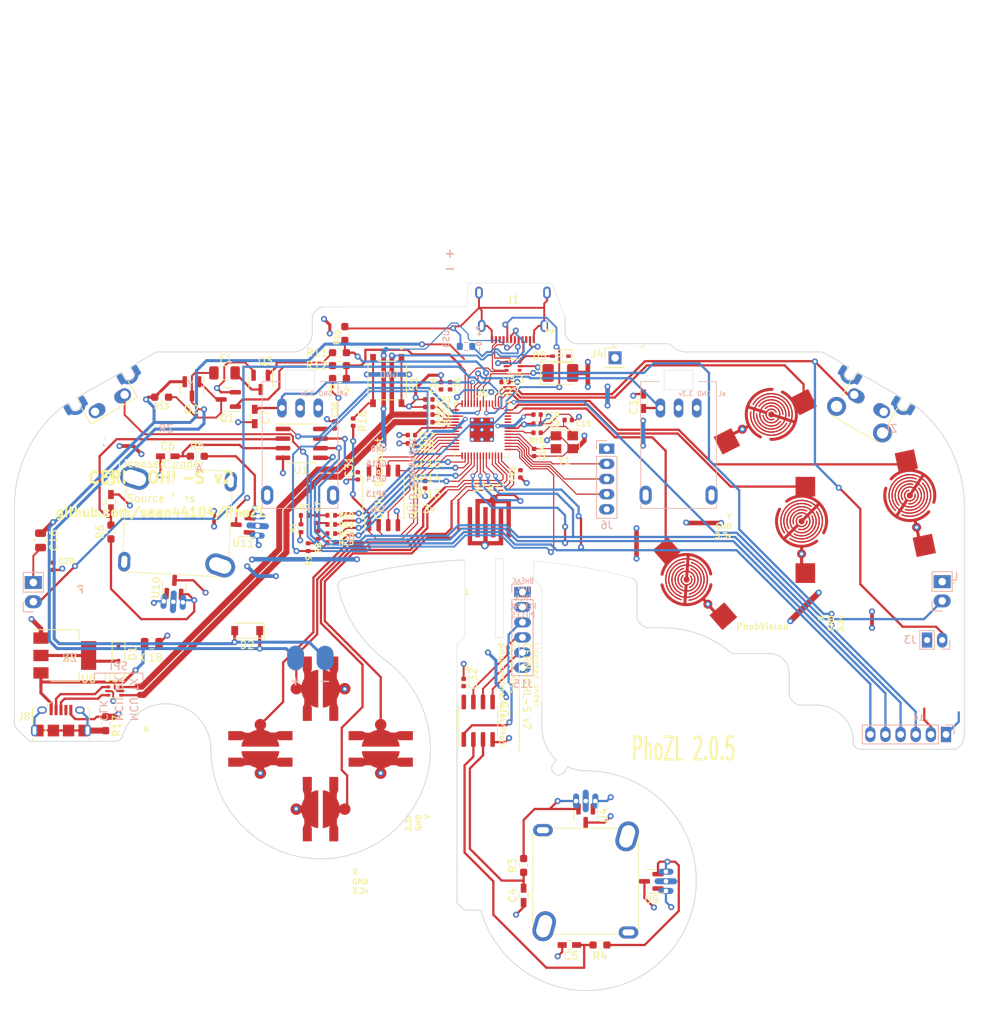
<source format=kicad_pcb>
(kicad_pcb (version 20221018) (generator pcbnew)
  (layers (0 "F.Cu" signal) (31 "B.Cu" signal) (34 "B.Paste" user) (35 "F.Paste" user) (36 "B.SilkS" user "B.Silkscreen") (37 "F.SilkS" user "F.Silkscreen") (38 "B.Mask" user) (39 "F.Mask" user) (44 "Edge.Cuts" user))
  (net 0 "")
  (net 1 "GND")
  (net 2 "+3V3")
  (net 3 "/A")
  (net 4 "/B")
  (net 5 "/X")
  (net 6 "/Y")
  (net 7 "/R")
  (net 8 "/Start")
  (net 9 "/Z")
  (net 10 "/Dleft")
  (net 11 "/Dup")
  (net 12 "/Dright")
  (net 13 "/Ddown")
  (net 14 "/Lanalog")
  (net 15 "/Ranalog")
  (net 16 "/L")
  (net 17 "/Stick_x_filt")
  (net 18 "/Stick_y_filt")
  (net 19 "/Ladder1")
  (net 20 "/Rumble")
  (net 21 "/C_x_filt")
  (net 22 "/C_y_filt")
  (net 23 "Net-(Q1-Pad1)")
  (net 24 "Net-(F1-Pad2)")
  (net 25 "Net-(Q1-Pad3)")
  (net 26 "/Brake")
  (net 27 "Net-(Q3-Pad1)")
  (net 28 "Net-(D2-Pad2)")
  (net 29 "VCC")
  (net 32 "/XIN")
  (net 33 "Net-(C15-Pad1)")
  (net 34 "+1V1")
  (net 35 "+5V")
  (net 36 "/V")
  (net 37 "/USB_D+")
  (net 38 "/USB_D-")
  (net 39 "/~{USB_BOOT}")
  (net 40 "/QSPI_SS")
  (net 41 "/XOUT")
  (net 42 "Net-(R20-Pad2)")
  (net 43 "Net-(R21-Pad2)")
  (net 44 "/QSPI_SD1")
  (net 45 "/QSPI_SD2")
  (net 46 "/QSPI_SD0")
  (net 47 "/QSPI_SCLK")
  (net 48 "/QSPI_SD3")
  (net 49 "/Ladder2")
  (net 50 "/Ladder3")
  (net 51 "/Ladder4")
  (net 52 "Net-(R1-Pad1)")
  (net 53 "Net-(R10-Pad1)")
  (net 54 "Net-(R19-Pad1)")
  (net 55 "Net-(R24-Pad1)")
  (net 56 "/GPIO12")
  (net 57 "/GPIO13")
  (net 58 "/GPIO14")
  (net 59 "/GPIO15")
  (net 60 "/SWCLK")
  (net 61 "/SWD")
  (net 62 "/RUN")
  (net 63 "/CS2")
  (net 64 "/CLK")
  (net 65 "/Dout")
  (net 66 "/Din")
  (net 67 "/GCC_DATA")
  (net 69 "/CS1")
  (net 70 "/H1XS")
  (net 71 "/H1YS")
  (net 72 "/H2YS")
  (net 73 "/H2XS")
  (net 74 "Net-(D1-Pad2)")
  (net 75 "/CLK2")
  (net 76 "/Dout2")
  (net 77 "/Din2")
  (net 78 "/CS2_2")
  (net 79 "/GND_C")
  (net 80 "/USB_D-_Raw")
  (net 81 "/USB_D+_Raw")
  (net 82 "Net-(J8-Pad6)")
  (net 83 "/GCC_3.3V")
  (net 84 "Net-(D5-Pad2)")
  (net 86 "Net-(J1-PadA5)")
  (net 87 "Net-(J1-PadA3)")
  (net 88 "Net-(J1-PadA10)")
  (footprint "PhobGCC_2_0_0_footprints:ABXY_Contact_Omron_Switch_Circley" (layer "F.Cu") (at 152.24 51.08)
    (fp_text reference "SW1" hide)
    (fp_text value "A" hide)
  )
  (footprint "PhobGCC_2_0_0_footprints:ABXY_Contact_Omron_Switch_Circley" (layer "F.Cu") (at 137.04 58.78 41)
    (fp_text reference "SW2" hide)
    (fp_text value "B" hide)
  )
  (footprint "PhobGCC_2_0_0_footprints:Z_Switch_Edge_Omron" (layer "F.Cu") (at 161.141443 35.505 -30)
    (fp_text reference "SW8" hide)
    (fp_text value "Z" hide)
  )
  (footprint "PhobGCC_2_0_0_footprints:Dpad_Contact_TL3315NF_2" (layer "F.Cu") (at 80.74 81.13 180)
    (fp_text reference "SW9" hide)
    (fp_text value "Dleft" hide)
  )
  (footprint "PhobGCC_2_0_0_footprints:Dpad_Contact_TL3315NF_2" (layer "F.Cu") (at 88.69 73.18 -90)
    (fp_text reference "SW10" hide)
    (fp_text value "Dup" hide)
  )
  (footprint "PhobGCC_2_0_0_footprints:Dpad_Contact_TL3315NF_2" (layer "F.Cu") (at 96.64 81.13 180)
    (fp_text reference "SW11" hide)
    (fp_text value "Dright" hide)
  )
  (footprint "PhobGCC_2_0_0_footprints:Dpad_Contact_TL3315NF_2" (layer "F.Cu") (at 88.69 89.08 90)
    (fp_text reference "SW12" hide)
    (fp_text value "Ddown" hide)
  )
  (footprint "PhobGCC_2_0_0_footprints:GCC_Stickbox_Hall_Only" (layer "F.Cu") (at 69.795083 51.128232 177)
    (fp_text reference "U2" hide)
    (fp_text value "Stickbox_Assembly_Main")
  )
  (footprint "PhobGCC_2_0_0_footprints:C_0603_HandSoldering" (layer "F.Cu") (at 80 37.25 -90)
    (fp_text reference "C7")
    (fp_text value "0.047u")
  )
  (footprint "PhobGCC_2_0_0_footprints:C_0603_HandSoldering" (layer "F.Cu") (at 131.318 35.24 90)
    (fp_text reference "C3")
    (fp_text value "0.047u")
  )
  (footprint "PhobGCC_2_0_0_footprints:Start_Contact" (layer "F.Cu") (at 110.99 51.18)
    (fp_text reference "SW5" hide)
    (fp_text value "Start")
  )
  (footprint "PhobGCC_2_0_0_footprints:ABXY_Contact_Omron_Switch_Circley" (layer "F.Cu") (at 148.24 36.98 -63)
    (fp_text reference "SW4" hide)
    (fp_text value "Y" hide)
  )
  (footprint "PhobGCC_2_0_0_footprints:MountingHole_5.2mm" (layer "F.Cu") (at 73.99 71.13)
    (fp_text reference "H1" hide)
    (fp_text value "5.2mm")
  )
  (footprint "PhobGCC_2_0_0_footprints:MountingHole_2.0mm" (layer "F.Cu") (at 55.99 60.63)
    (fp_text reference "H3" hide)
    (fp_text value "2mm")
  )
  (footprint "PhobGCC_2_0_0_footprints:MountingHole_1.8mm" (layer "F.Cu") (at 104.39 51.13)
    (fp_text reference "H5" hide)
    (fp_text value "1.8mm")
  )
  (footprint "PhobGCC_2_0_0_footprints:MountingHole_1.8mm" (layer "F.Cu") (at 117.59 51.13)
    (fp_text reference "H6" hide)
    (fp_text value "1.8mm")
  )
  (footprint "PhobGCC_2_0_0_footprints:MountingHole_2.4mm" (layer "F.Cu") (at 157.99 41.13)
    (fp_text reference "H7" hide)
    (fp_text value "2.4mm")
  )
  (footprint "PhobGCC_2_0_0_footprints:MountingHole_2.0mm" (layer "F.Cu") (at 165.99 60.63)
    (fp_text reference "H4" hide)
    (fp_text value "2mm")
  )
  (footprint "PhobGCC_2_0_0_footprints:MountingHole_2.2mm" (layer "F.Cu") (at 59.006622 40.346621)
    (fp_text reference "H8" hide)
    (fp_text value "2.2mm")
  )
  (footprint "PhobGCC_2_0_0_footprints:ABXY_Contact_Omron_Switch_Circley" (layer "F.Cu") (at 166.54 47.68 12)
    (fp_text reference "SW3" hide)
    (fp_text value "X" hide)
  )
  (footprint "PhobGCC_2_0_0_footprints:Slot" (layer "F.Cu") (at 170.79 76.13)
    (fp_text reference "H2" hide)
    (fp_text value "Slot")
  )
  (footprint "PhobGCC_2_0_0_footprints:MountingHole_2.2mm" (layer "F.Cu") (at 80.573378 61.913378)
    (fp_text reference "H9" hide)
    (fp_text value "2.2mm")
  )
  (footprint "PhobGCC_2_0_0_footprints:Fuse_1206_3216Metric" (layer "F.Cu") (at 76 31.5)
    (fp_text reference "F1")
    (fp_text value "Fuse")
  )
  (footprint "PhobGCC_2_0_0_footprints:R_0603_1608Metric_Pad0.98x0.95mm_HandSolder" (layer "F.Cu") (at 91.19 32.23)
    (fp_text reference "R14")
    (fp_text value "10k")
  )
  (footprint "PhobGCC_2_0_0_footprints:SOIC-8_5.23x5.23mm_P1.27mm" (layer "F.Cu") (at 97 48 90)
    (fp_text reference "U7")
    (fp_text value "W25Q128JVS")
  )
  (footprint "PhobGCC_2_0_0_footprints:R_0402_1005Metric" (layer "F.Cu") (at 90.106 51.5)
    (fp_text reference "R19")
    (fp_text value "316")
  )
  (footprint "PhobGCC_2_0_0_footprints:R_0402_1005Metric" (layer "F.Cu") (at 86.606 50.3 180)
    (fp_text reference "R2")
    (fp_text value "180")
  )
  (footprint "Diode_SMD:D_SOD-323" (layer "F.Cu") (at 120.402428 29.29 180)
    (fp_text reference "D5")
    (fp_text value "CUS10S30,H3F" hide)
  )
  (footprint "PhobGCC_2_0_0_footprints:C_0402_1005Metric" (layer "F.Cu") (at 100.7 39.7 180)
    (fp_text reference "C17")
    (fp_text value "100n")
  )
  (footprint "PhobGCC_2_0_0_footprints:SOT-223-3_TabPin2" (layer "F.Cu") (at 54.9 68.8)
    (fp_text reference "U6")
    (fp_text value "AMS1117-3.3")
  )
  (footprint "PhobGCC_2_0_0_footprints:C_0402_1005Metric" (layer "F.Cu") (at 53.369189 57.02 -90)
    (fp_text reference "C29")
    (fp_text value "100n")
  )
  (footprint "PhobGCC_2_0_0_footprints:Crystal_SMD_3225-4Pin_3.2x2.5mm" (layer "F.Cu") (at 120.9 40.65 180)
    (fp_text reference "Y1")
    (fp_text value "Crystal_GND24")
  )
  (footprint "PhobGCC_2_0_0_footprints:C_0402_1005Metric" (layer "F.Cu") (at 103 37)
    (fp_text reference "R21")
    (fp_text value "27")
  )
  (footprint "Package_TO_SOT_SMD:SOT-666" (layer "F.Cu") (at 114.132428 30.6125 180)
    (fp_text reference "U13")
    (fp_text value "USBLC6-2P6")
  )
  (footprint "PhobGCC_2_0_0_footprints:R_0402_1005Metric" (layer "F.Cu") (at 88.356 50.8 90)
    (fp_text reference "R7")
    (fp_text value "180")
  )
  (footprint "PhobGCC_2_0_0_footprints:C_0402_1005Metric" (layer "F.Cu") (at 103 38)
    (fp_text reference "R20")
    (fp_text value "27")
  )
  (footprint "PhobGCC_2_0_0_footprints:C_0603_HandSoldering" (layer "F.Cu") (at 121.568 107.01 180)
    (fp_text reference "C5")
    (fp_text value "0.047u")
  )
  (footprint "PhobGCC_2_0_0_footprints:SW_TS-1187A-B-A-B" (layer "F.Cu") (at 97.5 32.5 -90)
    (fp_text reference "S1")
    (fp_text value "BOOTSEL")
  )
  (footprint "PhobGCC_2_0_0_footprints:C_0402_1005Metric" (layer "F.Cu") (at 105.8 33.2 90)
    (fp_text reference "C26")
    (fp_text value "100n")
  )
  (footprint "PhobGCC_2_0_0_footprints:SOT-23" (layer "F.Cu") (at 132.418 98.61 180)
    (fp_text reference "U9")
    (fp_text value "DRV5055A3xDBZxQ1")
  )
  (footprint "PhobGCC_2_0_0_footprints:C_0402_1005Metric" (layer "F.Cu") (at 102.5 46.25 -90)
    (fp_text reference "C24")
    (fp_text value "100n")
  )
  (footprint "PhobGCC_2_0_0_footprints:C_0402_1005Metric" (layer "F.Cu") (at 90.551 38.354 90)
    (fp_text reference "C30")
    (fp_text value "100n")
  )
  (footprint "Capacitor_Tantalum_SMD:CP_EIA-3528-12_Kemet-T_Pad1.50x2.35mm_HandSolder" (layer "F.Cu") (at 120.375 31.5)
    (fp_text reference "C1")
    (fp_text value "47u" hide)
  )
  (footprint "PhobGCC_2_0_0_footprints:SOT-23" (layer "F.Cu") (at 123.716 89.91 -90)
    (fp_text reference "U4")
    (fp_text value "DRV5055A3xDBZxQ1")
  )
  (footprint "PhobGCC_2_0_0_footprints:R_0402_1005Metric" (layer "F.Cu") (at 90.106 50.3)
    (fp_text reference "R10")
    (fp_text value "316")
  )
  (footprint "PhobGCC_2_0_0_footprints:C_0402_1005Metric" (layer "F.Cu") (at 116.9 42 -90)
    (fp_text reference "C14")
    (fp_text value "27p")
  )
  (footprint "PhobGCC_2_0_0_footprints:C_0402_1005Metric" (layer "F.Cu") (at 107.5944 72.3646 90)
    (fp_text reference "C32")
    (fp_text value "100n")
  )
  (footprint "PhobGCC_2_0_0_footprints:R_0402_1005Metric" (layer "F.Cu") (at 87.056 54.5 90)
    (fp_text reference "R9")
    (fp_text value "180")
  )
  (footprint "PhobGCC_2_0_0_footprints:C_0805_2012Metric" (layer "F.Cu") (at 51.7 53.6 -90)
    (fp_text reference "C16")
    (fp_text value "10u")
  )
  (footprint "PhobGCC_2_0_0_footprints:R_0402_1005Metric" (layer "F.Cu") (at 86.106 52 -90)
    (fp_text reference "R1")
    (fp_text value "180")
  )
  (footprint "PhobGCC_2_0_0_footprints:SOIC-8_3.9x4.9mm_P1.27mm" (layer "F.Cu") (at 109.518 77.41 90)
    (fp_text reference "U3")
    (fp_text value "MCP3202")
  )
  (footprint "PhobGCC_2_0_0_footprints:C_0402_1005Metric" (layer "F.Cu") (at 117.3 38.2)
    (fp_text reference "C22")
    (fp_text value "100n")
  )
  (footprint "PhobGCC_2_0_0_footprints:RP2040-QFN-56" (layer "F.Cu") (at 110 39 90)
    (fp_text reference "U8")
    (fp_text value "RP2040")
  )
  (footprint "PhobGCC_2_0_0_footprints:C_0402_1005Metric" (layer "F.Cu") (at 100.7 40.8 180)
    (fp_text reference "C20")
    (fp_text value "100n")
  )
  (footprint "PhobGCC_2_0_0_footprints:SOT-23" (layer "F.Cu") (at 80.79 32.75 -90)
    (fp_text reference "Q3")
    (fp_text value "Q_NMOS_GSD")
  )
  (footprint "PhobGCC_2_0_0_footprints:R_0402_1005Metric" (layer "F.Cu") (at 90.106 53.9)
    (fp_text reference "R25")
    (fp_text value "316")
  )
  (footprint "PhobGCC_2_0_0_footprints:R_0603_1608Metric_Pad0.98x0.95mm_HandSolder" (layer "F.Cu") (at 67.7 34.7 180)
    (fp_text reference "R13")
    (fp_text value "10k")
  )
  (footprint "PhobGCC_2_0_0_footprints:PinHeader_1x01_P2.54mm_Vertical" (layer "F.Cu") (at 127.6 29.5)
    (fp_text reference "J4")
    (fp_text value "Conn_01x01")
  )
  (footprint "PhobGCC_2_0_0_footprints:C_0603_HandSoldering" (layer "F.Cu") (at 115.518 100.46 -90)
    (fp_text reference "C4")
    (fp_text value "0.047u")
  )
  (footprint "PhobGCC_2_0_0_footprints:breakaway-mousebites-double-v2-small" (layer "F.Cu") (at 114.5272 56.049325 180)
    (fp_text reference "H14" hide)
    (fp_text value "MouseBite" hide)
  )
  (footprint "PhobGCC_2_0_0_footprints:C_0603_HandSoldering" (layer "F.Cu") (at 68.5 42.5 180)
    (fp_text reference "C6")
    (fp_text value "0.047u")
  )
  (footprint "PhobGCC_2_0_0_footprints:C_0402_1005Metric" (layer "F.Cu") (at 93.599 45.085 -90)
    (fp_text reference "C31")
    (fp_text value "100n")
  )
  (footprint "PhobGCC_2_0_0_footprints:R_0603_1608Metric_Pad0.98x0.95mm_HandSolder" (layer "F.Cu") (at 91.9 26.3 -90)
    (fp_text reference "R15")
    (fp_text value "10k")
  )
  (footprint "PhobGCC_2_0_0_footprints:R_0603_1608Metric_Pad0.98x0.95mm_HandSolder" (layer "F.Cu") (at 115.518 96.51 90)
    (fp_text reference "R3")
    (fp_text value "2k")
  )
  (footprint "PhobGCC_2_0_0_footprints:C_0402_1005Metric" (layer "F.Cu") (at 117.3 39.4)
    (fp_text reference "R18")
    (fp_text value "1k")
  )
  (footprint "PhobGCC_2_0_0_footprints:R_0402_1005Metric" (layer "F.Cu") (at 90.106 52.7)
    (fp_text reference "R24")
    (fp_text value "316")
  )
  (footprint "PhobGCC_2_0_0_footprints:SOT-23" (layer "F.Cu") (at 78.475 51.575 177)
    (fp_text reference "U11")
    (fp_text value "DRV5055A3xDBZxQ1")
  )
  (footprint "Model_S:Shou Han Type-C 24P QCHT" (layer "F.Cu") (at 114.112428 19.042297 180)
    (fp_text reference "J1")
    (fp_text value "USB_C_Receptacle")
  )
  (footprint "PhobGCC_2_0_0_footprints:GCC_Stickbox_Hall_Only" (layer "F.Cu") (at 123.719 98.604552 -90)
    (fp_text reference "U5" hide)
    (fp_text value "Stickbox_Assembly_CStick")
  )
  (footprint "PhobGCC_2_0_0_footprints:SOT-23" (layer "F.Cu") (at 69.350935 59.811215 87)
    (fp_text reference "U10")
    (fp_text value "DRV5055A3xDBZxQ1")
  )
  (footprint "PhobGCC_2_0_0_footprints:R_0603_1608Metric_Pad0.98x0.95mm_HandSolder" (layer "F.Cu") (at 125.6055 107.01)
    (fp_text reference "R4")
    (fp_text value "2k")
  )
  (footprint "Package_TO_SOT_SMD:SOT-666" (layer "F.Cu") (at 61.5 73.5)
    (fp_text reference "U12")
    (fp_text value "USBLC6-2P6")
  )
  (footprint "PhobGCC_2_0_0_footprints:breakaway-mousebites-double-v2-large" (layer "F.Cu") (at 110.1104 62.67685)
    (fp_text reference "H15" hide)
    (fp_text value "MouseBite" hide)
  )
  (footprint "PhobGCC_2_0_0_footprints:R_0603_1608Metric_Pad0.98x0.95mm_HandSolder" (layer "F.Cu") (at 61 52.5 -90)
    (fp_text reference "R6")
    (fp_text value "2k")
  )
  (footprint "Diode_SMD:D_SOD-323" (layer "F.Cu") (at 62 68.5 -90)
    (fp_text reference "D1")
    (fp_text value "CUS10S30,H3F")
  )
  (footprint "PhobGCC_2_0_0_footprints:MountingHole_5.2mm" (layer "F.Cu") (at 113.719 83.754552 90)
    (fp_text reference "H11" hide)
    (fp_text value "MountingHole")
  )
  (footprint "PhobGCC_2_0_0_footprints:R_0402_1005Metric" (layer "F.Cu") (at 88.356 52.9 90)
    (fp_text reference "R8")
    (fp_text value "180")
  )
  (footprint "PhobGCC_2_0_0_footprints:C_0402_1005Metric" (layer "F.Cu") (at 104.6 33.2 90)
    (fp_text reference "C28")
    (fp_text value "100n")
  )
  (footprint "PhobGCC_2_0_0_footprints:Z_Switch_Edge_Omron" (layer "F.Cu") (at 60.85277 35.505 30)
    (fp_text reference "SW8" hide)
    (fp_text value "Z" hide)
  )
  (footprint "PhobGCC_2_0_0_footprints:C_0402_1005Metric" (layer "F.Cu") (at 103 36 180)
    (fp_text reference "C21")
    (fp_text value "1u")
  )
  (footprint "PhobGCC_2_0_0_footprints:SOT-23" (layer "F.Cu") (at 76.5 35 180)
    (fp_text reference "Q1")
    (fp_text value "Q_NMOS_GSD")
  )
  (footprint "Resistor_SMD:R_0603_1608Metric_Pad0.98x0.95mm_HandSolder" (layer "F.Cu") (at 60.3 77.8 90)
    (fp_text reference "R17")
    (fp_text value "100k")
  )
  (footprint "PhobGCC_2_0_0_footprints:C_0402_1005Metric" (layer "F.Cu") (at 93 38 90)
    (fp_text reference "R16")
    (fp_text value "1k")
  )
  (footprint "PhobGCC_2_0_0_footprints:C_0402_1005Metric" (layer "F.Cu") (at 121.412 37.719)
    (fp_text reference "C15")
    (fp_text value "27p")
  )
  (footprint "PhobGCC_2_0_0_footprints:D_SOD-123" (layer "F.Cu") (at 79 65.51 180)
    (fp_text reference "D2")
    (fp_text value "M7C")
  )
  (footprint "PhobGCC_2_0_0_footprints:C_0402_1005Metric" (layer "F.Cu") (at 103 35 180)
    (fp_text reference "C23")
    (fp_text value "1u")
  )
  (footprint "PhobGCC_2_0_0_footprints:MountingHole_2.0mm" (layer "F.Cu") (at 123.719 94.104552 90)
    (fp_text reference "H13" hide)
    (fp_text value "MountingHole")
  )
  (footprint "PhobGCC_2_0_0_footprints:USB_Micro-B_Amphenol_10118194_Horizontal" (layer "F.Cu") (at 54.4 77.4)
    (fp_text reference "J8")
    (fp_text value "USB_B_Micro")
  )
  (footprint "PhobGCC_2_0_0_footprints:R_0603_1608Metric_Pad0.98x0.95mm_HandSolder" (layer "F.Cu") (at 91.19 28.83 180)
    (fp_text reference "R11")
    (fp_text value "100R")
  )
  (footprint "PhobGCC_2_0_0_footprints:C_0402_1005Metric" (layer "F.Cu") (at 115.1 44.82 -90)
    (fp_text reference "C25")
    (fp_text value "100n")
  )
  (footprint "PhobGCC_2_0_0_footprints:R_0603_1608Metric_Pad0.98x0.95mm_HandSolder" (layer "F.Cu") (at 72.4125 42.5)
    (fp_text reference "R5")
    (fp_text value "2k")
  )
  (footprint "PhobGCC_2_0_0_footprints:MountingHole_2.0mm" (layer "F.Cu") (at 123.719 103.104552 90)
    (fp_text reference "H12" hide)
    (fp_text value "MountingHole")
  )
  (footprint "PhobGCC_2_0_0_footprints:SOIC-8_3.9x4.9mm_P1.27mm" (layer "F.Cu") (at 86.2 40.8)
    (fp_text reference "U1")
    (fp_text value "MCP3202")
  )
  (footprint "PhobGCC_2_0_0_footprints:MountingHole_1.8mm" (layer "F.Cu") (at 109.244 99.404552 90)
    (fp_text reference "H10" hide)
    (fp_text value "MountingHole")
  )
  (footprint "PhobGCC_2_0_0_footprints:C_0603_HandSoldering" (layer "F.Cu") (at 61 48.5 90)
    (fp_text reference "C8")
    (fp_text value "0.047u")
  )
  (footprint "PhobGCC_2_0_0_footprints:C_0402_1005Metric" (layer "F.Cu") (at 113.072428 32.7)
    (fp_text reference "C27")
    (fp_text value "100n")
  )
  (footprint "PhobGCC_2_0_0_footprints:C_0805_2012Metric" (layer "F.Cu") (at 66.4 67.2)
    (fp_text reference "C18")
    (fp_text value "10u")
  )
  (footprint "PhobGCC_2_0_0_footprints:SOT-23" (layer "F.Cu") (at 71.7 33.6 -90)
    (fp_text reference "Q2")
    (fp_text value "Q_PMOS_GDS")
  )
  (footprint "PhobGCC_2_0_0_footprints:R_0603_1608Metric_Pad0.98x0.95mm_HandSolder" (layer "F.Cu") (at 91.19 30.53 180)
    (fp_text reference "R12")
    (fp_text value "100R")
  )
  (footprint "PhobGCC_2_0_0_footprints:C_0402_1005Metric" (layer "F.Cu") (at 117.3 37)
    (fp_text reference "C19")
    (fp_text value "100n")
  )
  (footprint "PhobGCC_2_0_0_footprints:Pin_Header_Straight_1x02_Pitch2.54mm" (layer "B.Cu") (at 50.745892 61.699074)
    (fp_text reference "SW6" hide)
    (fp_text value "L" hide)
  )
  (footprint "PhobGCC_2_0_0_footprints:Pin_Header_Straight_1x02_Pitch2.54mm" (layer "B.Cu") (at 170.815 61.595)
    (fp_text reference "SW7" hide)
    (fp_text value "R" hide)
  )
  (footprint "PhobGCC_2_0_0_footprints:GCC_Slider" (layer "B.Cu") (at 135.99 36.13 180)
    (fp_text reference "RV2" hide)
    (fp_text value "R_POT_MountingPin")
  )
  (footprint "PhobGCC_2_0_0_footprints:GCC_Slider" (layer "B.Cu") (at 85.99 36.13 180)
    (fp_text reference "RV1" hide)
    (fp_text value "R_POT_MountingPin")
  )
  (footprint "PhobGCC_2_0_0_footprints:PinHeader_1x02_P2.00mm_Horizontal" (layer "B.Cu") (at 168.815 66.761 -90)
    (fp_text reference "J3")
    (fp_text value "Conn_01x02")
  )
  (footprint "Connector_PinSocket_2.00mm:PinSocket_1x06_P2.00mm_Vertical" (layer "B.Cu") (at 126.5 51.5)
    (fp_text reference "J6")
    (fp_text value "Conn_01x06")
  )
  (footprint "Resistor_SMD:R_0603_1608Metric" (layer "B.Cu") (at 107.907428 28.002297)
    (fp_text reference "R1" hide)
    (fp_text value "5.1k" hide)
  )
  (footprint "PhobGCC_2_0_0_footprints:PinSocket_1x06_P2.00mm_Vertical" (layer "B.Cu") (at 115.3668 60.41 180)
    (fp_text reference "J15")
    (fp_text value "Conn_01x06")
  )
  (footprint "PhobGCC_2_0_0_footprints:rumble_pins" (layer "B.Cu") (at 86.182 69.118 -90)
    (fp_text reference "J5" hide)
    (fp_text value "Rumble" hide)
  )
  (footprint "PhobGCC_2_0_0_footprints:PinSocket_1x06_P2.00mm_Vertical" (layer "B.Cu") (at 171.3192 79.2226 90)
    (fp_text reference "J14")
    (fp_text value "Conn_01x06")
  )
  (gr_line (start 65.220828 72.0852) (end 65.220828 71.12) (stroke (width 0.12)) (layer "B.SilkS"))
  (gr_line (start 58.820028 72.0852) (end 58.820028 71.12) (stroke (width 0.12)) (layer "B.SilkS"))
  (gr_line (start 118.764028 25.908) (end 118.357628 25.5016) (stroke (width 0.2)) (layer "B.SilkS"))
  (gr_line (start 58.820028 71.12) (end 65.220828 71.12) (stroke (width 0.12)) (layer "B.SilkS"))
  (gr_line (start 119.576828 25.908) (end 119.170428 26.3144) (stroke (width 0.2)) (layer "F.SilkS"))
  (gr_line (start 118.459228 25.908) (end 118.459228 24.6888) (stroke (width 0.2)) (layer "F.SilkS"))
  (gr_line (start 131.362428 28.0416) (end 130.803628 28.0416) (stroke (width 0.12)) (layer "F.SilkS"))
  (gr_line (start 127.349228 28.0416) (end 127.806428 28.0416) (stroke (width 0.12)) (layer "F.SilkS"))
  (gr_line (start 114.942428 82.2368) (end 114.942428 67.2) (stroke (width 0.12)) (layer "F.SilkS"))
  (gr_line (start 127.349228 27.5336) (end 127.349228 28.0416) (stroke (width 0.12)) (layer "F.SilkS"))
  (gr_line (start 119.576828 25.908) (end 118.459228 25.908) (stroke (width 0.2)) (layer "F.SilkS"))
  (gr_line (start 131.362428 27.5336) (end 131.362428 28.0416) (stroke (width 0.12)) (layer "F.SilkS"))
  (gr_line (start 84.09 33.73) (end 84.09 31.13) (stroke (width 0.05)) (layer "Edge.Cuts"))
  (gr_line (start 134.09 33.73) (end 134.09 31.13) (stroke (width 0.05)) (layer "Edge.Cuts"))
  (gr_line (start 84.997107 28.737107) (end 67.264111 28.737107) (stroke (width 0.1)) (layer "Edge.Cuts"))
  (gr_line (start 112.86 66.399391) (end 112.8618 56.326618) (stroke (width 0.05)) (layer "Edge.Cuts"))
  (gr_line (start 160.035421 81.176124) (end 172.317318 81.176124) (stroke (width 0.1)) (layer "Edge.Cuts"))
  (gr_line (start 165.087895 35.462132) (end 165.486672 34.768607) (stroke (width 0.1)) (layer "Edge.Cuts"))
  (gr_arc (start 50.663 80.14) (mid 50.279394 80.062102) (end 49.954213 79.844213) (stroke (width 0.1)) (layer "Edge.Cuts"))
  (gr_line (start 51.645 80.139957) (end 50.663 80.14) (stroke (width 0.1)) (layer "Edge.Cuts"))
  (gr_line (start 119.842883 82.558942) (end 119.376378 83.178617) (stroke (width 0.1)) (layer "Edge.Cuts"))
  (gr_line (start 150.597106 71.137107) (end 150.597106 73.922893) (stroke (width 0.1)) (layer "Edge.Cuts"))
  (gr_line (start 152.011319 75.337107) (end 154.134915 75.337107) (stroke (width 0.1)) (layer "Edge.Cuts"))
  (gr_line (start 158.464731 30.730991) (end 155.228573 28.8702) (stroke (width 0.1)) (layer "Edge.Cuts"))
  (gr_arc (start 166.214873 36.110144) (mid 165.327432 36.349572) (end 165.087895 35.462132) (stroke (width 0.1)) (layer "Edge.Cuts"))
  (gr_line (start 134.09 31.13) (end 137.89 31.13) (stroke (width 0.05)) (layer "Edge.Cuts"))
  (gr_line (start 62.402504 31.379003) (end 56.507541 34.768607) (stroke (width 0.1)) (layer "Edge.Cuts"))
  (gr_line (start 173.024425 80.883231) (end 173.438638 80.469018) (stroke (width 0.1)) (layer "Edge.Cuts"))
  (gr_line (start 159.591709 31.379003) (end 159.192932 32.072529) (stroke (width 0.1)) (layer "Edge.Cuts"))
  (gr_arc (start 48.247107 49.137107) (mid 50.028644 41.590374) (end 54.997107 35.637107) (stroke (width 0.1)) (layer "Edge.Cuts"))
  (gr_line (start 87.89 33.73) (end 84.09 33.73) (stroke (width 0.05)) (layer "Edge.Cuts"))
  (gr_line (start 106.7054 67.308) (end 107.7722 66.292) (stroke (width 0.05)) (layer "Edge.Cuts"))
  (gr_arc (start 129.749616 58.543703) (mid 130.288481 58.899945) (end 130.497106 59.511297) (stroke (width 0.1)) (layer "Edge.Cuts"))
  (gr_line (start 106.715107 101.504552) (end 107.824 102.423717) (stroke (width 0.1)) (layer "Edge.Cuts"))
  (gr_arc (start 90.998864 59.88648) (mid 91.110519 59.140919) (end 91.710992 58.685076) (stroke (width 0.1)) (layer "Edge.Cuts"))
  (gr_arc (start 87.597106 26.137107) (mid 86.83558 27.975572) (end 84.997107 28.737107) (stroke (width 0.1)) (layer "Edge.Cuts"))
  (gr_line (start 87.597106 24.180963) (end 87.597106 26.137107) (stroke (width 0.1)) (layer "Edge.Cuts"))
  (gr_arc (start 87.597106 24.180963) (mid 87.673252 23.79829) (end 87.889999 23.473856) (stroke (width 0.1)) (layer "Edge.Cuts"))
  (gr_arc (start 116.8618 56.326618) (mid 123.353575 57.156909) (end 129.749616 58.543702) (stroke (width 0.05)) (layer "Edge.Cuts"))
  (gr_line (start 166.997106 35.637107) (end 166.61365 35.41662) (stroke (width 0.1)) (layer "Edge.Cuts"))
  (gr_arc (start 131.911318 65.137107) (mid 131.528626 65.061005) (end 131.204212 64.844213) (stroke (width 0.1)) (layer "Edge.Cuts"))
  (gr_arc (start 136.997106 28.737107) (mid 135.981538 28.530552) (end 135.127319 27.943733) (stroke (width 0.1)) (layer "Edge.Cuts"))
  (gr_arc (start 123.824 84.023717) (mid 122.552655 83.885177) (end 121.341069 83.475824) (stroke (width 0.1)) (layer "Edge.Cuts"))
  (gr_line (start 120.874563 84.176335) (end 121.341069 83.475824) (stroke (width 0.1)) (layer "Edge.Cuts"))
  (gr_line (start 130.789999 64.43) (end 131.204212 64.844213) (stroke (width 0.1)) (layer "Edge.Cuts"))
  (gr_line (start 55.77934 36.110145) (end 55.380563 35.41662) (stroke (width 0.1)) (layer "Edge.Cuts"))
  (gr_line (start 119.252428 19.65) (end 120.997106 24.180963) (stroke (width 0.05)) (layer "Edge.Cuts"))
  (gr_line (start 106.718 82.260552) (end 106.717957 82.882552) (stroke (width 0.1)) (layer "Edge.Cuts"))
  (gr_line (start 159.064982 79.503773) (end 159.049408 80.34279) (stroke (width 0.1)) (layer "Edge.Cuts"))
  (gr_line (start 106.717957 92.183552) (end 106.715107 101.504552) (stroke (width 0.1)) (layer "Edge.Cuts"))
  (gr_line (start 150.889999 74.63) (end 151.304212 75.044213) (stroke (width 0.1)) (layer "Edge.Cuts"))
  (gr_line (start 111.7788 66.400609) (end 111.7788 56.03) (stroke (width 0.05)) (layer "Edge.Cuts"))
  (gr_line (start 66.76564 28.8702) (end 63.529482 30.730991) (stroke (width 0.1)) (layer "Edge.Cuts"))
  (gr_arc (start 66.76564 28.8702) (mid 67.006142 28.770938) (end 67.264111 28.737106) (stroke (width 0.1)) (layer "Edge.Cuts"))
  (gr_line (start 117.924 78.123717) (end 117.924 74.923717) (stroke (width 0.1)) (layer "Edge.Cuts"))
  (gr_arc (start 166.997106 35.637107) (mid 171.965568 41.590376) (end 173.747106 49.137107) (stroke (width 0.1)) (layer "Edge.Cuts"))
  (gr_line (start 88.304212 23.059643) (end 87.889999 23.473856) (stroke (width 0.1)) (layer "Edge.Cuts"))
  (gr_line (start 112.8618 56.03) (end 112.8618 56.326618) (stroke (width 0.05)) (layer "Edge.Cuts"))
  (gr_arc (start 133.997106 65.137106) (mid 138.639992 65.953403) (end 142.725996 68.304417) (stroke (width 0.1)) (layer "Edge.Cuts"))
  (gr_arc (start 143.367271 68.537106) (mid 143.026188 68.477108) (end 142.725996 68.304417) (stroke (width 0.1)) (layer "Edge.Cuts"))
  (gr_line (start 166.61365 35.41662) (end 166.214873 36.110145) (stroke (width 0.1)) (layer "Edge.Cuts"))
  (gr_line (start 60.946 80.139957) (end 51.645 80.139957) (stroke (width 0.1)) (layer "Edge.Cuts"))
  (gr_line (start 137.89 31.13) (end 137.89 33.73) (stroke (width 0.05)) (layer "Edge.Cuts"))
  (gr_line (start 120.997106 26.224375) (end 120.997106 24.180963) (stroke (width 0.1)) (layer "Edge.Cuts"))
  (gr_arc (start 122.411319 27.638589) (mid 122.028628 27.562486) (end 121.704212 27.345696) (stroke (width 0.1)) (layer "Edge.Cuts"))
  (gr_arc (start 62.525292 79.424399) (mid 69.101052 75.23871) (end 74.197105 81.137107) (stroke (width 0.1)) (layer "Edge.Cuts"))
  (gr_line (start 84.09 31.13) (end 87.89 31.13) (stroke (width 0.05)) (layer "Edge.Cuts"))
  (gr_arc (start 154.134914 75.337106) (mid 157.362406 76.518288) (end 159.064982 79.503773) (stroke (width 0.1)) (layer "Edge.Cuts"))
  (gr_line (start 165.486672 34.768607) (end 159.591709 31.379003) (stroke (width 0.1)) (layer "Edge.Cuts"))
  (gr_arc (start 121.289999 26.931482) (mid 121.073249 26.607051) (end 120.997106 26.224375) (stroke (width 0.1)) (layer "Edge.Cuts"))
  (gr_line (start 130.497106 59.511297) (end 130.497106 63.722893) (stroke (width 0.1)) (layer "Edge.Cuts"))
  (gr_line (start 48.247107 49.137107) (end 48.247107 76.664) (stroke (width 0.1)) (layer "Edge.Cuts"))
  (gr_arc (start 97.361544 69.510519) (mid 95.201576 94.09633) (end 74.197105 81.137107) (stroke (width 0.1)) (layer "Edge.Cuts"))
  (gr_line (start 111.7788 66.400609) (end 112.86 66.399391) (stroke (width 0.05)) (layer "Edge.Cuts"))
  (gr_arc (start 88.304212 23.059642) (mid 88.628632 22.842856) (end 89.011319 22.766749) (stroke (width 0.1)) (layer "Edge.Cuts"))
  (gr_line (start 107.824 102.423717) (end 109.858328 102.423717) (stroke (width 0.1)) (layer "Edge.Cuts"))
  (gr_arc (start 152.011318 75.337107) (mid 151.628626 75.261005) (end 151.304212 75.044213) (stroke (width 0.1)) (layer "Edge.Cuts"))
  (gr_line (start 108.002428 22.77) (end 89.011319 22.766749) (stroke (width 0.05)) (layer "Edge.Cuts"))
  (gr_line (start 134.40817 27.638589) (end 122.411319 27.638589) (stroke (width 0.1)) (layer "Edge.Cuts"))
  (gr_line (start 117.924 63.695835) (end 117.9068 59.8932) (stroke (width 0.05)) (layer "Edge.Cuts"))
  (gr_line (start 173.747106 78.922893) (end 173.747106 49.137107) (stroke (width 0.1)) (layer "Edge.Cuts"))
  (gr_arc (start 150.889999 74.63) (mid 150.673233 74.305575) (end 150.597106 73.922893) (stroke (width 0.1)) (layer "Edge.Cuts"))
  (gr_line (start 117.9068 59.8932) (end 116.8618 58.645093) (stroke (width 0.05)) (layer "Edge.Cuts"))
  (gr_arc (start 160.03542 81.176124) (mid 159.389976 80.939848) (end 159.049408 80.34279) (stroke (width 0.1)) (layer "Edge.Cuts"))
  (gr_line (start 56.507541 34.768607) (end 56.906318 35.462132) (stroke (width 0.1)) (layer "Edge.Cuts"))
  (gr_line (start 154.730102 28.737107) (end 136.997106 28.737107) (stroke (width 0.1)) (layer "Edge.Cuts"))
  (gr_line (start 87.89 31.13) (end 87.89 33.73) (stroke (width 0.05)) (layer "Edge.Cuts"))
  (gr_line (start 48.54 78.43) (end 49.954213 79.844213) (stroke (width 0.1)) (layer "Edge.Cuts"))
  (gr_line (start 55.380563 35.41662) (end 54.997107 35.637107) (stroke (width 0.1)) (layer "Edge.Cuts"))
  (gr_line (start 158.065954 31.424516) (end 158.464731 30.730991) (stroke (width 0.1)) (layer "Edge.Cuts"))
  (gr_arc (start 159.192932 32.072528) (mid 158.305435 32.312067) (end 158.065954 31.424516) (stroke (width 0.1)) (layer "Edge.Cuts"))
  (gr_arc (start 91.710992 58.685076) (mid 99.669286 56.966979) (end 107.773266 56.1848) (stroke (width 0.1)) (layer "Edge.Cuts"))
  (gr_line (start 111.7788 56.03) (end 112.8618 56.03) (stroke (width 0.05)) (layer "Edge.Cuts"))
  (gr_line (start 108.202428 19.65) (end 108.002428 22.77) (stroke (width 0.05)) (layer "Edge.Cuts"))
  (gr_arc (start 63.928259 31.424516) (mid 63.688828 32.312079) (end 62.801281 32.072528) (stroke (width 0.1)) (layer "Edge.Cuts"))
  (gr_line (start 63.529482 30.730991) (end 63.928259 31.424516) (stroke (width 0.1)) (layer "Edge.Cuts"))
  (gr_line (start 137.89 33.73) (end 134.09 33.73) (stroke (width 0.05)) (layer "Edge.Cuts"))
  (gr_arc (start 56.906318 35.462132) (mid 56.666825 36.349573) (end 55.77934 36.110144) (stroke (width 0.1)) (layer "Edge.Cuts"))
  (gr_arc (start 173.024425 80.883231) (mid 172.7 81.099995) (end 172.317318 81.176124) (stroke (width 0.1)) (layer "Edge.Cuts"))
  (gr_line (start 117.924 74.923717) (end 117.924 63.695835) (stroke (width 0.05)) (layer "Edge.Cuts"))
  (gr_line (start 106.717957 82.882552) (end 106.717957 92.183552) (stroke (width 0.1)) (layer "Edge.Cuts"))
  (gr_arc (start 173.747106 78.922894) (mid 173.669247 79.711193) (end 173.438638 80.469017) (stroke (width 0.1)) (layer "Edge.Cuts"))
  (gr_arc (start 97.361543 69.510519) (mid 93.338809 65.254766) (end 90.998865 59.886481) (stroke (width 0.1)) (layer "Edge.Cuts"))
  (gr_arc (start 147.997106 68.537107) (mid 149.835595 69.298622) (end 150.597106 71.137107) (stroke (width 0.1)) (layer "Edge.Cuts"))
  (gr_line (start 116.8618 56.326618) (end 116.8618 58.645093) (stroke (width 0.05)) (layer "Edge.Cuts"))
  (gr_arc (start 120.874563 84.176335) (mid 119.626672 84.426488) (end 119.376378 83.178617) (stroke (width 0.1)) (layer "Edge.Cuts"))
  (gr_line (start 48.247107 76.664) (end 48.247 77.722893) (stroke (width 0.1)) (layer "Edge.Cuts"))
  (gr_arc (start 134.40817 27.638589) (mid 134.798786 27.718002) (end 135.127319 27.943733) (stroke (width 0.1)) (layer "Edge.Cuts"))
  (gr_line (start 62.801281 32.072529) (end 62.402504 31.379003) (stroke (width 0.1)) (layer "Edge.Cuts"))
  (gr_arc (start 123.824 84.023717) (mid 135.374432 107.290535) (end 109.858328 102.423717) (stroke (width 0.1)) (layer "Edge.Cuts"))
  (gr_line (start 106.718 82.260552) (end 106.718 75.005) (stroke (width 0.1)) (layer "Edge.Cuts"))
  (gr_line (start 61.57 80.14) (end 60.946 80.139957) (stroke (width 0.1)) (layer "Edge.Cuts"))
  (gr_arc (start 154.730102 28.737106) (mid 154.988071 28.770946) (end 155.228573 28.8702) (stroke (width 0.1)) (layer "Edge.Cuts"))
  (gr_line (start 121.704212 27.345696) (end 121.289999 26.931482) (stroke (width 0.1)) (layer "Edge.Cuts"))
  (gr_arc (start 62.525291 79.424399) (mid 62.165511 79.939539) (end 61.57 80.14) (stroke (width 0.1)) (layer "Edge.Cuts"))
  (gr_line (start 108.202428 19.65) (end 119.252428 19.65) (stroke (width 0.05)) (layer "Edge.Cuts"))
  (gr_line (start 106.718 75.005) (end 106.7054 67.308) (stroke (width 0.05)) (layer "Edge.Cuts"))
  (gr_line (start 107.7722 66.292) (end 107.773266 56.1848) (stroke (width 0.05)) (layer "Edge.Cuts"))
  (gr_line (start 143.367271 68.537107) (end 147.997106 68.537107) (stroke (width 0.1)) (layer "Edge.Cuts"))
  (gr_arc (start 119.842883 82.558942) (mid 118.408341 80.546882) (end 117.924 78.123717) (stroke (width 0.1)) (layer "Edge.Cuts"))
  (gr_arc (start 130.789999 64.43) (mid 130.573233 64.105575) (end 130.497106 63.722893) (stroke (width 0.1)) (layer "Edge.Cuts"))
  (gr_arc (start 48.539999 78.43) (mid 48.32322 78.10557) (end 48.247 77.722893) (stroke (width 0.1)) (layer "Edge.Cuts"))
  (gr_line (start 131.911319 65.137107) (end 133.997106 65.137107) (stroke (width 0.1)) (layer "Edge.Cuts"))
  (gr_text "GPIO Breakout" (at 100.882428 45.482 270) (layer "B.SilkS") (effects (font (size 1 1)) (justify mirror)))
  (gr_text "GND" (at 89.350828 34.2392) (layer "B.SilkS") (effects (font (size 0.6 0.6) (thickness 0.1)) (justify mirror)))
  (gr_text "D-" (at 109.642428 28.06 -270) (layer "B.SilkS") (effects (font (size 0.65 0.65)) (justify mirror)))
  (gr_text "MCU TX" (at 64.001628 77.5716 270) (layer "B.SilkS") (effects (font (size 1 1)) (justify left mirror)))
  (gr_text "D+" (at 109.642428 26.03 -270) (layer "B.SilkS") (effects (font (size 0.65 0.65)) (justify mirror)))
  (gr_text "Y" (at 71.520028 33.02) (layer "B.SilkS") (effects (font (size 1 1)) (justify mirror)))
  (gr_text "aL" (at 141.725628 34.2392) (layer "B.SilkS") (effects (font (size 0.6 0.6) (thickness 0.1)) (justify mirror)))
  (gr_text "MCU RX" (at 62.020428 77.5716 270) (layer "B.SilkS") (effects (font (size 1 1)) (justify left mirror)))
  (gr_text "ZR" (at 55.542428 69.1) (layer "B.SilkS") (effects (font (size 1 1)) (justify mirror)))
  (gr_text "3.3v" (at 86.963228 34.2392) (layer "B.SilkS") (effects (font (size 0.6 0.6) (thickness 0.1)) (justify mirror)))
  (gr_text "CLK" (at 59.988428 77.5716 270) (layer "B.SilkS") (effects (font (size 1 1)) (justify left mirror)))
  (gr_text "aR" (at 91.738428 34.2392) (layer "B.SilkS") (effects (font (size 0.6 0.6) (thickness 0.1)) (justify mirror)))
  (gr_text "GP14" (at 97.529628 45.466) (layer "B.SilkS") (effects (font (size 0.7 0.7)) (justify left mirror)))
  (gr_text "GND" (at 139.338028 34.2392) (layer "B.SilkS") (effects (font (size 0.6 0.6) (thickness 0.1)) (justify mirror)))
  (gr_text "3.3v" (at 136.950428 34.2392) (layer "B.SilkS") (effects (font (size 0.6 0.6) (thickness 0.1)) (justify mirror)))
  (gr_text "-" (at 105.80035 17.69) (layer "B.SilkS") (effects (font (size 1.2 1.2) (thickness 0.2))))
  (gr_text "BREAK\nTOP,\nTHEN\nREMOVE\nPIECES" (at 115.462028 61.2) (layer "B.SilkS") (effects (font (size 0.7 0.6) (thickness 0.11)) (justify mirror)))
  (gr_text "ZR" (at 68.268828 38.862) (layer "B.SilkS") (effects (font (size 1 1)) (justify mirror)))
  (gr_text "B" (at 92.805228 53.1876) (layer "B.SilkS") (effects (font (size 1 1)) (justify mirror)))
  (gr_text "GP13" (at 97.529628 47.498) (layer "B.SilkS") (effects (font (size 0.7 0.7)) (justify left mirror)))
  (gr_text "ZL" (at 164.002428 38.862) (layer "B.SilkS") (effects (font (size 1 1)) (justify mirror)))
  (gr_text "3.3v" (at 97.529628 49.4792) (layer "B.SilkS") (effects (font (size 0.7 0.7)) (justify left mirror)))
  (gr_text "X" (at 59.785228 40.6908) (layer "B.SilkS") (effects (font (size 1 1)) (justify mirror)))
  (gr_text "GP15" (at 97.529628 43.4848) (layer "B.SilkS") (effects (font (size 0.7 0.7)) (justify left mirror)))
  (gr_text "GND" (at 97.737228 31.7384) (layer "B.SilkS") (effects (font (size 0.8 0.8)) (justify mirror)))
  (gr_text "+" (at 105.80035 15.69) (layer "B.SilkS") (effects (font (size 1.2 1.2) (thickness 0.2))))
  (gr_text "R" (at 56.940428 60.0964) (layer "B.SilkS") (effects (font (size 1 1)) (justify mirror)))
  (gr_text "A" (at 72.637628 44.0944) (layer "B.SilkS") (effects (font (size 1 1)) (justify mirror)))
  (gr_text "L" (at 172.561228 58.3692) (layer "B.SilkS") (effects (font (size 1 1)) (justify mirror)))
  (gr_text "USB" (at 105.292428 27 -270) (layer "B.SilkS") (effects (font (size 0.8 0.8)) (justify mirror)))
  (gr_text "SPI" (at 62.020428 70.2056) (layer "B.SilkS") (effects (font (size 1 1)) (justify mirror)))
  (gr_text "GND" (at 97.529628 41.5) (layer "B.SilkS") (effects (font (size 0.7 0.7)) (justify left mirror)))
  (gr_text "X" (at 92.856028 97.3328) (layer "F.SilkS") (effects (font (size 0.7 0.7)) (justify left)))
  (gr_text "github.com/sean44104/PhoZL" (at 67.608428 49.8856) (layer "F.SilkS") (effects (font (size 1.2 1.2) (thickness 0.28))))
  (gr_text "github.com/sean44104/PhoZL" (at 112.707228 66.9968 -90) (layer "F.SilkS") (effects (font (size 0.75 0.6) (thickness 0.1125)) (justify left)))
  (gr_text "R" (at 56.940428 60.0964) (layer "F.SilkS") (effects (font (size 1 1))))
  (gr_text "Source files" (at 113.977228 66.9968 -90) (layer "F.SilkS") (effects (font (size 0.75 0.75) (thickness 0.1)) (justify left)))
  (gr_text "PhobVision" (at 147.059628 64.9732) (layer "F.SilkS") (effects (font (size 0.85 0.85))))
  (gr_text "6" (at 65.678028 78.5368) (layer "F.SilkS") (effects (font (size 0.65 0.65))))
  (gr_text "3.3v" (at 157.422828 63.3984 -270) (layer "F.SilkS") (effects (font (size 0.7 0.7)) (justify right)))
  (gr_text "3.3v" (at 100.628428 49.4792) (layer "F.SilkS") (effects (font (size 1 1)) (justify left)))
  (gr_text "3.3v" (at 143.097228 52.9844) (layer "F.SilkS") (effects (font (size 0.7 0.7)) (justify right)))
  (gr_text "PhoZL 2.0.5" (at 136.652428 81.13) (layer "F.SilkS") (effects (font (size 3 1.5) (thickness 0.3))))
  (gr_text "CERN-OHL-S v2" (at 115.958428 66.9968 -90) (layer "F.SilkS") (effects (font (size 1 0.9)) (justify left)))
  (gr_text "GP14" (at 100.628428 45.466) (layer "F.SilkS") (effects (font (size 1 1)) (justify left)))
  (gr_text "GND" (at 101.644428 89.7128 -270) (layer "F.SilkS") (effects (font (size 0.7 0.7)) (justify right)))
  (gr_text "L" (at 172.256428 58.7756) (layer "F.SilkS") (effects (font (size 1 1))))
  (gr_text "GND" (at 143.097228 51.7144) (layer "F.SilkS") (effects (font (size 0.7 0.7)) (justify right)))
  (gr_text "3.3v" (at 100.323628 89.7128 -270) (layer "F.SilkS") (effects (font (size 0.7 0.7)) (justify right)))
  (gr_text "GND" (at 92.754428 98.6536) (layer "F.SilkS") (effects (font (size 0.7 0.7)) (justify left)))
  (gr_text "GND" (at 100.628428 41.5) (layer "F.SilkS") (effects (font (size 1 1)) (justify left)))
  (gr_text "6" (at 108.045228 70.4596) (layer "F.SilkS") (effects (font (size 0.65 0.65))))
  (gr_text "Licensed under" (at 67.608428 43.4848) (layer "F.SilkS") (effects (font (size 1 1))))
  (gr_text "GND" (at 156.152828 63.3984 -270) (layer "F.SilkS") (effects (font (size 0.7 0.7)) (justify right)))
  (gr_text "X" (at 154.882828 63.3984 -270) (layer "F.SilkS") (effects (font (size 0.7 0.7)) (justify right)))
  (gr_text "1" (at 52.368428 78.5368) (layer "F.SilkS") (effects (font (size 0.65 0.65))))
  (gr_text "Licensed under" (at 117.279228 66.9968 -90) (layer "F.SilkS") (effects (font (size 0.75 0.75) (thickness 0.1)) (justify left)))
  (gr_text "1" (at 108.045228 60.452) (layer "F.SilkS") (effects (font (size 0.65 0.65))))
  (gr_text "3.3v" (at 92.754428 99.8728) (layer "F.SilkS") (effects (font (size 0.7 0.7)) (justify left)))
  (gr_text "CERN-OHL-S v2" (at 67.608428 45.3136) (layer "F.SilkS") (effects (font (size 1.5 1.5) (thickness 0.35))))
  (gr_text "Y" (at 143.097228 50.4444) (layer "F.SilkS") (effects (font (size 0.7 0.7)) (justify right)))
  (gr_text "Source files" (at 67.608428 48.0568) (layer "F.SilkS") (effects (font (size 1 1))))
  (gr_text "Y" (at 102.863628 89.7128 -270) (layer "F.SilkS") (effects (font (size 0.7 0.7)) (justify right)))
  (gr_text "ZR" (at 55.542428 69.1) (layer "F.SilkS") (effects (font (size 1 1))))
  (gr_text "GPIO Breakout" (at 96.412028 45.482 -270) (layer "F.SilkS") (effects (font (size 1 1))))
  (gr_text "GP15" (at 100.628428 43.4848) (layer "F.SilkS") (effects (font (size 1 1)) (justify left)))
  (gr_text "GP13" (at 100.628428 47.498) (layer "F.SilkS") (effects (font (size 1 1)) (justify left)))
  (segment (start 120.72 42.48) (end 116.9 42.48) (width 0.15) (layer "F.Cu") (net 1))
  (segment (start 109.622428 20.902297) (end 109.622428 22.896892) (width 0.25) (layer "F.Cu") (net 1))
  (segment (start 61.3 73.7) (end 61.3 74.8) (width 0.25) (layer "F.Cu") (net 1))
  (segment (start 130.21 34.29) (end 131.318 34.29) (width 0.3) (layer "F.Cu") (net 1))
  (segment (start 77.4375 34.05) (end 75.55 34.05) (width 0.3) (layer "F.Cu") (net 1))
  (segment (start 113.4375 40) (end 114.814994 40) (width 0.15) (layer "F.Cu") (net 1))
  (segment (start 86 52.616) (end 86.106 52.51) (width 0.25) (layer "F.Cu") (net 1))
  (segment (start 116.862428 26.376997) (end 116.912428 26.326997) (width 0.25) (layer "F.Cu") (net 1))
  (segment (start 75.97 30.63) (end 75.97 32.53) (width 0.25) (layer "F.Cu") (net 1))
  (segment (start 102.52 35) (end 101.5 35) (width 0.2) (layer "F.Cu") (net 1))
  (segment (start 68.453 66.167) (end 68.383 66.167) (width 0.3) (layer "F.Cu") (net 1))
  (segment (start 89.916 25.146) (end 89.154 24.384) (width 0.4) (layer "F.Cu") (net 1))
  (segment (start 50.745892 59.159074) (end 50.745892 55.642773) (width 0.25) (layer "F.Cu") (net 1))
  (segment (start 77.538785 51.525935) (end 77.538785 49.461215) (width 0.3) (layer "F.Cu") (net 1))
  (segment (start 92.357 45.565) (end 93.599 45.565) (width 0.25) (layer "F.Cu") (net 1))
  (segment (start 101.25 33.55) (end 103 31.8) (width 0.4) (layer "F.Cu") (net 1))
  (segment (start 89.916 26.289) (end 89.916 25.146) (width 0.4) (layer "F.Cu") (net 1))
  (segment (start 91.059 34.798) (end 90.3 34.039) (width 0.25) (layer "F.Cu") (net 1))
  (segment (start 118.242428 22.337597) (end 118.242428 22.902297) (width 0.25) (layer "F.Cu") (net 1))
  (segment (start 115.9256 46.0248) (end 115.8248 46.0248) (width 0.3) (layer "F.Cu") (net 1))
  (segment (start 121.539 36.957) (end 121.892 37.31) (width 0.15) (layer "F.Cu") (net 1))
  (segment (start 107.172428 25.357702) (end 106.434726 25.357702) (width 0.25) (layer "F.Cu") (net 1))
  (segment (start 90.551 37.874) (end 89.817 37.874) (width 0.25) (layer "F.Cu") (net 1))
  (segment (start 122.5 41.5) (end 122 41.5) (width 0.6) (layer "F.Cu") (net 1))
  (segment (start 54.390793 57.5) (end 54.565938 57.324855) (width 0.3) (layer "F.Cu") (net 1))
  (segment (start 100.3808 35.9156) (end 101.25 35.0464) (width 0.25) (layer "F.Cu") (net 1))
  (segment (start 51.7 54.688665) (end 51.7 54.55) (width 0.25) (layer "F.Cu") (net 1))
  (segment (start 118.242428 22.902297) (end 118.242428 25.292297) (width 0.25) (layer "F.Cu") (net 1))
  (segment (start 120 39.5) (end 121.7 41.2) (width 0.15) (layer "F.Cu") (net 1))
  (segment (start 92.075 45.847) (end 92.357 45.565) (width 0.25) (layer "F.Cu") (net 1))
  (segment (start 119.204 39.8) (end 119.8 39.8) (width 0.15) (layer "F.Cu") (net 1))
  (segment (start 122 41.2) (end 120.72 42.48) (width 0.15) (layer "F.Cu") (net 1))
  (segment (start 103 31.8) (end 104.6 31.8) (width 0.4) (layer "F.Cu") (net 1))
  (segment (start 106.434726 25.357702) (end 106.202428 25.59) (width 0.25) (layer "F.Cu") (net 1))
  (segment (start 124 31.45) (end 124 30.05) (width 0.6) (layer "F.Cu") (net 1))
  (segment (start 105.8 32.72) (end 104.6 32.72) (width 0.2) (layer "F.Cu") (net 1))
  (segment (start 120.904 36.957) (end 121.539 36.957) (width 0.15) (layer "F.Cu") (net 1))
  (segment (start 122.4026 37.719) (end 122.8344 37.2872) (width 0.15) (layer "F.Cu") (net 1))
  (segment (start 89.817 37.874) (end 89.535 37.592) (width 0.25) (layer "F.Cu") (net 1))
  (segment (start 101.25 34.75) (end 101.25 33.55) (width 0.4) (layer "F.Cu") (net 1))
  (segment (start 53.369189 57.5) (end 54.390793 57.5) (width 0.3) (layer "F.Cu") (net 1))
  (segment (start 115.8248 46.0248) (end 115.1 45.3) (width 0.3) (layer "F.Cu") (net 1))
  (segment (start 62.05 47.55) (end 63.5 49) (width 0.3) (layer "F.Cu") (net 1))
  (segment (start 116.862428 27.102297) (end 116.862428 26.376997) (width 0.25) (layer "F.Cu") (net 1))
  (segment (start 75.97 32.53) (end 75 33.5) (width 0.25) (layer "F.Cu") (net 1))
  (segment (start 123.5456 40.4544) (end 122.5 41.5) (width 0.6) (layer "F.Cu") (net 1))
  (segment (start 118.618 40.386) (end 119.204 39.8) (width 0.15) (layer "F.Cu") (net 1))
  (segment (start 121.892 37.31) (end 121.892 37.719) (width 0.15) (layer "F.Cu") (net 1))
  (segment (start 77.538785 49.461215) (end 79 48) (width 0.3) (layer "F.Cu") (net 1))
  (segment (start 106.162428 25.63) (end 106.202428 25.59) (width 0.25) (layer "F.Cu") (net 1))
  (segment (start 110.712428 25.292297) (end 111.312428 25.892297) (width 0.25) (layer "F.Cu") (net 1))
  (segment (start 119.8 39.5) (end 120 39.5) (width 0.15) (layer "F.Cu") (net 1))
  (segment (start 109.622428 21.552497) (end 109.502628 21.432697) (width 0.25) (layer "F.Cu") (net 1))
  (segment (start 130.429 51.996) (end 130.429 56.007) (width 0.6) (layer "F.Cu") (net 1))
  (segment (start 98.905 51.6) (end 98.905 49.905) (width 0.2) (layer "F.Cu") (net 1))
  (segment (start 79.8 38) (end 80 38.2) (width 0.25) (layer "F.Cu") (net 1))
  (segment (start 100.22 39.7) (end 99.1 39.7) (width 0.2) (layer "F.Cu") (net 1))
  (segment (start 77.8005 38) (end 79.8 38) (width 0.25) (layer "F.Cu") (net 1))
  (segment (start 109.622428 22.896892) (end 109.627833 22.902297) (width 0.25) (layer "F.Cu") (net 1))
  (segment (start 61.1 73.5) (end 61.3 73.7) (width 0.25) (layer "F.Cu") (net 1))
  (segment (start 83.725 42.505) (end 83.725 44.725) (width 0.3) (layer "F.Cu") (net 1))
  (segment (start 90.3 34.039) (end 90.3 32.2525) (width 0.25) (layer "F.Cu") (net 1))
  (segment (start 58.8 77.2) (end 59.1125 76.8875) (width 0.3) (layer "F.Cu") (net 1))
  (segment (start 122 31.5) (end 124 31.5) (width 0.6) (layer "F.Cu") (net 1))
  (segment (start 91.9 25.3875) (end 92.1425 25.63) (width 0.25) (layer "F.Cu") (net 1))
  (segment (start 79.84 31.25) (end 78.71 30.12) (width 0.25) (layer "F.Cu") (net 1))
  (segment (start 51.75 66.5) (end 51.75 65.25) (width 0.6) (layer "F.Cu") (net 1))
  (segment (start 60.575 73.5) (end 61.1 73.5) (width 0.25) (layer "F.Cu") (net 1))
  (segment (start 79.84 31.8125) (end 79.84 31.25) (width 0.25) (layer "F.Cu") (net 1))
  (segment (start 117.78 37) (end 117.78 38.2) (width 0.15) (layer "F.Cu") (net 1))
  (segment (start 74.6252 49.7332) (end 74.6252 51.7652) (width 0.5) (layer "F.Cu") (net 1))
  (segment (start 100.3808 35.9156) (end 100.4652 36) (width 0.2) (layer "F.Cu") (net 1))
  (segment (start 121.7 41.2) (end 122 41.2) (width 0.15) (layer "F.Cu") (net 1))
  (segment (start 63.9572 41.148) (end 65.024 42.2148) (width 0.5) (layer "F.Cu") (net 1))
  (segment (start 76.48 30.12) (end 75.97 30.63) (width 0.25) (layer "F.Cu") (net 1))
  (segment (start 111.312428 25.892297) (end 111.312428 27.052297) (width 0.25) (layer "F.Cu") (net 1))
  (segment (start 124 33.35) (end 124 31.45) (width 0.6) (layer "F.Cu") (net 1))
  (segment (start 75.55 34.05) (end 75 33.5) (width 0.3) (layer "F.Cu") (net 1))
  (segment (start 109.982428 25.292297) (end 110.712428 25.292297) (width 0.25) (layer "F.Cu") (net 1))
  (segment (start 59.1125 76.8875) (end 60.3 76.8875) (width 0.3) (layer "F.Cu") (net 1))
  (segment (start 55.7 76) (end 55.7 76.6) (width 0.3) (layer "F.Cu") (net 1))
  (segment (start 109.622428 20.902297) (end 109.622428 21.552497) (width 0.25) (layer "F.Cu") (net 1))
  (segment (start 117.512428 25.292297) (end 116.912428 25.892297) (width 0.25) (layer "F.Cu") (net 1))
  (segment (start 100.3808 35.9156) (end 99.7906 35.9156) (width 0.25) (layer "F.Cu") (net 1))
  (segment (start 50.745892 55.642773) (end 51.7 54.688665) (width 0.25) (layer "F.Cu") (net 1))
  (segment (start 86 53.6) (end 86 52.616) (width 0.25) (layer "F.Cu") (net 1))
  (segment (start 73.5 60.5) (end 71.875 58.875) (width 0.3) (layer "F.Cu") (net 1))
  (segment (start 117.78 38.2) (end 119.026 38.2) (width 0.15) (layer "F.Cu") (net 1))
  (segment (start 109.627833 22.902297) (end 109.982428 23.256892) (width 0.25) (layer "F.Cu") (net 1))
  (segment (start 116.2 41.385006) (end 116.2 42.2) (width 0.15) (layer "F.Cu") (net 1))
  (segment (start 137.058 51.308) (end 137 51.25) (width 0.6) (layer "F.Cu") (net 1))
  (segment (start 109.982428 23.256892) (end 109.982428 25.292297) (width 0.25) (layer "F.Cu") (net 1))
  (segment (start 51.75 65.25) (end 50.5 64) (width 0.6) (layer "F.Cu") (net 1))
  (segment (start 111.312428 27.052297) (end 111.362428 27.102297) (width 0.25) (layer "F.Cu") (net 1))
  (segment (start 92.1425 25.63) (end 106.162428 25.63) (width 0.25) (layer "F.Cu") (net 1))
  (segment (start 107.172428 25.357702) (end 109.627833 22.902297) (width 0.25) (layer "F.Cu") (net 1))
  (segment (start 150.749 64.262) (end 150.749 64.251) (width 0.8) (layer "F.Cu") (net 1))
  (segment (start 98.905 49.905) (end 98.75 49.75) (width 0.15) (layer "F.Cu") (net 1))
  (segment (start 116.48 42.48) (end 116.9 42.48) (width 0.15) (layer "F.Cu") (net 1))
  (segment (start 116.912428 26.326997) (end 116.912428 25.892297) (width 0.25) (layer "F.Cu") (net 1))
  (segment (start 130 34.5) (end 130.21 34.29) (width 0.3) (layer "F.Cu") (net 1))
  (segment (start 109.622428 24.932297) (end 109.982428 25.292297) (width 0.25) (layer "F.Cu") (net 1))
  (segment (start 67.55 42.5) (end 67.55 44.95) (width 0.3) (layer "F.Cu") (net 1))
  (segment (start 150.749 64.251) (end 154.5 60.5) (width 0.8) (layer "F.Cu") (net 1))
  (segment (start 114.814994 40) (end 116.2 41.385006) (width 0.15) (layer "F.Cu") (net 1))
  (segment (start 109.627833 22.902297) (end 118.242428 22.902297) (width 0.25) (layer "F.Cu") (net 1))
  (segment (start 67.55 44.95) (end 67.5 45) (width 0.3) (layer "F.Cu") (net 1))
  (segment (start 101.5 35) (end 101.25 34.75) (width 0.2) (layer "F.Cu") (net 1))
  (segment (start 99.7906 35.9156) (end 99.375 35.5) (width 0.25) (layer "F.Cu") (net 1))
  (segment (start 161.544 65.151) (end 161.544 62.992) (width 0.5) (layer "F.Cu") (net 1))
  (segment (start 56.3 77.2) (end 58.8 77.2) (width 0.3) (layer "F.Cu") (net 1))
  (segment (start 117.244928 30.6125) (end 117.392428 30.76) (width 0.25) (layer "F.Cu") (net 1))
  (segment (start 101.25 35.0464) (end 101.25 34.75) (width 0.25) (layer "F.Cu") (net 1))
  (segment (start 119.026 38.2) (end 120.269 36.957) (width 0.15) (layer "F.Cu") (net 1))
  (segment (start 123.5456 39.7764) (end 123.5456 40.4544) (width 0.6) (layer "F.Cu") (net 1))
  (segment (start 78.71 30.12) (end 76.48 30.12) (width 0.25) (layer "F.Cu") (net 1))
  (segment (start 113.552428 32.7) (end 114.677428 32.7) (width 0.25) (layer "F.Cu") (net 1))
  (segment (start 116.2 42.2) (end 116.48 42.48) (width 0.15) (layer "F.Cu") (net 1))
  (segment (start 68.383 66.167) (end 67.35 67.2) (width 0.3) (layer "F.Cu") (net 1))
  (segment (start 141.605 51.308) (end 137.058 51.308) (width 0.6) (layer "F.Cu") (net 1))
  (segment (start 55.7 76.6) (end 56.3 77.2) (width 0.3) (layer "F.Cu") (net 1))
  (segment (start 90.3 32.2525) (end 90.2775 32.23) (width 0.25) (layer "F.Cu") (net 1))
  (segment (start 118.602428 20.902297) (end 118.602428 21.977597) (width 0.25) (layer "F.Cu") (net 1))
  (segment (start 71.875 58.875) (end 69.4 58.875) (width 0.3) (layer "F.Cu") (net 1))
  (segment (start 60.3 76.8875) (end 61.6125 76.8875) (width 0.8) (layer "F.Cu") (net 1))
  (segment (start 115.057428 30.6125) (end 117.244928 30.6125) (width 0.25) (layer "F.Cu") (net 1))
  (segment (start 99.375 29.5) (end 99.375 35.5) (width 0.25) (layer "F.Cu") (net 1))
  (segment (start 61 47.55) (end 62.05 47.55) (width 0.3) (layer "F.Cu") (net 1))
  (segment (start 121.892 37.719) (end 122.4026 37.719) (width 0.15) (layer "F.Cu") (net 1))
  (segment (start 100.22 40.8) (end 99.1 40.8) (width 0.2) (layer "F.Cu") (net 1))
  (segment (start 61.6125 76.8875) (end 62 76.5) (width 0.8) (layer "F.Cu") (net 1))
  (segment (start 100.4652 36) (end 102.52 36) (width 0.2) (layer "F.Cu") (net 1))
  (segment (start 118.602428 21.977597) (end 118.242428 22.337597) (width 0.25) (layer "F.Cu") (net 1))
  (segment (start 120.269 36.957) (end 120.904 36.957) (width 0.15) (layer "F.Cu") (net 1))
  (segment (start 118.242428 25.292297) (end 117.512428 25.292297) (width 0.25) (layer "F.Cu") (net 1))
  (segment (start 104.6 31.8) (end 104.6 32.72) (width 0.2) (layer "F.Cu") (net 1))
  (segment (start 62.1284 41.148) (end 63.9572 41.148) (width 0.5) (layer "F.Cu") (net 1))
  (segment (start 102.5 47.75) (end 102.5 46.78) (width 0.2) (layer "F.Cu") (net 1))
  (via (at 96.64 84.33) (size 0.8) (drill 0.4) (layers "F.Cu" "B.Cu") (net 1))
  (via (at 74.6252 51.7652) (size 0.8) (drill 0.4) (layers "F.Cu" "B.Cu") (net 1))
  (via (at 122.8344 37.2872) (size 0.8) (drill 0.4) (layers "F.Cu" "B.Cu") (net 1))
  (via (at 101.25 34.75) (size 0.8) (drill 0.4) (layers "F.Cu" "B.Cu") (net 1))
  (via (at 115.9256 46.0248) (size 0.8) (drill 0.4) (layers "F.Cu" "B.Cu") (net 1))
  (via (at 89.154 24.384) (size 0.8) (drill 0.4) (layers "F.Cu" "B.Cu") (net 1))
  (via (at 73.5 60.5) (size 0.8) (drill 0.4) (layers "F.Cu" "B.Cu") (net 1))
  (via (at 102.5 47.75) (size 0.8) (drill 0.4) (layers "F.Cu" "B.Cu") (net 1))
  (via (at 130 34.5) (size 0.8) (drill 0.4) (layers "F.Cu" "B.Cu") (net 1))
  (via (at 118.618 40.386) (size 0.8) (drill 0.4) (layers "F.Cu" "B.Cu") (net 1))
  (via (at 117.392428 30.76) (size 0.8) (drill 0.4) (layers "F.Cu" "B.Cu") (net 1))
  (via (at 92.075 45.847) (size 0.8) (drill 0.4) (layers "F.Cu" "B.Cu") (net 1))
  (via (at 77.8005 38) (size 0.8) (drill 0.4) (layers "F.Cu" "B.Cu") (net 1))
  (via (at 154.5 60.5) (size 0.8) (drill 0.4) (layers "F.Cu" "B.Cu") (net 1))
  (via (at 130.429 56.007) (size 0.8) (drill 0.4) (layers "F.Cu" "B.Cu") (net 1))
  (via (at 65.024 42.2148) (size 0.8) (drill 0.4) (layers "F.Cu" "B.Cu") (net 1))
  (via (at 124 30.05) (size 0.8) (drill 0.4) (layers "F.Cu" "B.Cu") (net 1))
  (via (at 150.749 64.262) (size 0.8) (drill 0.4) (layers "F.Cu" "B.Cu") (net 1))
  (via (at 137 51.25) (size 0.8) (drill 0.4) (layers "F.Cu" "B.Cu") (net 1))
  (via (at 85.471 89.027) (size 0.8) (drill 0.4) (layers "F.Cu" "B.Cu") (net 1))
  (via (at 91.059 34.798) (size 0.8) (drill 0.4) (layers "F.Cu" "B.Cu") (net 1))
  (via (at 98.75 49.75) (size 0.8) (drill 0.4) (layers "F.Cu" "B.Cu") (net 1))
  (via (at 123.5456 39.7764) (size 0.8) (drill 0.4) (layers "F.Cu" "B.Cu") (net 1))
  (via (at 89.916 26.289) (size 0.8) (drill 0.4) (layers "F.Cu" "B.Cu") (net 1))
  (via (at 62 76.5) (size 0.8) (drill 0.4) (layers "F.Cu" "B.Cu") (net 1))
  (via (at 50.5 64) (size 0.8) (drill 0.4) (layers "F.Cu" "B.Cu") (net 1))
  (via (at 141.605 51.308) (size 0.8) (drill 0.4) (layers "F.Cu" "B.Cu") (net 1))
  (via (at 161.544 62.992) (size 0.8) (drill 0.4) (layers "F.Cu" "B.Cu") (net 1))
  (via (at 75 33.5) (size 0.8) (drill 0.4) (layers "F.Cu" "B.Cu") (net 1))
  (via (at 161.544 65.151) (size 0.8) (drill 0.4) (layers "F.Cu" "B.Cu") (net 1))
  (via (at 124 33.35) (size 0.8) (drill 0.4) (layers "F.Cu" "B.Cu") (net 1))
  (via (at 91.89 73.23) (size 0.8) (drill 0.4) (layers "F.Cu" "B.Cu") (net 1))
  (via (at 99.1 40.8) (size 0.8) (drill 0.4) (layers "F.Cu" "B.Cu") (net 1))
  (via (at 114.677428 32.7) (size 0.8) (drill 0.4) (layers "F.Cu" "B.Cu") (net 1))
  (via (at 86 53.6) (size 0.8) (drill 0.4) (layers "F.Cu" "B.Cu") (net 1))
  (via (at 83.7184 44.7294) (size 0.8) (drill 0.4) (layers "F.Cu" "B.Cu") (net 1))
  (via (at 62.1284 41.148) (size 0.8) (drill 0.4) (layers "F.Cu" "B.Cu") (net 1))
  (via (at 106.202428 25.59) (size 0.8) (drill 0.4) (layers "F.Cu" "B.Cu") (net 1))
  (via (at 68.453 66.167) (size 0.8) (drill 0.4) (layers "F.Cu" "B.Cu") (net 1))
  (via (at 79 48) (size 0.8) (drill 0.4) (layers "F.Cu" "B.Cu") (net 1))
  (via (at 104.6 31.8) (size 0.8) (drill 0.4) (layers "F.Cu" "B.Cu") (net 1))
  (via (at 100.3808 35.9156) (size 0.8) (drill 0.4) (layers "F.Cu" "B.Cu") (net 1))
  (via (at 54.565938 57.324855) (size 0.8) (drill 0.4) (layers "F.Cu" "B.Cu") (net 1))
  (via (at 130.429 51.996) (size 0.8) (drill 0.4) (layers "F.Cu" "B.Cu") (net 1))
  (via (at 99.1 39.7) (size 0.8) (drill 0.4) (layers "F.Cu" "B.Cu") (net 1))
  (via (at 63.5 49) (size 0.8) (drill 0.4) (layers "F.Cu" "B.Cu") (net 1))
  (via (at 89.535 37.592) (size 0.8) (drill 0.4) (layers "F.Cu" "B.Cu") (net 1))
  (via (at 74.6252 49.7332) (size 0.8) (drill 0.4) (layers "F.Cu" "B.Cu") (net 1))
  (via (at 61.3 74.8) (size 0.8) (drill 0.4) (layers "F.Cu" "B.Cu") (net 1))
  (via (at 80.74 84.33) (size 0.8) (drill 0.4) (layers "F.Cu" "B.Cu") (net 1))
  (via (at 67.5 45) (size 0.8) (drill 0.4) (layers "F.Cu" "B.Cu") (net 1))
  (segment (start 106.240131 25.59) (end 107.172428 26.522297) (width 0.25) (layer "B.Cu") (net 1))
  (segment (start 107.172428 26.522297) (end 107.172428 27.912297) (width 0.25) (layer "B.Cu") (net 1))
  (segment (start 173 77.5418) (end 171.3192 79.2226) (width 0.3) (layer "B.Cu") (net 1))
  (segment (start 107.172428 27.912297) (end 107.082428 28.002297) (width 0.25) (layer "B.Cu") (net 1))
  (segment (start 173 77.5418) (end 173 76.3) (width 0.3) (layer "B.Cu") (net 1))
  (segment (start 106.202428 25.59) (end 106.240131 25.59) (width 0.25) (layer "B.Cu") (net 1))
  (segment (start 168.45 77.3) (end 168.45 75.8) (width 0.3) (layer "F.Cu") (net 2))
  (segment (start 107.4 42.4375) (end 105.3125 42.4375) (width 0.15) (layer "F.Cu") (net 2))
  (segment (start 169.3192 79.2226) (end 169.3192 78.1692) (width 0.3) (layer "F.Cu") (net 2))
  (segment (start 102.093 38.75) (end 105.17 38.75) (width 0.25) (layer "F.Cu") (net 2))
  (segment (start 106.5625 35.965408) (end 106.965408 35.5625) (width 0.15) (layer "F.Cu") (net 2))
  (segment (start 105.88 33.68) (end 105.8 33.68) (width 0.2) (layer "F.Cu") (net 2))
  (segment (start 102.5 45.25) (end 102.5 45.77) (width 0.15) (layer "F.Cu") (net 2))
  (segment (start 105.4 38.4) (end 107 38.4) (width 0.15) (layer "F.Cu") (net 2))
  (segment (start 169.3192 78.1692) (end 168.5 77.35) (width 0.3) (layer "F.Cu") (net 2))
  (segment (start 107.35048 38.75048) (end 106.5625 38.75048) (width 0.15) (layer "F.Cu") (net 2))
  (segment (start 101.18 39.7) (end 101.18 39.663) (width 0.25) (layer "F.Cu") (net 2))
  (segment (start 115.57 38.3032) (end 115.6968 38.3032) (width 0.25) (layer "F.Cu") (net 2))
  (segment (start 115.32 38.2) (end 114.72 38.8) (width 0.25) (layer "F.Cu") (net 2))
  (segment (start 105.09952 38.70048) (end 105.4 38.4) (width 0.15) (layer "F.Cu") (net 2))
  (segment (start 168.5 77.35) (end 168.45 77.3) (width 0.25) (layer "F.Cu") (net 2))
  (segment (start 107 38.4) (end 107.35048 38.75048) (width 0.15) (layer "F.Cu") (net 2))
  (segment (start 114.72 38.8) (end 113.4375 38.8) (width 0.25) (layer "F.Cu") (net 2))
  (segment (start 105.12452 38.72548) (end 106.5625 38.72548) (width 0.2) (layer "F.Cu") (net 2))
  (segment (start 106.6 38.8) (end 106.625 38.775) (width 0.2) (layer "F.Cu") (net 2))
  (segment (start 115.8 38.2) (end 115.32 38.2) (width 0.25) (layer "F.Cu") (net 2))
  (segment (start 106.5625 36.8) (end 106.5625 35.965408) (width 0.15) (layer "F.Cu") (net 2))
  (segment (start 105.3125 42.4375) (end 102.5 45.25) (width 0.15) (layer "F.Cu") (net 2))
  (segment (start 106.965408 35.5625) (end 107.4 35.5625) (width 0.15) (layer "F.Cu") (net 2))
  (segment (start 116.82 38.2) (end 115.8 38.2) (width 0.25) (layer "F.Cu") (net 2))
  (segment (start 115.6968 38.3032) (end 115.8 38.2) (width 0.25) (layer "F.Cu") (net 2))
  (segment (start 101.18 39.663) (end 102.093 38.75) (width 0.25) (layer "F.Cu") (net 2))
  (segment (start 105.09952 38.70048) (end 105.12452 38.72548) (width 0.2) (layer "F.Cu") (net 2))
  (via (at 82.804 58.3184) (size 0.8) (drill 0.4) (layers "F.Cu" "B.Cu") (net 2))
  (via (at 94.8 31.7) (size 0.8) (drill 0.4) (layers "F.Cu" "B.Cu") (net 2))
  (via (at 131.3 37.8) (size 0.8) (drill 0.4) (layers "F.Cu" "B.Cu") (net 2))
  (via (at 79.629 56.134) (size 0.8) (drill 0.4) (layers "F.Cu" "B.Cu") (net 2))
  (via (at 78.994 57.023) (size 0.8) (drill 0.4) (layers "F.Cu" "B.Cu") (net 2))
  (via (at 100.4 31.7) (size 0.8) (drill 0.4) (layers "F.Cu" "B.Cu") (net 2))
  (via (at 115.57 38.3032) (size 0.8) (drill 0.4) (layers "F.Cu" "B.Cu") (net 2))
  (via (at 111.25 34.025) (size 0.8) (drill 0.4) (layers "F.Cu" "B.Cu") (net 2))
  (via (at 118.8212 37.2364) (size 0.8) (drill 0.4) (layers "F.Cu" "B.Cu") (net 2))
  (via (at 106.710302 34.712962) (size 0.8) (drill 0.4) (layers "F.Cu" "B.Cu") (net 2))
  (via (at 66.675 61.849) (size 0.8) (drill 0.4) (layers "F.Cu" "B.Cu") (net 2))
  (via (at 93.5 56.1) (size 0.8) (drill 0.4) (layers "F.Cu" "B.Cu") (net 2))
  (via (at 126.6 35.8) (size 0.8) (drill 0.4) (layers "F.Cu" "B.Cu") (net 2))
  (via (at 80.518 54.229) (size 0.8) (drill 0.4) (layers "F.Cu" "B.Cu") (net 2))
  (via (at 126.6 33.3) (size 0.8) (drill 0.4) (layers "F.Cu" "B.Cu") (net 2))
  (via (at 131.3 41.1) (size 0.8) (drill 0.4) (layers "F.Cu" "B.Cu") (net 2))
  (segment (start 66.876762 61.647238) (end 67.972062 61.647238) (width 0.3) (layer "B.Cu") (net 2))
  (segment (start 111.005 33.78) (end 107.643264 33.78) (width 0.25) (layer "B.Cu") (net 2))
  (segment (start 80.314089 54.025089) (end 80.314089 52.951253) (width 0.3) (layer "B.Cu") (net 2))
  (segment (start 79.663 56.1) (end 93.5 56.1) (width 0.6) (layer "B.Cu") (net 2))
  (segment (start 80.2894 58.3184) (end 78.994 57.023) (width 0.5) (layer "B.Cu") (net 2))
  (segment (start 80.518 54.229) (end 80.314089 54.025089) (width 0.3) (layer "B.Cu") (net 2))
  (segment (start 100.4 31.7) (end 94.8 31.7) (width 0.6) (layer "B.Cu") (net 2))
  (segment (start 66.675 61.849) (end 66.876762 61.647238) (width 0.3) (layer "B.Cu") (net 2))
  (segment (start 117.609745 38.447855) (end 118.8212 37.2364) (width 0.25) (layer "B.Cu") (net 2))
  (segment (start 107.643264 33.78) (end 106.710302 34.712962) (width 0.25) (layer "B.Cu") (net 2))
  (segment (start 131.3 37.8) (end 131.3 41.1) (width 0.6) (layer "B.Cu") (net 2))
  (segment (start 126.6 33.3) (end 126.6 35.8) (width 0.6) (layer "B.Cu") (net 2))
  (segment (start 115.714655 38.447855) (end 117.609745 38.447855) (width 0.25) (layer "B.Cu") (net 2))
  (segment (start 115.57 38.3032) (end 115.714655 38.447855) (width 0.25) (layer "B.Cu") (net 2))
  (segment (start 111.25 34.025) (end 111.005 33.78) (width 0.25) (layer "B.Cu") (net 2))
  (segment (start 79.629 56.134) (end 79.663 56.1) (width 0.6) (layer "B.Cu") (net 2))
  (segment (start 82.804 58.3184) (end 80.2894 58.3184) (width 0.5) (layer "B.Cu") (net 2))
  (segment (start 152.24 46.88) (end 151.86 46.5) (width 0.3) (layer "F.Cu") (net 3))
  (segment (start 127.8 39.5) (end 124 35.7) (width 0.3) (layer "F.Cu") (net 3))
  (segment (start 114.034994 36.4) (end 114.4 36.034994) (width 0.15) (layer "F.Cu") (net 3))
  (segment (start 124 35.7) (end 114.8 35.7) (width 0.3) (layer "F.Cu") (net 3))
  (segment (start 135.864282 39.5) (end 127.8 39.5) (width 0.3) (layer "F.Cu") (net 3))
  (segment (start 142.864282 46.5) (end 135.864282 39.5) (width 0.3) (layer "F.Cu") (net 3))
  (segment (start 113.4375 36.4) (end 114.034994 36.4) (width 0.15) (layer "F.Cu") (net 3))
  (segment (start 151.86 46.5) (end 142.864282 46.5) (width 0.3) (layer "F.Cu") (net 3))
  (segment (start 114.8 35.7) (end 114.4 36.1) (width 0.3) (layer "F.Cu") (net 3))
  (segment (start 113.4375 36.8) (end 114.9 36.8) (width 0.15) (layer "F.Cu") (net 4))
  (segment (start 132.5 40) (end 127.6 40) (width 0.3) (layer "F.Cu") (net 4))
  (segment (start 134.284552 41.784552) (end 132.5 40) (width 0.3) (layer "F.Cu") (net 4))
  (segment (start 127.6 40) (end 123.8 36.2) (width 0.3) (layer "F.Cu") (net 4))
  (segment (start 123.8 36.2) (end 115.5 36.2) (width 0.3) (layer "F.Cu") (net 4))
  (segment (start 114.9 36.8) (end 115.5 36.2) (width 0.15) (layer "F.Cu") (net 4))
  (segment (start 134.284552 55.61022) (end 134.284552 41.784552) (width 0.3) (layer "F.Cu") (net 4))
  (segment (start 113.15 34.4) (end 112.6 34.95) (width 0.15) (layer "F.Cu") (net 5))
  (segment (start 124.2 35.2) (end 128 39) (width 0.3) (layer "F.Cu") (net 5))
  (segment (start 114.9 35.2) (end 124.2 35.2) (width 0.3) (layer "F.Cu") (net 5))
  (segment (start 114.1 34.4) (end 114.9 35.2) (width 0.3) (layer "F.Cu") (net 5))
  (segment (start 112.6 34.95) (end 112.6 35.5625) (width 0.15) (layer "F.Cu") (net 5))
  (segment (start 136 39) (end 140.57178 43.57178) (width 0.3) (layer "F.Cu") (net 5))
  (segment (start 113.15 34.4) (end 114.1 34.4) (width 0.3) (layer "F.Cu") (net 5))
  (segment (start 128 39) (end 136 39) (width 0.3) (layer "F.Cu") (net 5))
  (segment (start 140.57178 43.57178) (end 165.666771 43.57178) (width 0.3) (layer "F.Cu") (net 5))
  (segment (start 131.8 30.5) (end 127.54952 34.75048) (width 0.3) (layer "F.Cu") (net 6))
  (segment (start 112.2 34.776414) (end 113.076414 33.9) (width 0.15) (layer "F.Cu") (net 6))
  (segment (start 152.5 34.555467) (end 152.5 33) (width 0.3) (layer "F.Cu") (net 6))
  (segment (start 112.2 35.5625) (end 112.2 34.776414) (width 0.15) (layer "F.Cu") (net 6))
  (segment (start 115.086198 34.75048) (end 114.186198 33.85048) (width 0.3) (layer "F.Cu") (net 6))
  (segment (start 127.54952 34.75048) (end 115.086198 34.75048) (width 0.3) (layer "F.Cu") (net 6))
  (segment (start 151.982227 35.07324) (end 152.5 34.555467) (width 0.3) (layer "F.Cu") (net 6))
  (segment (start 113.076414 33.9) (end 113.1 33.9) (width 0.15) (layer "F.Cu") (net 6))
  (segment (start 152.5 33) (end 150 30.5) (width 0.3) (layer "F.Cu") (net 6))
  (segment (start 114.186198 33.85048) (end 113.14952 33.85048) (width 0.3) (layer "F.Cu") (net 6))
  (segment (start 150 30.5) (end 131.8 30.5) (width 0.3) (layer "F.Cu") (net 6))
  (segment (start 113.626275 35.370125) (end 112.7944 36.202) (width 0.15) (layer "F.Cu") (net 7))
  (segment (start 111.4 35.956382) (end 111.4 35.5625) (width 0.15) (layer "F.Cu") (net 7))
  (segment (start 114.222303 35.370125) (end 113.626275 35.370125) (width 0.15) (layer "F.Cu") (net 7))
  (segment (start 112.7944 36.202) (end 111.645618 36.202) (width 0.15) (layer "F.Cu") (net 7))
  (segment (start 111.645618 36.202) (end 111.4 35.956382) (width 0.15) (layer "F.Cu") (net 7))
  (via (at 114.222303 35.370125) (size 0.6) (drill 0.35) (layers "F.Cu" "B.Cu") (net 7))
  (segment (start 168.41 64) (end 170.815 61.595) (width 0.3) (layer "B.Cu") (net 7))
  (segment (start 114.292428 35.3) (end 123.5 35.3) (width 0.3) (layer "B.Cu") (net 7))
  (segment (start 143.682856 52.601442) (end 155.081414 64) (width 0.3) (layer "B.Cu") (net 7))
  (segment (start 123.5 35.3) (end 140.801442 52.601442) (width 0.3) (layer "B.Cu") (net 7))
  (segment (start 155.081414 64) (end 168.41 64) (width 0.3) (layer "B.Cu") (net 7))
  (segment (start 140.801442 52.601442) (end 143.682856 52.601442) (width 0.3) (layer "B.Cu") (net 7))
  (segment (start 114.222303 35.370125) (end 114.292428 35.3) (width 0.3) (layer "B.Cu") (net 7))
  (segment (start 114.3 47.6) (end 112.07 47.6) (width 0.3) (layer "F.Cu") (net 8))
  (segment (start 115.1 48.4) (end 114.3 47.6) (width 0.3) (layer "F.Cu") (net 8))
  (segment (start 109.8 45.0755) (end 109.8 42.4375) (width 0.15) (layer "F.Cu") (net 8))
  (segment (start 112.07 47.6) (end 111.59 48.08) (width 0.3) (layer "F.Cu") (net 8))
  (via (at 109.8 45.0755) (size 0.6) (drill 0.35) (layers "F.Cu" "B.Cu") (net 8))
  (via (at 115.1 48.4) (size 0.8) (drill 0.4) (layers "F.Cu" "B.Cu") (net 8))
  (segment (start 111.922862 48.3) (end 109.8 46.177138) (width 0.3) (layer "B.Cu") (net 8))
  (segment (start 115 48.3) (end 111.922862 48.3) (width 0.3) (layer "B.Cu") (net 8))
  (segment (start 109.8 46.177138) (end 109.8 45.0755) (width 0.3) (layer "B.Cu") (net 8))
  (segment (start 115.1 48.4) (end 115 48.3) (width 0.3) (layer "B.Cu") (net 8))
  (segment (start 160 59.4) (end 165.6 65) (width 0.3) (layer "F.Cu") (net 9))
  (segment (start 131.549519 29.950481) (end 153.950481 29.950481) (width 0.3) (layer "F.Cu") (net 9))
  (segment (start 130.775 30.725) (end 131.549519 29.950481) (width 0.3) (layer "F.Cu") (net 9))
  (segment (start 154 30) (end 158.38 34.38) (width 0.3) (layer "F.Cu") (net 9))
  (segment (start 153.950481 29.950481) (end 154 30) (width 0.3) (layer "F.Cu") (net 9))
  (segment (start 157.15 46.65) (end 157.2 46.65) (width 0.3) (layer "F.Cu") (net 9))
  (segment (start 158.38 34.38) (end 159.192886 34.38) (width 0.3) (layer "F.Cu") (net 9))
  (segment (start 111.8 34.5) (end 112.89904 33.40096) (width 0.15) (layer "F.Cu") (net 9))
  (segment (start 165.6 65) (end 170 65) (width 0.3) (layer "F.Cu") (net 9))
  (segment (start 114.40096 33.40096) (end 115.3 34.3) (width 0.3) (layer "F.Cu") (net 9))
  (segment (start 111.8 35.5625) (end 111.8 34.5) (width 0.15) (layer "F.Cu") (net 9))
  (segment (start 115.3 34.3) (end 127.2 34.3) (width 0.3) (layer "F.Cu") (net 9))
  (segment (start 112.89904 33.40096) (end 114.40096 33.40096) (width 0.3) (layer "F.Cu") (net 9))
  (segment (start 170 65) (end 170.815 65.815) (width 0.3) (layer "F.Cu") (net 9))
  (segment (start 127.2 34.3) (end 130.775 30.725) (width 0.3) (layer "F.Cu") (net 9))
  (segment (start 160 49.45) (end 160 59.4) (width 0.3) (layer "F.Cu") (net 9))
  (segment (start 170.815 65.815) (end 170.815 66.761) (width 0.3) (layer "F.Cu") (net 9))
  (segment (start 157.2 46.65) (end 160 49.45) (width 0.3) (layer "F.Cu") (net 9))
  (via (at 157.15 46.65) (size 0.8) (drill 0.4) (layers "F.Cu" "B.Cu") (net 9))
  (via (at 154 30) (size 0.8) (drill 0.4) (layers "F.Cu" "B.Cu") (net 9))
  (segment (start 154 43.5) (end 154 30) (width 0.3) (layer "B.Cu") (net 9))
  (segment (start 157.15 46.65) (end 154 43.5) (width 0.3) (layer "B.Cu") (net 9))
  (segment (start 87.75 65.722862) (end 87.75 58.5) (width 0.3) (layer "F.Cu") (net 10))
  (segment (start 106.790495 46.524511) (end 105.198351 46.524511) (width 0.15) (layer "F.Cu") (net 10))
  (segment (start 92.37596 53.87404) (end 100.12596 53.87404) (width 0.3) (layer "F.Cu") (net 10))
  (segment (start 112.6 45.7) (end 107.615006 45.7) (width 0.15) (layer "F.Cu") (net 10))
  (segment (start 107.615006 45.7) (end 106.790495 46.524511) (width 0.15) (layer "F.Cu") (net 10))
  (segment (start 112.8 45) (end 112.8 45.5) (width 0.15) (layer "F.Cu") (net 10))
  (segment (start 102.25 51.75) (end 102.250001 49.472861) (width 0.3) (layer "F.Cu") (net 10))
  (segment (start 111.4 43.6) (end 112.8 45) (width 0.15) (layer "F.Cu") (net 10))
  (segment (start 104.986431 46.736431) (end 105.123351 46.599511) (width 0.3) (layer "F.Cu") (net 10))
  (segment (start 80.74 77.93) (end 83.75 74.92) (width 0.3) (layer "F.Cu") (net 10))
  (segment (start 112.8 45.5) (end 112.6 45.7) (width 0.15) (layer "F.Cu") (net 10))
  (segment (start 111.4 42.4375) (end 111.4 43.6) (width 0.15) (layer "F.Cu") (net 10))
  (segment (start 105.198351 46.524511) (end 104.986431 46.736431) (width 0.15) (layer "F.Cu") (net 10))
  (segment (start 102.250001 49.472861) (end 104.986431 46.736431) (width 0.3) (layer "F.Cu") (net 10))
  (segment (start 100.12596 53.87404) (end 102.25 51.75) (width 0.3) (layer "F.Cu") (net 10))
  (segment (start 87.75 58.5) (end 92.37596 53.87404) (width 0.3) (layer "F.Cu") (net 10))
  (segment (start 83.75 69.722862) (end 87.75 65.722862) (width 0.3) (layer "F.Cu") (net 10))
  (segment (start 83.75 74.92) (end 83.75 69.722862) (width 0.3) (layer "F.Cu") (net 10))
  (segment (start 85.49 73.18) (end 85.49 68.76) (width 0.3) (layer "F.Cu") (net 11))
  (segment (start 105.575969 46.924031) (end 105.25 47.25) (width 0.15) (layer "F.Cu") (net 11))
  (segment (start 88.25 58.75) (end 92.576441 54.423559) (width 0.3) (layer "F.Cu") (net 11))
  (segment (start 92.576441 54.423559) (end 100.353579 54.423559) (width 0.3) (layer "F.Cu") (net 11))
  (segment (start 113.30048 44.935474) (end 113.30048 45.69952) (width 0.15) (layer "F.Cu") (net 11))
  (segment (start 100.353579 54.423559) (end 102.79952 51.977618) (width 0.3) (layer "F.Cu") (net 11))
  (segment (start 111.8 43.434994) (end 113.30048 44.935474) (width 0.15) (layer "F.Cu") (net 11))
  (segment (start 102.79952 51.977618) (end 102.79952 49.70048) (width 0.3) (layer "F.Cu") (net 11))
  (segment (start 88.25 66) (end 88.25 58.75) (width 0.3) (layer "F.Cu") (net 11))
  (segment (start 106.955981 46.924031) (end 105.575969 46.924031) (width 0.15) (layer "F.Cu") (net 11))
  (segment (start 102.79952 49.70048) (end 105.25 47.25) (width 0.3) (layer "F.Cu") (net 11))
  (segment (start 112.9 46.1) (end 107.780012 46.1) (width 0.15) (layer "F.Cu") (net 11))
  (segment (start 85.49 68.76) (end 88.25 66) (width 0.3) (layer "F.Cu") (net 11))
  (segment (start 113.30048 45.69952) (end 112.9 46.1) (width 0.15) (layer "F.Cu") (net 11))
  (segment (start 111.8 42.4375) (end 111.8 43.434994) (width 0.15) (layer "F.Cu") (net 11))
  (segment (start 107.780012 46.1) (end 106.955981 46.924031) (width 0.15) (layer "F.Cu") (net 11))
  (segment (start 102.798573 53.25) (end 100.725974 55.322599) (width 0.3) (layer "F.Cu") (net 12))
  (segment (start 106.9 48.3) (end 106.9 52.35) (width 0.3) (layer "F.Cu") (net 12))
  (segment (start 96.64 71.64) (end 96.64 77.93) (width 0.3) (layer "F.Cu") (net 12))
  (segment (start 108.2 47) (end 113.4 47) (width 0.15) (layer "F.Cu") (net 12))
  (segment (start 114.2 44.7) (end 112.6 43.1) (width 0.15) (layer "F.Cu") (net 12))
  (segment (start 89.25 59.021436) (end 89.25 64.25) (width 0.3) (layer "F.Cu") (net 12))
  (segment (start 112.6 43.1) (end 112.6 42.4375) (width 0.15) (layer "F.Cu") (net 12))
  (segment (start 100.725974 55.322599) (end 92.948837 55.322599) (width 0.3) (layer "F.Cu") (net 12))
  (segment (start 113.4 47) (end 114.2 46.2) (width 0.15) (layer "F.Cu") (net 12))
  (segment (start 106 53.25) (end 102.798573 53.25) (width 0.3) (layer "F.Cu") (net 12))
  (segment (start 106.9 48.3) (end 108.2 47) (width 0.15) (layer "F.Cu") (net 12))
  (segment (start 114.2 46.2) (end 114.2 44.7) (width 0.15) (layer "F.Cu") (net 12))
  (segment (start 89.25 64.25) (end 96.64 71.64) (width 0.3) (layer "F.Cu") (net 12))
  (segment (start 106.9 52.35) (end 106 53.25) (width 0.3) (layer "F.Cu") (net 12))
  (segment (start 92.948837 55.322599) (end 89.25 59.021436) (width 0.3) (layer "F.Cu") (net 12))
  (segment (start 112.2 43.269988) (end 112.2 42.4375) (width 0.15) (layer "F.Cu") (net 13))
  (segment (start 113.2 46.5) (end 113.7 46) (width 0.15) (layer "F.Cu") (net 13))
  (segment (start 94.234 75.5904) (end 94.234 70.011138) (width 0.3) (layer "F.Cu") (net 13))
  (segment (start 88.75 58.885718) (end 92.762639 54.873079) (width 0.3) (layer "F.Cu") (net 13))
  (segment (start 106 48.4) (end 106.045018 48.4) (width 0.15) (layer "F.Cu") (net 13))
  (segment (start 106.045018 48.4) (end 107.945018 46.5) (width 0.15) (layer "F.Cu") (net 13))
  (segment (start 100.539776 54.873079) (end 102.662855 52.75) (width 0.3) (layer "F.Cu") (net 13))
  (segment (start 107.945018 46.5) (end 113.2 46.5) (width 0.15) (layer "F.Cu") (net 13))
  (segment (start 92.762639 54.873079) (end 100.539776 54.873079) (width 0.3) (layer "F.Cu") (net 13))
  (segment (start 91.89 89.08) (end 92.202 88.768) (width 0.3) (layer "F.Cu") (net 13))
  (segment (start 91.4908 83.9216) (end 91.4908 78.3336) (width 0.3) (layer "F.Cu") (net 13))
  (segment (start 106 52) (end 106 48.4) (width 0.3) (layer "F.Cu") (net 13))
  (segment (start 102.662855 52.75) (end 105.25 52.75) (width 0.3) (layer "F.Cu") (net 13))
  (segment (start 94.234 70.011138) (end 88.75 64.527138) (width 0.3) (layer "F.Cu") (net 13))
  (segment (start 88.75 64.527138) (end 88.75 58.885718) (width 0.3) (layer "F.Cu") (net 13))
  (segment (start 92.202 88.768) (end 92.202 84.6328) (width 0.3) (layer "F.Cu") (net 13))
  (segment (start 92.202 84.6328) (end 91.4908 83.9216) (width 0.3) (layer "F.Cu") (net 13))
  (segment (start 113.7 46) (end 113.7 44.769988) (width 0.15) (layer "F.Cu") (net 13))
  (segment (start 91.4908 78.3336) (end 94.234 75.5904) (width 0.3) (layer "F.Cu") (net 13))
  (segment (start 105.25 52.75) (end 106 52) (width 0.3) (layer "F.Cu") (net 13))
  (segment (start 113.7 44.769988) (end 112.2 43.269988) (width 0.15) (layer "F.Cu") (net 13))
  (segment (start 80.57 36.13) (end 80.4 36.3) (width 0.25) (layer "F.Cu") (net 14))
  (segment (start 108.8 32.7) (end 108.8 32.7745) (width 0.15) (layer "F.Cu") (net 14))
  (segment (start 108.8 32.7745) (end 108.6 32.9745) (width 0.15) (layer "F.Cu") (net 14))
  (segment (start 83.59 36.13) (end 80.57 36.13) (width 0.3) (layer "F.Cu") (net 14))
  (segment (start 108.6 32.9745) (end 108.6 35.5625) (width 0.15) (layer "F.Cu") (net 14))
  (segment (start 80.57 36.13) (end 80.5 36.2) (width 0.3) (layer "F.Cu") (net 14))
  (segment (start 80.4 36.3) (end 80 36.3) (width 0.25) (layer "F.Cu") (net 14))
  (via (at 108.8 32.7) (size 0.6) (drill 0.35) (layers "F.Cu" "B.Cu") (net 14))
  (segment (start 108.75 32.75) (end 89.505717 32.75) (width 0.3) (layer "B.Cu") (net 14))
  (segment (start 88.005717 34.25) (end 84 34.25) (width 0.3) (layer "B.Cu") (net 14))
  (segment (start 84 34.25) (end 83.59 34.66) (width 0.3) (layer "B.Cu") (net 14))
  (segment (start 89.505717 32.75) (end 88.005717 34.25) (width 0.3) (layer "B.Cu") (net 14))
  (segment (start 83.59 34.66) (end 83.59 36.13) (width 0.3) (layer "B.Cu") (net 14))
  (segment (start 108.8 32.7) (end 108.75 32.75) (width 0.3) (layer "B.Cu") (net 14))
  (segment (start 109.497468 31.56423) (end 109.497468 32.752532) (width 0.15) (layer "F.Cu") (net 15))
  (segment (start 109 33.25) (end 109 35.5625) (width 0.15) (layer "F.Cu") (net 15))
  (segment (start 109.497468 32.752532) (end 109 33.25) (width 0.15) (layer "F.Cu") (net 15))
  (segment (start 133.59 36.13) (end 131.378 36.13) (width 0.3) (layer "F.Cu") (net 15))
  (segment (start 131.378 36.13) (end 131.318 36.19) (width 0.3) (layer "F.Cu") (net 15))
  (via (at 109.497468 31.56423) (size 0.8) (drill 0.4) (layers "F.Cu" "B.Cu") (net 15))
  (segment (start 129.660489 32.200489) (end 133.59 36.13) (width 0.3) (layer "B.Cu") (net 15))
  (segment (start 116.400489 32.200489) (end 129.660489 32.200489) (width 0.3) (layer "B.Cu") (net 15))
  (segment (start 114.187478 32.2) (end 114.387478 32) (width 0.3) (layer "B.Cu") (net 15))
  (segment (start 114.387478 32) (end 116.2 32) (width 0.3) (layer "B.Cu") (net 15))
  (segment (start 110.133238 32.2) (end 114.187478 32.2) (width 0.3) (layer "B.Cu") (net 15))
  (segment (start 109.497468 31.56423) (end 110.133238 32.2) (width 0.3) (layer "B.Cu") (net 15))
  (segment (start 116.2 32) (end 116.400489 32.200489) (width 0.3) (layer "B.Cu") (net 15))
  (segment (start 56.25 57) (end 51.550926 61.699074) (width 0.3) (layer "F.Cu") (net 16))
  (segment (start 110.6 35.5625) (end 110.6 36.8) (width 0.15) (layer "F.Cu") (net 16))
  (segment (start 51.550926 61.699074) (end 50.745892 61.699074) (width 0.3) (layer "F.Cu") (net 16))
  (via (at 56.25 57) (size 0.8) (drill 0.4) (layers "F.Cu" "B.Cu") (net 16))
  (via (at 110.6 36.8) (size 0.6) (drill 0.35) (layers "F.Cu" "B.Cu") (net 16))
  (segment (start 106.98048 30.68048) (end 78.5 30.68048) (width 0.3) (layer "B.Cu") (net 16))
  (segment (start 112.567005 34.367005) (end 112.567005 35.929171) (width 0.25) (layer "B.Cu") (net 16))
  (segment (start 78.5 47.36932) (end 75.11932 50.75) (width 0.3) (layer "B.Cu") (net 16))
  (segment (start 111.696176 36.8) (end 110.6 36.8) (width 0.25) (layer "B.Cu") (net 16))
  (segment (start 108.400489 32.100489) (end 106.98048 30.68048) (width 0.3) (layer "B.Cu") (net 16))
  (segment (start 78.5 30.68048) (end 78.5 47.36932) (width 0.3) (layer "B.Cu") (net 16))
  (segment (start 111 32.8) (end 112.567005 34.367005) (width 0.25) (layer "B.Cu") (net 16))
  (segment (start 62.5 50.75) (end 56.25 57) (width 0.3) (layer "B.Cu") (net 16))
  (segment (start 112.567005 35.929171) (end 111.696176 36.8) (width 0.25) (layer "B.Cu") (net 16))
  (segment (start 109.747838 32.8) (end 109.048327 32.100489) (width 0.3) (layer "B.Cu") (net 16))
  (segment (start 111 32.8) (end 109.747838 32.8) (width 0.3) (layer "B.Cu") (net 16))
  (segment (start 109.048327 32.100489) (end 108.400489 32.100489) (width 0.3) (layer "B.Cu") (net 16))
  (segment (start 75.11932 50.75) (end 62.5 50.75) (width 0.3) (layer "B.Cu") (net 16))
  (segment (start 59.5 49.25) (end 59.5 49.5) (width 0.3) (layer "F.Cu") (net 17))
  (segment (start 60.5 50.5) (end 61 50.5) (width 0.3) (layer "F.Cu") (net 17))
  (segment (start 83.64 40.25) (end 61.75 40.25) (width 0.3) (layer "F.Cu") (net 17))
  (segment (start 61 50.5) (end 61 49.45) (width 0.3) (layer "F.Cu") (net 17))
  (segment (start 61.75 40.25) (end 59.5 42.5) (width 0.3) (layer "F.Cu") (net 17))
  (segment (start 61 51.5875) (end 61 50.5) (width 0.3) (layer "F.Cu") (net 17))
  (segment (start 59.5 42.5) (end 59.5 49.25) (width 0.3) (layer "F.Cu") (net 17))
  (segment (start 83.725 40.165) (end 83.64 40.25) (width 0.3) (layer "F.Cu") (net 17))
  (segment (start 59.5 49.5) (end 60.5 50.5) (width 0.3) (layer "F.Cu") (net 17))
  (segment (start 78.1 41.1) (end 78 41) (width 0.3) (layer "F.Cu") (net 18))
  (segment (start 70.5 42) (end 70.5 42.5) (width 0.3) (layer "F.Cu") (net 18))
  (segment (start 71.5 41) (end 70.5 42) (width 0.3) (layer "F.Cu") (net 18))
  (segment (start 83.725 41.435) (end 78.435 41.435) (width 0.3) (layer "F.Cu") (net 18))
  (segment (start 71.5 42.5) (end 70.5 42.5) (width 0.3) (layer "F.Cu") (net 18))
  (segment (start 78 41) (end 71.5 41) (width 0.3) (layer "F.Cu") (net 18))
  (segment (start 70.5 42.5) (end 69.45 42.5) (width 0.3) (layer "F.Cu") (net 18))
  (segment (start 78.435 41.435) (end 78.1 41.1) (width 0.3) (layer "F.Cu") (net 18))
  (segment (start 90.616 50.3) (end 91.559 50.3) (width 0.25) (layer "F.Cu") (net 19))
  (segment (start 105.512299 43.262299) (end 107.737701 43.262299) (width 0.15) (layer "F.Cu") (net 19))
  (segment (start 107.8 43.2) (end 107.8 42.4375) (width 0.15) (layer "F.Cu") (net 19))
  (segment (start 93.726 50.038) (end 91.821 50.038) (width 0.3) (layer "F.Cu") (net 19))
  (segment (start 91.559 50.3) (end 91.821 50.038) (width 0.25) (layer "F.Cu") (net 19))
  (segment (start 107.737701 43.262299) (end 107.8 43.2) (width 0.15) (layer "F.Cu") (net 19))
  (via (at 93.726 50.038) (size 0.8) (drill 0.4) (layers "F.Cu" "B.Cu") (net 19))
  (via (at 105.512299 43.262299) (size 0.8) (drill 0.4) (layers "F.Cu" "B.Cu") (net 19))
  (segment (start 101.237701 43.262299) (end 105.512299 43.262299) (width 0.3) (layer "B.Cu") (net 19))
  (segment (start 94.462 50.038) (end 101.237701 43.262299) (width 0.3) (layer "B.Cu") (net 19))
  (segment (start 93.726 50.038) (end 94.462 50.038) (width 0.3) (layer "B.Cu") (net 19))
  (segment (start 109.39952 33.50048) (end 109.39952 34.34952) (width 0.15) (layer "F.Cu") (net 20))
  (segment (start 91.9 28.6275) (end 92.1025 28.83) (width 0.25) (layer "F.Cu") (net 20))
  (segment (start 91.9 27.2125) (end 91.9 28.6275) (width 0.25) (layer "F.Cu") (net 20))
  (segment (start 110.556264 31.485417) (end 110.6 31.529153) (width 0.15) (layer "F.Cu") (net 20))
  (segment (start 110.6 31.529153) (end 110.6 32.3) (width 0.15) (layer "F.Cu") (net 20))
  (segment (start 109.4 34.35) (end 109.4 35.5625) (width 0.15) (layer "F.Cu") (net 20))
  (segment (start 110.6 32.3) (end 109.39952 33.50048) (width 0.15) (layer "F.Cu") (net 20))
  (segment (start 109.39952 34.34952) (end 109.4 34.35) (width 0.15) (layer "F.Cu") (net 20))
  (segment (start 93.599 29.337) (end 93.092 28.83) (width 0.3) (layer "F.Cu") (net 20))
  (segment (start 93.092 28.83) (end 92.1025 28.83) (width 0.3) (layer "F.Cu") (net 20))
  (via (at 110.556264 31.485417) (size 0.8) (drill 0.4) (layers "F.Cu" "B.Cu") (net 20))
  (via (at 93.599 29.337) (size 0.8) (drill 0.4) (layers "F.Cu" "B.Cu") (net 20))
  (segment (start 94.262 30) (end 93.599 29.337) (width 0.3) (layer "B.Cu") (net 20))
  (segment (start 110.556264 31.270714) (end 109.28555 30) (width 0.3) (layer "B.Cu") (net 20))
  (segment (start 109.28555 30) (end 94.262 30) (width 0.3) (layer "B.Cu") (net 20))
  (segment (start 110.556264 31.485417) (end 110.556264 31.270714) (width 0.3) (layer "B.Cu") (net 20))
  (segment (start 108.883 80.235) (end 108.883 82.145) (width 0.3) (layer "F.Cu") (net 21))
  (segment (start 123.518 110.01) (end 123.518 107.01) (width 0.3) (layer "F.Cu") (net 21))
  (segment (start 111.518 103.01) (end 118.518 110.01) (width 0.3) (layer "F.Cu") (net 21))
  (segment (start 108.883 82.145) (end 107.718 83.31) (width 0.3) (layer "F.Cu") (net 21))
  (segment (start 107.718 83.31) (end 107.718 94.81) (width 0.3) (layer "F.Cu") (net 21))
  (segment (start 118.518 110.01) (end 123.518 110.01) (width 0.3) (layer "F.Cu") (net 21))
  (segment (start 123.518 107.01) (end 122.518 107.01) (width 0.3) (layer "F.Cu") (net 21))
  (segment (start 124.693 107.01) (end 123.518 107.01) (width 0.3) (layer "F.Cu") (net 21))
  (segment (start 111.518 98.61) (end 111.518 103.01) (width 0.3) (layer "F.Cu") (net 21))
  (segment (start 108.868 95.96) (end 111.518 98.61) (width 0.3) (layer "F.Cu") (net 21))
  (segment (start 107.718 94.81) (end 108.868 95.96) (width 0.3) (layer "F.Cu") (net 21))
  (segment (start 108.418 94.31) (end 108.418 87.51) (width 0.3) (layer "F.Cu") (net 22))
  (segment (start 112.618 98.51) (end 108.418 94.31) (width 0.3) (layer "F.Cu") (net 22))
  (segment (start 110.153 81.975) (end 110.153 79.885) (width 0.3) (layer "F.Cu") (net 22))
  (segment (start 115.518 98.51) (end 112.618 98.51) (width 0.3) (layer "F.Cu") (net 22))
  (segment (start 115.518 98.51) (end 115.518 99.51) (width 0.3) (layer "F.Cu") (net 22))
  (segment (start 115.518 97.4225) (end 115.518 98.51) (width 0.3) (layer "F.Cu") (net 22))
  (segment (start 108.418 87.51) (end 108.418 83.71) (width 0.3) (layer "F.Cu") (net 22))
  (segment (start 108.418 83.71) (end 110.153 81.975) (width 0.3) (layer "F.Cu") (net 22))
  (segment (start 83.25 31.25) (end 83.25 33.5) (width 0.3) (layer "F.Cu") (net 23))
  (segment (start 83.25 33.5) (end 81.75 35) (width 0.3) (layer "F.Cu") (net 23))
  (segment (start 83.870481 30.629519) (end 83.25 31.25) (width 0.25) (layer "F.Cu") (net 23))
  (segment (start 78.3875 35) (end 77.4375 35.95) (width 0.3) (layer "F.Cu") (net 23))
  (segment (start 81.75 35) (end 78.3875 35) (width 0.3) (layer "F.Cu") (net 23))
  (segment (start 90.190481 30.629519) (end 83.870481 30.629519) (width 0.25) (layer "F.Cu") (net 23))
  (segment (start 80.79 33.6875) (end 79.5875 33.6875) (width 0.3) (layer "F.Cu") (net 24))
  (segment (start 79.5875 33.6875) (end 77.4 31.5) (width 0.3) (layer "F.Cu") (net 24))
  (segment (start 69.6 34.7) (end 72.3 37.4) (width 0.25) (layer "F.Cu") (net 25))
  (segment (start 74.9 37.4) (end 75.5625 36.7375) (width 0.25) (layer "F.Cu") (net 25))
  (segment (start 74.9875 35) (end 72.65 32.6625) (width 0.25) (layer "F.Cu") (net 25))
  (segment (start 75.5625 35) (end 74.9875 35) (width 0.25) (layer "F.Cu") (net 25))
  (segment (start 68.6125 34.7) (end 69.6 34.7) (width 0.25) (layer "F.Cu") (net 25))
  (segment (start 75.5625 36.7375) (end 75.5625 35) (width 0.25) (layer "F.Cu") (net 25))
  (segment (start 72.3 37.4) (end 74.9 37.4) (width 0.25) (layer "F.Cu") (net 25))
  (segment (start 107.8 31.1682) (end 107.2134 30.5816) (width 0.15) (layer "F.Cu") (net 26))
  (segment (start 94.057 30.53) (end 92.1025 30.53) (width 0.3) (layer "F.Cu") (net 26))
  (segment (start 94.615 29.972) (end 94.057 30.53) (width 0.3) (layer "F.Cu") (net 26))
  (segment (start 100.8076 29.0576) (end 100.198 28.448) (width 0.3) (layer "F.Cu") (net 26))
  (segment (start 105.7148 29.0576) (end 100.8076 29.0576) (width 0.3) (layer "F.Cu") (net 26))
  (segment (start 100.198 28.448) (end 94.615 28.448) (width 0.3) (layer "F.Cu") (net 26))
  (segment (start 107.8 35.5625) (end 107.8 31.1682) (width 0.15) (layer "F.Cu") (net 26))
  (segment (start 94.615 28.448) (end 94.615 29.972) (width 0.3) (layer "F.Cu") (net 26))
  (segment (start 92.1025 30.53) (end 92.1025 32.23) (width 0.25) (layer "F.Cu") (net 26))
  (segment (start 107.2134 30.5562) (end 105.7148 29.0576) (width 0.3) (layer "F.Cu") (net 26))
  (segment (start 88.977501 30.129999) (end 82.879999 30.129999) (width 0.25) (layer "F.Cu") (net 27))
  (segment (start 82.879999 30.129999) (end 82.879999 30.672501) (width 0.3) (layer "F.Cu") (net 27))
  (segment (start 90.2775 28.83) (end 88.977501 30.129999) (width 0.25) (layer "F.Cu") (net 27))
  (segment (start 82.879999 30.672501) (end 81.74 31.8125) (width 0.3) (layer "F.Cu") (net 27))
  (segment (start 72.1 31.5) (end 71.7 31.9) (width 0.25) (layer "F.Cu") (net 28))
  (segment (start 71.7 35.4) (end 71.7 34.5375) (width 0.25) (layer "F.Cu") (net 28))
  (segment (start 71.7 31.9) (end 71.7 34.5375) (width 0.25) (layer "F.Cu") (net 28))
  (segment (start 74.6 31.5) (end 72.1 31.5) (width 0.25) (layer "F.Cu") (net 28))
  (segment (start 73.3 36.3) (end 72.6 36.3) (width 0.25) (layer "F.Cu") (net 28))
  (segment (start 77.35 65.51) (end 77.35 67.02) (width 0.4) (layer "F.Cu") (net 28))
  (segment (start 72.6 36.3) (end 71.7 35.4) (width 0.25) (layer "F.Cu") (net 28))
  (via (at 77.33 67.04) (size 0.8) (drill 0.4) (layers "F.Cu" "B.Cu") (net 28))
  (via (at 73.3 36.3) (size 0.8) (drill 0.4) (layers "F.Cu" "B.Cu") (net 28))
  (segment (start 66.829265 38.920735) (end 53.5 52.25) (width 0.4) (layer "B.Cu") (net 28))
  (segment (start 87.2 67.04) (end 89.29 69.13) (width 0.4) (layer "B.Cu") (net 28))
  (segment (start 53.5 52.25) (end 53.5 66.58144) (width 0.4) (layer "B.Cu") (net 28))
  (segment (start 73.3 36.3) (end 73.3 38.175489) (width 0.4) (layer "B.Cu") (net 28))
  (segment (start 77.130009 67.239991) (end 77.33 67.04) (width 0.4) (layer "B.Cu") (net 28))
  (segment (start 54.158551 67.239991) (end 77.130009 67.239991) (width 0.4) (layer "B.Cu") (net 28))
  (segment (start 72.554754 38.920735) (end 66.829265 38.920735) (width 0.4) (layer "B.Cu") (net 28))
  (segment (start 53.5 66.58144) (end 54.158551 67.239991) (width 0.4) (layer "B.Cu") (net 28))
  (segment (start 77.33 67.04) (end 87.2 67.04) (width 0.4) (layer "B.Cu") (net 28))
  (segment (start 73.3 38.175489) (end 72.554754 38.920735) (width 0.4) (layer "B.Cu") (net 28))
  (via (at 113.2 74.3) (size 0.8) (drill 0.4) (layers "F.Cu" "B.Cu") (net 29))
  (via (at 110.8 68.4) (size 0.8) (drill 0.4) (layers "F.Cu" "B.Cu") (net 29))
  (via (at 135.018 102.01) (size 0.8) (drill 0.4) (layers "F.Cu" "B.Cu") (net 29))
  (via (at 127.018 87.51) (size 0.8) (drill 0.4) (layers "F.Cu" "B.Cu") (net 29))
  (segment (start 111.8616 69.4616) (end 110.8 68.4) (width 0.4) (layer "B.Cu") (net 29))
  (segment (start 124.989 88.004552) (end 126.523448 88.004552) (width 0.3) (layer "B.Cu") (net 29))
  (segment (start 134.319 101.311) (end 135.018 102.01) (width 0.3) (layer "B.Cu") (net 29))
  (segment (start 126.523448 88.004552) (end 127.018 87.51) (width 0.3) (layer "B.Cu") (net 29))
  (segment (start 111.8616 72.4916) (end 111.8616 69.4616) (width 0.4) (layer "B.Cu") (net 29))
  (segment (start 113.2 73.83) (end 111.8616 72.4916) (width 0.4) (layer "B.Cu") (net 29))
  (segment (start 134.319 99.874552) (end 134.319 101.311) (width 0.3) (layer "B.Cu") (net 29))
  (segment (start 113.2 74.3) (end 113.2 73.83) (width 0.4) (layer "B.Cu") (net 29))
  (segment (start 116.92 41.5) (end 116.9 41.52) (width 0.15) (layer "F.Cu") (net 32))
  (segment (start 114.98 39.6) (end 113.4375 39.6) (width 0.15) (layer "F.Cu") (net 32))
  (segment (start 119.8 41.5) (end 116.92 41.5) (width 0.15) (layer "F.Cu") (net 32))
  (segment (start 116.9 41.52) (end 114.98 39.6) (width 0.15) (layer "F.Cu") (net 32))
  (segment (start 117.78 39.4) (end 118.150978 39.4) (width 0.15) (layer "F.Cu") (net 33))
  (segment (start 120.809511 38.575489) (end 119.375489 38.575489) (width 0.15) (layer "F.Cu") (net 33))
  (segment (start 120.809511 38.575489) (end 120.809511 37.841489) (width 0.15) (layer "F.Cu") (net 33))
  (segment (start 122 39.5) (end 121.075489 38.575489) (width 0.15) (layer "F.Cu") (net 33))
  (segment (start 121.075489 38.575489) (end 120.809511 38.575489) (width 0.15) (layer "F.Cu") (net 33))
  (segment (start 119.224511 38.575489) (end 118.975489 38.575489) (width 0.15) (layer "F.Cu") (net 33))
  (segment (start 120.809511 37.841489) (end 120.932 37.719) (width 0.15) (layer "F.Cu") (net 33))
  (segment (start 119.375489 38.575489) (end 119.224511 38.575489) (width 0.15) (layer "F.Cu") (net 33))
  (segment (start 118.150978 39.4) (end 118.975489 38.575489) (width 0.15) (layer "F.Cu") (net 33))
  (segment (start 112.2 38.4) (end 112.1 38.5) (width 0.15) (layer "F.Cu") (net 34))
  (segment (start 114.4 38.4) (end 113.4375 38.4) (width 0.25) (layer "F.Cu") (net 34))
  (segment (start 101.188113 40.808113) (end 101.18 40.8) (width 0.2) (layer "F.Cu") (net 34))
  (segment (start 105.4 37.2) (end 104.2 36) (width 0.15) (layer "F.Cu") (net 34))
  (segment (start 101.188113 41.625113) (end 101.188113 40.808113) (width 0.5) (layer "F.Cu") (net 34))
  (segment (start 106.5625 37.2) (end 107.5 37.2) (width 0.15) (layer "F.Cu") (net 34))
  (segment (start 104.2 36) (end 103.48 36) (width 0.15) (layer "F.Cu") (net 34))
  (segment (start 106.5625 37.2) (end 105.4 37.2) (width 0.15) (layer "F.Cu") (net 34))
  (segment (start 106.5625 39.2) (end 103.613226 39.2) (width 0.25) (layer "F.Cu") (net 34))
  (segment (start 116.82 37) (end 115.8 37) (width 0.25) (layer "F.Cu") (net 34))
  (segment (start 115.8 37) (end 114.4 38.4) (width 0.25) (layer "F.Cu") (net 34))
  (segment (start 113.4375 38.4) (end 112.2 38.4) (width 0.25) (layer "F.Cu") (net 34))
  (segment (start 103.613226 39.2) (end 101.188113 41.625113) (width 0.25) (layer "F.Cu") (net 34))
  (via (at 115.5 37.3) (size 0.6) (drill 0.35) (layers "F.Cu" "B.Cu") (net 34))
  (via (at 107.823 37.592) (size 0.6) (drill 0.35) (layers "F.Cu" "B.Cu") (net 34))
  (via (at 112.1 38.5) (size 0.6) (drill 0.35) (layers "F.Cu" "B.Cu") (net 34))
  (via (at 101.188113 41.625113) (size 0.6) (drill 0.35) (layers "F.Cu" "B.Cu") (net 34))
  (segment (start 101.188113 41.625113) (end 103.613226 39.2) (width 0.4) (layer "B.Cu") (net 34))
  (segment (start 115.5 37.3) (end 114.3 38.5) (width 0.4) (layer "B.Cu") (net 34))
  (segment (start 106.215 39.2) (end 107.823 37.592) (width 0.4) (layer "B.Cu") (net 34))
  (segment (start 103.613226 39.2) (end 106.215 39.2) (width 0.4) (layer "B.Cu") (net 34))
  (segment (start 114.3 38.5) (end 112.1 38.5) (width 0.4) (layer "B.Cu") (net 34))
  (segment (start 51.75 73.75) (end 51.75 72.9) (width 0.4) (layer "F.Cu") (net 35))
  (segment (start 113.757428 30.4875) (end 113.757428 29.6625) (width 0.15) (layer "F.Cu") (net 35))
  (segment (start 80.65 65.51) (end 80.65 67.8895) (width 0.4) (layer "F.Cu") (net 35))
  (segment (start 113.207428 30.6125) (end 113.682428 30.6125) (width 0.15) (layer "F.Cu") (net 35))
  (segment (start 111.692428 29.5375) (end 111.692428 28.114264) (width 0.15) (layer "F.Cu") (net 35))
  (segment (start 61.5 72.3) (end 51.75 72.3) (width 0.4) (layer "F.Cu") (net 35))
  (segment (start 62.7 72.3) (end 61.5 72.3) (width 0.4) (layer "F.Cu") (net 35))
  (segment (start 115.362428 27.102297) (end 115.419804 27.159673) (width 0.25) (layer "F.Cu") (net 35))
  (segment (start 64.25 70.75) (end 62.7 72.3) (width 0.4) (layer "F.Cu") (net 35))
  (segment (start 68.825 32.6625) (end 66.7875 34.7) (width 0.4) (layer "F.Cu") (net 35))
  (segment (start 70.75 32.6625) (end 68.825 32.6625) (width 0.4) (layer "F.Cu") (net 35))
  (segment (start 65.6336 35.0012) (end 65.9348 34.7) (width 0.4) (layer "F.Cu") (net 35))
  (segment (start 65.9348 34.7) (end 66.7875 34.7) (width 0.4) (layer "F.Cu") (net 35))
  (segment (start 53.1 75.1) (end 51.75 73.75) (width 0.4) (layer "F.Cu") (net 35))
  (segment (start 112.862428 27.652297) (end 112.862428 27.102297) (width 0.15) (layer "F.Cu") (net 35))
  (segment (start 61.85 73.5) (end 61.5 73.15) (width 0.25) (layer "F.Cu") (net 35))
  (segment (start 51.75 72.3) (end 51.75 71.1) (width 0.4) (layer "F.Cu") (net 35))
  (segment (start 102.092428 27.73) (end 105.718904 27.73) (width 0.25) (layer "F.Cu") (net 35))
  (segment (start 115.419804 27.159673) (end 115.419804 29.14265) (width 0.15) (layer "F.Cu") (net 35))
  (segment (start 111.692428 28.114264) (end 112.029395 27.777297) (width 0.15) (layer "F.Cu") (net 35))
  (segment (start 53.1 76) (end 53.1 75.1) (width 0.4) (layer "F.Cu") (net 35))
  (segment (start 51.89 52.65) (end 53.34 51.2) (width 0.6) (layer "F.Cu") (net 35))
  (segment (start 112.737428 27.777297) (end 112.862428 27.652297) (width 0.15) (layer "F.Cu") (net 35))
  (segment (start 115.144928 29.15) (end 115.412454 29.15) (width 0.15) (layer "F.Cu") (net 35))
  (segment (start 113.757428 29.6625) (end 113.632428 29.5375) (width 0.15) (layer "F.Cu") (net 35))
  (segment (start 115.419804 29.14265) (end 115.412454 29.15) (width 0.15) (layer "F.Cu") (net 35))
  (segment (start 113.632428 30.6125) (end 113.757428 30.4875) (width 0.15) (layer "F.Cu") (net 35))
  (segment (start 113.207428 30.6125) (end 113.632428 30.6125) (width 0.15) (layer "F.Cu") (net 35))
  (segment (start 51.75 72.3) (end 51.75 72.9) (width 0.4) (layer "F.Cu") (net 35))
  (segment (start 113.632428 29.5375) (end 111.692428 29.5375) (width 0.15) (layer "F.Cu") (net 35))
  (segment (start 112.029395 27.777297) (end 112.737428 27.777297) (width 0.15) (layer "F.Cu") (net 35))
  (segment (start 62.425 73.5) (end 61.85 73.5) (width 0.25) (layer "F.Cu") (net 35))
  (segment (start 113.682428 30.6125) (end 115.144928 29.15) (width 0.15) (layer "F.Cu") (net 35))
  (segment (start 61.5 73.15) (end 61.5 72.3) (width 0.25) (layer "F.Cu") (net 35))
  (segment (start 51.7 52.65) (end 51.89 52.65) (width 0.6) (layer "F.Cu") (net 35))
  (segment (start 105.718904 27.73) (end 107.648904 29.66) (width 0.25) (layer "F.Cu") (net 35))
  (via (at 64.25 70.75) (size 0.8) (drill 0.4) (layers "F.Cu" "B.Cu") (net 35))
  (via (at 53.34 51.2) (size 0.8) (drill 0.4) (layers "F.Cu" "B.Cu") (net 35))
  (via (at 65.6336 35.0012) (size 0.8) (drill 0.4) (layers "F.Cu" "B.Cu") (net 35))
  (via (at 80.65 67.8895) (size 0.8) (drill 0.4) (layers "F.Cu" "B.Cu") (net 35))
  (via (at 102.092428 27.73) (size 0.8) (drill 0.4) (layers "F.Cu" "B.Cu") (net 35))
  (segment (start 72.3 31.2) (end 72.3 37.2) (width 0.4) (layer "B.Cu") (net 35))
  (segment (start 53.34 51.2) (end 53.34 51.36096) (width 0.4) (layer "B.Cu") (net 35))
  (segment (start 102.062428 27.7) (end 102.092428 27.73) (width 0.4) (layer "B.Cu") (net 35))
  (segment (start 65.6336 35.0012) (end 66.695711 36.063311) (width 0.4) (layer "B.Cu") (net 35))
  (segment (start 71.45928 38.04072) (end 66.695711 38.04072) (width 0.4) (layer "B.Cu") (net 35))
  (segment (start 73.62 29.88) (end 72.3 31.2) (width 0.4) (layer "B.Cu") (net 35))
  (segment (start 66.695711 38.04072) (end 52.85048 51.885951) (width 0.4) (layer "B.Cu") (net 35))
  (segment (start 66.695711 36.063311) (end 66.695711 38.04072) (width 0.4) (layer "B.Cu") (net 35))
  (segment (start 101.99 27.627572) (end 102.092428 27.73) (width 0.25) (layer "B.Cu") (net 35))
  (segment (start 65.25 69.75) (end 65.25 68) (width 0.4) (layer "B.Cu") (net 35))
  (segment (start 52.85048 51.85048) (end 52.85048 66.850479) (width 0.4) (layer "B.Cu") (net 35))
  (segment (start 72.3 37.2) (end 71.45928 38.04072) (width 0.4) (layer "B.Cu") (net 35))
  (segment (start 89.027 27.94) (end 87.087 29.88) (width 0.4) (layer "B.Cu") (net 35))
  (segment (start 52.85048 66.850479) (end 53.889511 67.889511) (width 0.4) (layer "B.Cu") (net 35))
  (segment (start 89.267 27.7) (end 102.062428 27.7) (width 0.4) (layer "B.Cu") (net 35))
  (segment (start 84.1495 67.8895) (end 85.39 69.13) (width 0.4) (layer "B.Cu") (net 35))
  (segment (start 82.37 67.8895) (end 84.1495 67.8895) (width 0.4) (layer "B.Cu") (net 35))
  (segment (start 53.889511 67.889511) (end 82.369989 67.889511) (width 0.4) (layer "B.Cu") (net 35))
  (segment (start 82.369989 67.889511) (end 82.37 67.8895) (width 0.4) (layer "B.Cu") (net 35))
  (segment (start 87.087 29.88) (end 89.267 27.7) (width 0.4) (layer "B.Cu") (net 35))
  (segment (start 64.25 70.75) (end 65.25 69.75) (width 0.4) (layer "B.Cu") (net 35))
  (segment (start 53.34 51.36096) (end 52.85048 51.85048) (width 0.4) (layer "B.Cu") (net 35))
  (segment (start 87.087 29.88) (end 73.62 29.88) (width 0.4) (layer "B.Cu") (net 35))
  (segment (start 89.596 53.9) (end 89.596 53.914) (width 0.25) (layer "F.Cu") (net 36))
  (segment (start 89.596 53.914) (end 88.5 55.01) (width 0.25) (layer "F.Cu") (net 36))
  (segment (start 120.222428 28.4) (end 119.902428 28.08) (width 0.25) (layer "F.Cu") (net 36))
  (segment (start 88.5 55.01) (end 87.056 55.01) (width 0.25) (layer "F.Cu") (net 36))
  (segment (start 86.455405 55.01) (end 85.512428 55.01) (width 0.25) (layer "F.Cu") (net 36))
  (segment (start 113.092428 25.12) (end 113.362428 25.39) (width 0.25) (layer "F.Cu") (net 36))
  (segment (start 119.862428 28.08) (end 119.862428 28.04) (width 0.25) (layer "F.Cu") (net 36))
  (segment (start 120.222428 33.38) (end 120.222428 28.4) (width 0.25) (layer "F.Cu") (net 36))
  (segment (start 113.362428 25.39) (end 113.362428 27.102297) (width 0.25) (layer "F.Cu") (net 36))
  (segment (start 119.902428 28.08) (end 119.862428 28.08) (width 0.25) (layer "F.Cu") (net 36))
  (segment (start 119.862428 28.04) (end 119.882428 28.06) (width 0.25) (layer "F.Cu") (net 36))
  (segment (start 87.056 55.01) (end 86.74 55.01) (width 0.25) (layer "F.Cu") (net 36))
  (segment (start 87.056 55.01) (end 86.455405 55.01) (width 0.25) (layer "F.Cu") (net 36))
  (segment (start 85.512428 55.01) (end 85.492428 55.01) (width 0.25) (layer "F.Cu") (net 36))
  (via (at 120.222428 33.38) (size 0.8) (drill 0.4) (layers "F.Cu" "B.Cu") (net 36))
  (via (at 113.092428 25.12) (size 0.8) (drill 0.4) (layers "F.Cu" "B.Cu") (net 36))
  (via (at 85.512428 55.01) (size 0.8) (drill 0.4) (layers "F.Cu" "B.Cu") (net 36))
  (via (at 119.862428 28.08) (size 0.8) (drill 0.4) (layers "F.Cu" "B.Cu") (net 36))
  (segment (start 102.82396 33.925) (end 102.82396 39.176093) (width 0.25) (layer "B.Cu") (net 36))
  (segment (start 86.100405 41.215) (end 87.88604 41.215) (width 0.25) (layer "B.Cu") (net 36))
  (segment (start 119.862428 25.516281) (end 118.563444 24.217297) (width 0.25) (layer "B.Cu") (net 36))
  (segment (start 100.94994 42.200113) (end 104.573241 42.200113) (width 0.25) (layer "B.Cu") (net 36))
  (segment (start 102.82396 39.176093) (end 100.613113 41.38694) (width 0.25) (layer "B.Cu") (net 36))
  (segment (start 95.17604 33.925) (end 102.82396 33.925) (width 0.25) (layer "B.Cu") (net 36))
  (segment (start 113.122428 25.12) (end 113.092428 25.12) (width 0.25) (layer "B.Cu") (net 36))
  (segment (start 104.573241 42.200113) (end 108.496354 38.277) (width 0.25) (layer "B.Cu") (net 36))
  (segment (start 108.496354 38.277) (end 111.503646 38.277) (width 0.25) (layer "B.Cu") (net 36))
  (segment (start 119.862428 28.08) (end 119.862428 25.516281) (width 0.25) (layer "B.Cu") (net 36))
  (segment (start 85.512428 55.01) (end 85.05 54.547572) (width 0.25) (layer "B.Cu") (net 36))
  (segment (start 113.092428 25.15) (end 113.122428 25.12) (width 0.25) (layer "B.Cu") (net 36))
  (segment (start 111.503646 38.277) (end 113.252428 36.528218) (width 0.25) (layer "B.Cu") (net 36))
  (segment (start 100.613113 41.38694) (end 100.613113 41.863286) (width 0.25) (layer "B.Cu") (net 36))
  (segment (start 87.88604 41.215) (end 95.17604 33.925) (width 0.25) (layer "B.Cu") (net 36))
  (segment (start 120.222428 33.38) (end 120.392428 33.38) (width 0.25) (layer "B.Cu") (net 36))
  (segment (start 115.068959 33.38) (end 120.222428 33.38) (width 0.25) (layer "B.Cu") (net 36))
  (segment (start 114.025131 24.217297) (end 113.122428 25.12) (width 0.25) (layer "B.Cu") (net 36))
  (segment (start 100.613113 41.863286) (end 100.94994 42.200113) (width 0.25) (layer "B.Cu") (net 36))
  (segment (start 118.563444 24.217297) (end 114.025131 24.217297) (width 0.25) (layer "B.Cu") (net 36))
  (segment (start 113.252428 35.196531) (end 115.068959 33.38) (width 0.25) (layer "B.Cu") (net 36))
  (segment (start 113.092428 25.12) (end 113.092428 25.15) (width 0.25) (layer "B.Cu") (net 36))
  (segment (start 85.05 42.265405) (end 86.100405 41.215) (width 0.25) (layer "B.Cu") (net 36))
  (segment (start 85.05 54.547572) (end 85.05 42.265405) (width 0.25) (layer "B.Cu") (net 36))
  (segment (start 113.252428 36.528218) (end 113.252428 35.196531) (width 0.25) (layer "B.Cu") (net 36))
  (segment (start 97.028 36.222) (end 97 36.25) (width 0.6) (layer "F.Cu") (net 37))
  (segment (start 84.18532 49.770904) (end 84.18532 55.157504) (width 0.8) (layer "F.Cu") (net 37))
  (segment (start 114.362428 27.548738) (end 114.362428 27.102297) (width 0.15) (layer "F.Cu") (net 37))
  (segment (start 113.322428 28.16) (end 113.751166 28.16) (width 0.15) (layer "F.Cu") (net 37))
  (segment (start 91.30048 45.19952) (end 88.756704 45.19952) (width 0.8) (layer "F.Cu") (net 37))
  (segment (start 84.18532 55.157504) (end 65.342824 74) (width 0.8) (layer "F.Cu") (net 37))
  (segment (start 65.342824 74) (end 64.8 74) (width 0.8) (layer "F.Cu") (net 37))
  (segment (start 88.756704 45.19952) (end 84.18532 49.770904) (width 0.8) (layer "F.Cu") (net 37))
  (segment (start 96.875 39.625) (end 97 39.75) (width 0.77) (layer "F.Cu") (net 37))
  (segment (start 102.52 38) (end 98.5 38) (width 0.8) (layer "F.Cu") (net 37))
  (segment (start 97.028 29.21) (end 97.028 36.222) (width 0.6) (layer "F.Cu") (net 37))
  (segment (start 98.5 38) (end 96.875 39.625) (width 0.8) (layer "F.Cu") (net 37))
  (segment (start 62.35 74.0375) (end 64.7625 74.0375) (width 0.3) (layer "F.Cu") (net 37))
  (segment (start 113.751166 28.16) (end 114.362428 27.548738) (width 0.15) (layer "F.Cu") (net 37))
  (segment (start 64.7625 74.0375) (end 64.8 74) (width 0.3) (layer "F.Cu") (net 37))
  (segment (start 96.875 39.625) (end 91.30048 45.19952) (width 0.8) (layer "F.Cu") (net 37))
  (segment (start 97 39.75) (end 97 41) (width 0.77) (layer "F.Cu") (net 37))
  (via (at 97.028 29.21) (size 0.8) (drill 0.4) (layers "F.Cu" "B.Cu") (net 37))
  (via (at 97 36.25) (size 0.8) (drill 0.4) (layers "F.Cu" "B.Cu") (net 37))
  (via (at 97 41) (size 0.8) (drill 0.4) (layers "F.Cu" "B.Cu") (net 37))
  (via (at 113.322428 28.16) (size 0.8) (drill 0.4) (layers "F.Cu" "B.Cu") (net 37))
  (segment (start 106.725157 24.92) (end 108.197428 26.392271) (width 0.15) (layer "B.Cu") (net 37))
  (segment (start 97.028 28.672) (end 97.028 29.21) (width 0.6) (layer "B.Cu") (net 37))
  (segment (start 110.512428 27.222297) (end 112.384725 27.222297) (width 0.15) (layer "B.Cu") (net 37))
  (segment (start 97 36.25) (end 97 41) (width 0.6) (layer "B.Cu") (net 37))
  (segment (start 98.55 28.35) (end 97.35 28.35) (width 0.15) (layer "B.Cu") (net 37))
  (segment (start 98.55 28.35) (end 98.555 28.355) (width 0.15) (layer "B.Cu") (net 37))
  (segment (start 108.446387 27.222297) (end 110.512428 27.222297) (width 0.15) (layer "B.Cu") (net 37))
  (segment (start 112.384725 27.222297) (end 113.322428 28.16) (width 0.15) (layer "B.Cu") (net 37))
  (segment (start 108.197428 26.392271) (end 108.197428 26.973338) (width 0.15) (layer "B.Cu") (net 37))
  (segment (start 97.35 28.35) (end 97.028 28.672) (width 0.6) (layer "B.Cu") (net 37))
  (segment (start 102.553544 28.355) (end 105.988544 24.92) (width 0.15) (layer "B.Cu") (net 37))
  (segment (start 105.988544 24.92) (end 106.725157 24.92) (width 0.15) (layer "B.Cu") (net 37))
  (segment (start 98.555 28.355) (end 102.553544 28.355) (width 0.15) (layer "B.Cu") (net 37))
  (segment (start 110.512428 27.222297) (end 112.382428 27.222297) (width 0.15) (layer "B.Cu") (net 37))
  (segment (start 108.197428 26.973338) (end 108.446387 27.222297) (width 0.15) (layer "B.Cu") (net 37))
  (segment (start 83.2358 54.7642) (end 83.2358 49.3776) (width 0.8) (layer "F.Cu") (net 38))
  (segment (start 64.5 72.9) (end 65.1 72.9) (width 0.8) (layer "F.Cu") (net 38))
  (segment (start 98.1 36.949896) (end 98.150104 37) (width 0.6) (layer "F.Cu") (net 38))
  (segment (start 90.900104 44.25) (end 98.150104 37) (width 0.8) (layer "F.Cu") (net 38))
  (segment (start 88.3634 44.25) (end 90.900104 44.25) (width 0.8) (layer "F.Cu") (net 38))
  (segment (start 114.512428 25.940826) (end 113.862428 26.590826) (width 0.25) (layer "F.Cu") (net 38))
  (segment (start 114.512428 25.892297) (end 114.482428 25.91) (width 0.25) (layer "F.Cu") (net 38))
  (segment (start 113.862428 26.590826) (end 113.862428 27.102297) (width 0.25) (layer "F.Cu") (net 38))
  (segment (start 98.150104 37) (end 102.52 37) (width 0.8) (layer "F.Cu") (net 38))
  (segment (start 98.1 29.2) (end 98.1 36.949896) (width 0.6) (layer "F.Cu") (net 38))
  (segment (start 83.2358 49.3776) (end 88.3634 44.25) (width 0.8) (layer "F.Cu") (net 38))
  (segment (start 64.4375 72.9625) (end 64.5 72.9) (width 0.3) (layer "F.Cu") (net 38))
  (segment (start 65.1 72.9) (end 83.2358 54.7642) (width 0.8) (layer "F.Cu") (net 38))
  (segment (start 62.35 72.9625) (end 64.4375 72.9625) (width 0.3) (layer "F.Cu") (net 38))
  (segment (start 114.482428 25.91) (end 114.512428 25.940826) (width 0.25) (layer "F.Cu") (net 38))
  (via (at 114.482428 25.91) (size 0.8) (drill 0.4) (layers "F.Cu" "B.Cu") (net 38))
  (via (at 98.1 29.2) (size 0.8) (drill 0.4) (layers "F.Cu" "B.Cu") (net 38))
  (segment (start 114.512428 26.351916) (end 114.512428 25.892297) (width 0.25) (layer "B.Cu") (net 38))
  (segment (start 98.1 29.2) (end 109.364445 29.2) (width 0.25) (layer "B.Cu") (net 38))
  (segment (start 98.3 29.4) (end 98.1 29.2) (width 0.6) (layer "B.Cu") (net 38))
  (segment (start 111.688519 28.7705) (end 111.916337 28.7705) (width 0.25) (layer "B.Cu") (net 38))
  (segment (start 111.319019 29.14) (end 111.688519 28.7705) (width 0.25) (layer "B.Cu") (net 38))
  (segment (start 112.465837 29.32) (end 114.910489 29.32) (width 0.25) (layer "B.Cu") (net 38))
  (segment (start 111.916337 28.7705) (end 112.465837 29.32) (width 0.25) (layer "B.Cu") (net 38))
  (segment (start 110.215817 29.72) (end 110.795817 29.14) (width 0.25) (layer "B.Cu") (net 38))
  (segment (start 109.364445 29.2) (end 109.884445 29.72) (width 0.25) (layer "B.Cu") (net 38))
  (segment (start 114.910489 29.32) (end 115.545512 28.684977) (width 0.25) (layer "B.Cu") (net 38))
  (segment (start 115.545512 28.684977) (end 115.545512 27.385) (width 0.25) (layer "B.Cu") (net 38))
  (segment (start 115.545512 27.385) (end 114.512428 26.351916) (width 0.25) (layer "B.Cu") (net 38))
  (segment (start 109.884445 29.72) (end 110.215817 29.72) (width 0.25) (layer "B.Cu") (net 38))
  (segment (start 110.795817 29.14) (end 111.319019 29.14) (width 0.25) (layer "B.Cu") (net 38))
  (segment (start 93 37.52) (end 95.02 35.5) (width 0.25) (layer "F.Cu") (net 39))
  (segment (start 95.625 29.5) (end 95.625 35.5) (width 0.25) (layer "F.Cu") (net 39))
  (segment (start 95.02 35.5) (end 95.625 35.5) (width 0.25) (layer "F.Cu") (net 39))
  (segment (start 93 40.5) (end 93 38.48) (width 0.3) (layer "F.Cu") (net 40))
  (segment (start 106.5625 41.6) (end 105.2 41.6) (width 0.15) (layer "F.Cu") (net 40))
  (segment (start 99.465486 53.39952) (end 96.046484 53.39952) (width 0.15) (layer "F.Cu") (net 40))
  (segment (start 95.095 50.095) (end 95.095 51.6) (width 0.3) (layer "F.Cu") (net 40))
  (segment (start 96.046484 53.39952) (end 95.095 52.448036) (width 0.15) (layer "F.Cu") (net 40))
  (segment (start 92.964 47.498) (end 92.964 47.964) (width 0.3) (layer "F.Cu") (net 40))
  (segment (start 101.5 45.3) (end 101.5 51.365006) (width 0.15) (layer "F.Cu") (net 40))
  (segment (start 92.964 47.964) (end 95.095 50.095) (width 0.3) (layer "F.Cu") (net 40))
  (segment (start 105.2 41.6) (end 101.5 45.3) (width 0.15) (layer "F.Cu") (net 40))
  (segment (start 101.5 51.365006) (end 99.465486 53.39952) (width 0.15) (layer "F.Cu") (net 40))
  (segment (start 95.095 52.448036) (end 95.095 51.6) (width 0.15) (layer "F.Cu") (net 40))
  (via (at 92.964 47.498) (size 0.8) (drill 0.4) (layers "F.Cu" "B.Cu") (net 40))
  (via (at 93 40.5) (size 0.8) (drill 0.4) (layers "F.Cu" "B.Cu") (net 40))
  (segment (start 93 47.462) (end 93 40.5) (width 0.3) (layer "B.Cu") (net 40))
  (segment (start 92.964 47.498) (end 93 47.462) (width 0.3) (layer "B.Cu") (net 40))
  (segment (start 115.7 39.4) (end 116.82 39.4) (width 0.15) (layer "F.Cu") (net 41))
  (segment (start 113.4375 39.2) (end 115.5 39.2) (width 0.15) (layer "F.Cu") (net 41))
  (segment (start 115.5 39.2) (end 115.7 39.4) (width 0.15) (layer "F.Cu") (net 41))
  (segment (start 106.5625 38) (end 103.48 38) (width 0.15) (layer "F.Cu") (net 42))
  (segment (start 106.5625 37.6) (end 105 37.6) (width 0.15) (layer "F.Cu") (net 43))
  (segment (start 104.4 37) (end 103.48 37) (width 0.15) (layer "F.Cu") (net 43))
  (segment (start 105 37.6) (end 104.4 37) (width 0.15) (layer "F.Cu") (net 43))
  (segment (start 99.2 53) (end 97 53) (width 0.15) (layer "F.Cu") (net 44))
  (segment (start 104.8 41.2) (end 101 45) (width 0.15) (layer "F.Cu") (net 44))
  (segment (start 101 45) (end 101 51.2) (width 0.15) (layer "F.Cu") (net 44))
  (segment (start 106.5625 41.2) (end 104.8 41.2) (width 0.15) (layer "F.Cu") (net 44))
  (segment (start 97 53) (end 96.365 52.365) (width 0.15) (layer "F.Cu") (net 44))
  (segment (start 101 51.2) (end 99.2 53) (width 0.15) (layer "F.Cu") (net 44))
  (segment (start 96.365 52.365) (end 96.365 51.6) (width 0.15) (layer "F.Cu") (net 44))
  (segment (start 104.45 40.8) (end 106.5625 40.8) (width 0.15) (layer "F.Cu") (net 45))
  (segment (start 97.635 49.840386) (end 100.5 46.975386) (width 0.15) (layer "F.Cu") (net 45))
  (segment (start 100.5 46.975386) (end 100.5 44.75) (width 0.15) (layer "F.Cu") (net 45))
  (segment (start 100.5 44.75) (end 104.45 40.8) (width 0.15) (layer "F.Cu") (net 45))
  (segment (start 97.635 51.6) (end 97.635 49.840386) (width 0.15) (layer "F.Cu") (net 45))
  (segment (start 98.905 44.4) (end 100.284994 44.4) (width 0.15) (layer "F.Cu") (net 46))
  (segment (start 100.284994 44.4) (end 104.284994 40.4) (width 0.15) (layer "F.Cu") (net 46))
  (segment (start 104.284994 40.4) (end 106.5625 40.4) (width 0.15) (layer "F.Cu") (net 46))
  (segment (start 97.635 44.4) (end 97.635 43.265) (width 0.15) (layer "F.Cu") (net 47))
  (segment (start 101.019988 43.1) (end 104.119988 40) (width 0.15) (layer "F.Cu") (net 47))
  (segment (start 97.635 43.265) (end 97.8 43.1) (width 0.15) (layer "F.Cu") (net 47))
  (segment (start 97.8 43.1) (end 101.019988 43.1) (width 0.15) (layer "F.Cu") (net 47))
  (segment (start 104.119988 40) (end 106.5625 40) (width 0.15) (layer "F.Cu") (net 47))
  (segment (start 100.954982 42.6) (end 96.6 42.6) (width 0.15) (layer "F.Cu") (net 48))
  (segment (start 103.954982 39.6) (end 100.954982 42.6) (width 0.15) (layer "F.Cu") (net 48))
  (segment (start 96.6 42.6) (end 96.365 42.835) (width 0.15) (layer "F.Cu") (net 48))
  (segment (start 106.5625 39.6) (end 103.954982 39.6) (width 0.15) (layer "F.Cu") (net 48))
  (segment (start 96.365 42.835) (end 96.365 44.4) (width 0.15) (layer "F.Cu") (net 48))
  (segment (start 108.2 43.365006) (end 108.2 42.4375) (width 0.15) (layer "F.Cu") (net 49))
  (segment (start 106.5 44.0255) (end 107.539506 44.0255) (width 0.15) (layer "F.Cu") (net 49))
  (segment (start 91.26 51.5) (end 91.76 51) (width 0.25) (layer "F.Cu") (net 49))
  (segment (start 107.539506 44.0255) (end 108.2 43.365006) (width 0.15) (layer "F.Cu") (net 49))
  (segment (start 93.726 51) (end 91.76 51) (width 0.3) (layer "F.Cu") (net 49))
  (segment (start 90.616 51.5) (end 91.26 51.5) (width 0.25) (layer "F.Cu") (net 49))
  (via (at 106.5 44.0255) (size 0.8) (drill 0.4) (layers "F.Cu" "B.Cu") (net 49))
  (via (at 93.726 51) (size 0.8) (drill 0.4) (layers "F.Cu" "B.Cu") (net 49))
  (segment (start 101.215328 44.06181) (end 106.46369 44.06181) (width 0.3) (layer "B.Cu") (net 49))
  (segment (start 94.277138 51) (end 101.215328 44.06181) (width 0.3) (layer "B.Cu") (net 49))
  (segment (start 93.726 51) (end 94.277138 51) (width 0.3) (layer "B.Cu") (net 49))
  (segment (start 106.46369 44.06181) (end 106.5 44.0255) (width 0.3) (layer "B.Cu") (net 49))
  (segment (start 93.726 51.949503) (end 92.150497 51.949503) (width 0.3) (layer "F.Cu") (net 50))
  (segment (start 106.5872 45) (end 107.130012 45) (width 0.15) (layer "F.Cu") (net 50))
  (segment (start 108.6 43.530012) (end 108.6 42.4375) (width 0.15) (layer "F.Cu") (net 50))
  (segment (start 90.616 52.7) (end 91.4 52.7) (width 0.25) (layer "F.Cu") (net 50))
  (segment (start 91.4 52.7) (end 92.150497 51.949503) (width 0.25) (layer "F.Cu") (net 50))
  (segment (start 106.5276 45.0596) (end 106.5872 45) (width 0.15) (layer "F.Cu") (net 50))
  (segment (start 107.130012 45) (end 108.6 43.530012) (width 0.15) (layer "F.Cu") (net 50))
  (via (at 106.5276 45.0596) (size 0.8) (drill 0.4) (layers "F.Cu" "B.Cu") (net 50))
  (via (at 93.726 51.949503) (size 0.8) (drill 0.4) (layers "F.Cu" "B.Cu") (net 50))
  (segment (start 106.5276 45.0596) (end 106.4685 45.0005) (width 0.3) (layer "B.Cu") (net 50))
  (segment (start 106.4685 45.0005) (end 101.053776 45.0005) (width 0.3) (layer "B.Cu") (net 50))
  (segment (start 94.104773 51.949503) (end 93.726 51.949503) (width 0.3) (layer "B.Cu") (net 50))
  (segment (start 101.053776 45.0005) (end 94.104773 51.949503) (width 0.3) (layer "B.Cu") (net 50))
  (segment (start 106.95 45.8) (end 109 43.75) (width 0.15) (layer "F.Cu") (net 51))
  (segment (start 109 43.75) (end 109 42.4375) (width 0.15) (layer "F.Cu") (net 51))
  (segment (start 93.705831 52.938831) (end 92.222169 52.938831) (width 0.3) (layer "F.Cu") (net 51))
  (segment (start 91.261 53.9) (end 90.616 53.9) (width 0.3) (layer "F.Cu") (net 51))
  (segment (start 105.3 45.8) (end 106.95 45.8) (width 0.15) (layer "F.Cu") (net 51))
  (segment (start 92.222169 52.938831) (end 91.261 53.9) (width 0.3) (layer "F.Cu") (net 51))
  (via (at 105.3 45.8) (size 0.8) (drill 0.4) (layers "F.Cu" "B.Cu") (net 51))
  (via (at 93.705831 52.938831) (size 0.8) (drill 0.4) (layers "F.Cu" "B.Cu") (net 51))
  (segment (start 101.031414 45.8) (end 105.3 45.8) (width 0.3) (layer "B.Cu") (net 51))
  (segment (start 93.705831 52.938831) (end 93.892583 52.938831) (width 0.3) (layer "B.Cu") (net 51))
  (segment (start 93.892583 52.938831) (end 101.031414 45.8) (width 0.3) (layer "B.Cu") (net 51))
  (segment (start 86.106 50.31) (end 86.096 50.3) (width 0.25) (layer "F.Cu") (net 52))
  (segment (start 86.106 51.49) (end 86.106 50.31) (width 0.25) (layer "F.Cu") (net 52))
  (segment (start 87.116 50.3) (end 88.346 50.3) (width 0.25) (layer "F.Cu") (net 53))
  (segment (start 88.356 50.29) (end 89.586 50.29) (width 0.25) (layer "F.Cu") (net 53))
  (segment (start 89.586 50.29) (end 89.596 50.3) (width 0.25) (layer "F.Cu") (net 53))
  (segment (start 88.346 50.3) (end 88.356 50.29) (width 0.25) (layer "F.Cu") (net 53))
  (segment (start 89.406 51.31) (end 89.596 51.5) (width 0.25) (layer "F.Cu") (net 54))
  (segment (start 88.356 52.39) (end 88.356 51.31) (width 0.25) (layer "F.Cu") (net 54))
  (segment (start 88.356 51.31) (end 89.406 51.31) (width 0.25) (layer "F.Cu") (net 54))
  (segment (start 87.056 53.99) (end 87.776 53.99) (width 0.25) (layer "F.Cu") (net 55))
  (segment (start 87.776 53.99) (end 88.356 53.41) (width 0.25) (layer "F.Cu") (net 55))
  (segment (start 88.356 53.41) (end 88.886 53.41) (width 0.25) (layer "F.Cu") (net 55))
  (segment (start 88.886 53.41) (end 89.596 52.7) (width 0.25) (layer "F.Cu") (net 55))
  (segment (start 85.05 40.56) (end 86.38 41.89) (width 0.25) (layer "F.Cu") (net 56))
  (segment (start 65.37 39.59) (end 84.726041 39.59) (width 0.25) (layer "F.Cu") (net 56))
  (segment (start 62.801327 37.021327) (end 65.37 39.59) (width 0.25) (layer "F.Cu") (net 56))
  (segment (start 119.130378 55.149622) (end 119.49 54.79) (width 0.15) (layer "F.Cu") (net 56))
  (segment (start 116.454219 44.14856) (end 115 42.694344) (width 0.15) (layer "F.Cu") (net 56))
  (segment (start 62.801327 34.38) (end 62.801327 37.021327) (width 0.25) (layer "F.Cu") (net 56))
  (segment (start 114.676414 41.6) (end 113.4375 41.6) (width 0.15) (layer "F.Cu") (net 56))
  (segment (start 84.726041 39.59) (end 85.05 39.913959) (width 0.25) (layer "F.Cu") (net 56))
  (segment (start 118.64856 44.14856) (end 116.454219 44.14856) (width 0.15) (layer "F.Cu") (net 56))
  (segment (start 115 42.694344) (end 115 41.923586) (width 0.15) (layer "F.Cu") (net 56))
  (segment (start 119.49 54.79) (end 119.49 44.99) (width 0.15) (layer "F.Cu") (net 56))
  (segment (start 115 41.923586) (end 114.676414 41.6) (width 0.15) (layer "F.Cu") (net 56))
  (segment (start 119.49 44.99) (end 118.64856 44.14856) (width 0.15) (layer "F.Cu") (net 56))
  (segment (start 85.05 39.913959) (end 85.05 40.56) (width 0.25) (layer "F.Cu") (net 56))
  (via (at 86.38 41.89) (size 0.8) (drill 0.4) (layers "F.Cu" "B.Cu") (net 56))
  (via (at 119.130378 55.149622) (size 0.8) (drill 0.4) (layers "F.Cu" "B.Cu") (net 56))
  (segment (start 119.130378 55.149622) (end 118.560756 54.58) (width 0.25) (layer "B.Cu") (net 56))
  (segment (start 118.560756 54.58) (end 114.1993 54.58) (width 0.25) (layer "B.Cu") (net 56))
  (segment (start 88.92396 55.025) (end 86.97596 53.077) (width 0.25) (layer "B.Cu") (net 56))
  (segment (start 107.825 52.935) (end 107.15 53.61) (width 0.25) (layer "B.Cu") (net 56))
  (segment (start 86.97596 53.077) (end 86.97596 42.48596) (width 0.25) (layer "B.Cu") (net 56))
  (segment (start 107.15 53.625) (end 106.35 54.425) (width 0.25) (layer "B.Cu") (net 56))
  (segment (start 114.1993 54.58) (end 112.5543 52.935) (width 0.25) (layer "B.Cu") (net 56))
  (segment (start 94.785 55.025) (end 88.92396 55.025) (width 0.25) (layer "B.Cu") (net 56))
  (segment (start 86.97596 42.48596) (end 86.38 41.89) (width 0.25) (layer "B.Cu") (net 56))
  (segment (start 107.15 53.61) (end 107.15 53.625) (width 0.25) (layer "B.Cu") (net 56))
  (segment (start 112.5543 52.935) (end 107.825 52.935) (width 0.25) (layer "B.Cu") (net 56))
  (segment (start 106.35 54.425) (end 95.385 54.425) (width 0.25) (layer "B.Cu") (net 56))
  (segment (start 95.385 54.425) (end 94.785 55.025) (width 0.25) (layer "B.Cu") (net 56))
  (segment (start 115.30144 41.80144) (end 115.30144 42.572198) (width 0.15) (layer "F.Cu") (net 57))
  (segment (start 114.7 41.2) (end 115.30144 41.80144) (width 0.15) (layer "F.Cu") (net 57))
  (segment (start 126 47.5) (end 126.5 48) (width 0.15) (layer "F.Cu") (net 57))
  (segment (start 118.84904 43.84904) (end 122.5 47.5) (width 0.15) (layer "F.Cu") (net 57))
  (segment (start 122.5 47.5) (end 126 47.5) (width 0.15) (layer "F.Cu") (net 57))
  (segment (start 116.578284 43.84904) (end 118.84904 43.84904) (width 0.15) (layer "F.Cu") (net 57))
  (segment (start 113.4375 41.2) (end 114.7 41.2) (width 0.15) (layer "F.Cu") (net 57))
  (segment (start 115.30144 42.572198) (end 116.578284 43.84904) (width 0.15) (layer "F.Cu") (net 57))
  (segment (start 115.60096 42.448132) (end 116.702349 43.54952) (width 0.15) (layer "F.Cu") (net 58))
  (segment (start 114.767822 40.8) (end 115.60096 41.633138) (width 0.15) (layer "F.Cu") (net 58))
  (segment (start 126 45.5) (end 126.5 46) (width 0.15) (layer "F.Cu") (net 58))
  (segment (start 118.973106 43.54952) (end 120.923586 45.5) (width 0.15) (layer "F.Cu") (net 58))
  (segment (start 116.702349 43.54952) (end 118.973106 43.54952) (width 0.15) (layer "F.Cu") (net 58))
  (segment (start 113.4375 40.8) (end 114.767822 40.8) (width 0.15) (layer "F.Cu") (net 58))
  (segment (start 115.60096 41.633138) (end 115.60096 42.448132) (width 0.15) (layer "F.Cu") (net 58))
  (segment (start 120.923586 45.5) (end 126 45.5) (width 0.15) (layer "F.Cu") (net 58))
  (segment (start 115.90048 42.324066) (end 116.826414 43.25) (width 0.15) (layer "F.Cu") (net 59))
  (segment (start 115.90048 41.509072) (end 115.90048 42.324066) (width 0.15) (layer "F.Cu") (net 59))
  (segment (start 116.826414 43.25) (end 119.097172 43.25) (width 0.15) (layer "F.Cu") (net 59))
  (segment (start 119.347172 43.5) (end 126 43.5) (width 0.15) (layer "F.Cu") (net 59))
  (segment (start 119.097172 43.25) (end 119.347172 43.5) (width 0.15) (layer "F.Cu") (net 59))
  (segment (start 126 43.5) (end 126.5 44) (width 0.15) (layer "F.Cu") (net 59))
  (segment (start 114.791408 40.4) (end 115.90048 41.509072) (width 0.15) (layer "F.Cu") (net 59))
  (segment (start 113.4375 40.4) (end 114.791408 40.4) (width 0.15) (layer "F.Cu") (net 59))
  (segment (start 110.2 33.314994) (end 110.2 35.5625) (width 0.15) (layer "F.Cu") (net 63))
  (segment (start 111.1487 31.682952) (end 111.1487 32.366294) (width 0.15) (layer "F.Cu") (net 63))
  (segment (start 116.8 31.500989) (end 116.680989 31.62) (width 0.15) (layer "F.Cu") (net 63))
  (segment (start 116.680989 31.62) (end 111.211652 31.62) (width 0.15) (layer "F.Cu") (net 63))
  (segment (start 111.211652 31.62) (end 111.1487 31.682952) (width 0.15) (layer "F.Cu") (net 63))
  (segment (start 111.1487 32.366294) (end 110.2 33.314994) (width 0.15) (layer "F.Cu") (net 63))
  (segment (start 156.2 63.3005) (end 156.2 64.8) (width 0.3) (layer "F.Cu") (net 63))
  (via (at 116.8 31.500989) (size 0.8) (drill 0.4) (layers "F.Cu" "B.Cu") (net 63))
  (via (at 156.2 63.3005) (size 0.8) (drill 0.4) (layers "F.Cu" "B.Cu") (net 63))
  (via (at 156.2 64.8) (size 0.8) (drill 0.4) (layers "F.Cu" "B.Cu") (net 63))
  (segment (start 116.800989 31.5) (end 116.8 31.500989) (width 0.3) (layer "B.Cu") (net 63))
  (segment (start 156.2 65.1) (end 167.3192 76.2192) (width 0.3) (layer "B.Cu") (net 63))
  (segment (start 144 52.141448) (end 144 47) (width 0.3) (layer "B.Cu") (net 63))
  (segment (start 167.3192 76.2192) (end 167.3192 79.2226) (width 0.3) (layer "B.Cu") (net 63))
  (segment (start 156.2 63.3005) (end 155.159052 63.3005) (width 0.3) (layer "B.Cu") (net 63))
  (segment (start 132.667141 30.25) (end 131.417141 31.5) (width 0.3) (layer "B.Cu") (net 63))
  (segment (start 156.2 64.8) (end 156.2 65.1) (width 0.25) (layer "B.Cu") (net 63))
  (segment (start 131.417141 31.5) (end 116.800989 31.5) (width 0.3) (layer "B.Cu") (net 63))
  (segment (start 155.159052 63.3005) (end 144 52.141448) (width 0.3) (layer "B.Cu") (net 63))
  (segment (start 138.75 30.25) (end 132.667141 30.25) (width 0.3) (layer "B.Cu") (net 63))
  (segment (start 140 43) (end 140 31.5) (width 0.3) (layer "B.Cu") (net 63))
  (segment (start 144 47) (end 140 43) (width 0.3) (layer "B.Cu") (net 63))
  (segment (start 140 31.5) (end 138.75 30.25) (width 0.3) (layer "B.Cu") (net 63))
  (segment (start 110.2 44.4755) (end 110.2 42.4375) (width 0.15) (layer "F.Cu") (net 64))
  (segment (start 110.8 45.0755) (end 110.2 44.4755) (width 0.15) (layer "F.Cu") (net 64))
  (segment (start 91.9 40.2) (end 91.865 40.165) (width 0.3) (layer "F.Cu") (net 64))
  (segment (start 91.865 40.165) (end 88.675 40.165) (width 0.3) (layer "F.Cu") (net 64))
  (via (at 91.9 40.2) (size 0.8) (drill 0.4) (layers "F.Cu" "B.Cu") (net 64))
  (via (at 110.8 45.0755) (size 0.6) (drill 0.35) (layers "F.Cu" "B.Cu") (net 64))
  (segment (start 88.5 52) (end 90.2 53.7) (width 0.3) (layer "B.Cu") (net 64))
  (segment (start 165.323 75.018724) (end 143.455237 53.150961) (width 0.3) (layer "B.Cu") (net 64))
  (segment (start 94.633905 53) (end 105.5 53) (width 0.3) (layer "B.Cu") (net 64))
  (segment (start 119.926169 47.449031) (end 122.04952 49.572382) (width 0.3) (layer "B.Cu") (net 64))
  (segment (start 91.9 40.2) (end 91.9 43.1) (width 0.3) (layer "B.Cu") (net 64))
  (segment (start 112.349031 47.449031) (end 119.926169 47.449031) (width 0.3) (layer "B.Cu") (net 64))
  (segment (start 110.8 45.0755) (end 110.8 45.9) (width 0.3) (layer "B.Cu") (net 64))
  (segment (start 122.04952 53.14952) (end 122.05096 53.15096) (width 0.25) (layer "B.Cu") (net 64))
  (segment (start 105.5 53) (end 106.89 51.61) (width 0.3) (layer "B.Cu") (net 64))
  (segment (start 143.455237 53.150961) (end 122.05096 53.15096) (width 0.3) (layer "B.Cu") (net 64))
  (segment (start 91.9 43.1) (end 88.5 46.5) (width 0.3) (layer "B.Cu") (net 64))
  (segment (start 113.246396 51.61) (end 114.787356 53.15096) (width 0.3) (layer "B.Cu") (net 64))
  (segment (start 165.323 79.121) (end 165.323 75.018724) (width 0.3) (layer "B.Cu") (net 64))
  (segment (start 88.5 46.5) (end 88.5 52) (width 0.3) (layer "B.Cu") (net 64))
  (segment (start 110.8 45.9) (end 112.349031 47.449031) (width 0.3) (layer "B.Cu") (net 64))
  (segment (start 106.89 51.61) (end 113.246396 51.61) (width 0.3) (layer "B.Cu") (net 64))
  (segment (start 114.787356 53.15096) (end 122.05096 53.15096) (width 0.3) (layer "B.Cu") (net 64))
  (segment (start 122.04952 49.572382) (end 122.04952 53.14952) (width 0.3) (layer "B.Cu") (net 64))
  (segment (start 90.2 53.7) (end 93.933905 53.7) (width 0.3) (layer "B.Cu") (net 64))
  (segment (start 93.933905 53.7) (end 94.633905 53) (width 0.3) (layer "B.Cu") (net 64))
  (segment (start 109.4 44.4755) (end 109.4 42.4375) (width 0.15) (layer "F.Cu") (net 65))
  (segment (start 91.065 41.435) (end 88.675 41.435) (width 0.3) (layer "F.Cu") (net 65))
  (segment (start 108.8 45.0755) (end 109.4 44.4755) (width 0.15) (layer "F.Cu") (net 65))
  (segment (start 91.1 41.4) (end 91.065 41.435) (width 0.3) (layer "F.Cu") (net 65))
  (segment (start 121 51.8) (end 121 53.95046) (width 0.3) (layer "F.Cu") (net 65))
  (via (at 121 51.8) (size 0.8) (drill 0.4) (layers "F.Cu" "B.Cu") (net 65))
  (via (at 108.8 45.0755) (size 0.6) (drill 0.35) (layers "F.Cu" "B.Cu") (net 65))
  (via (at 91.1 41.4) (size 0.8) (drill 0.4) (layers "F.Cu" "B.Cu") (net 65))
  (via (at 121 53.95046) (size 0.8) (drill 0.4) (layers "F.Cu" "B.Cu") (net 65))
  (segment (start 91.1 41.4) (end 91.1 42.9) (width 0.3) (layer "B.Cu") (net 65))
  (segment (start 113.06 52.06) (end 114.70048 53.70048) (width 0.3) (layer "B.Cu") (net 65))
  (segment (start 108.8 46.7) (end 111.4 49.3) (width 0.3) (layer "B.Cu") (net 65))
  (segment (start 114.70048 53.70048) (end 120.60048 53.70048) (width 0.3) (layer "B.Cu") (net 65))
  (segment (start 121 53.95046) (end 120.85046 53.95046) (width 0.3) (layer "B.Cu") (net 65))
  (segment (start 121 50.3) (end 121 51.8) (width 0.3) (layer "B.Cu") (net 65))
  (segment (start 91.1 42.9) (end 87.95048 46.04952) (width 0.3) (layer "B.Cu") (net 65))
  (segment (start 111.4 49.3) (end 120 49.3) (width 0.3) (layer "B.Cu") (net 65))
  (segment (start 87.95048 52.45048) (end 89.65 54.15) (width 0.3) (layer "B.Cu") (net 65))
  (segment (start 94.25 54.15) (end 94.9 53.5) (width 0.3) (layer "B.Cu") (net 65))
  (segment (start 120.85046 53.95046) (end 120.60048 53.70048) (width 0.3) (layer "B.Cu") (net 65))
  (segment (start 105.8 53.5) (end 107.24 52.06) (width 0.3) (layer "B.Cu") (net 65))
  (segment (start 94.9 53.5) (end 105.8 53.5) (width 0.3) (layer "B.Cu") (net 65))
  (segment (start 163.323 73.795862) (end 143.227618 53.70048) (width 0.3) (layer "B.Cu") (net 65))
  (segment (start 163.323 79.121) (end 163.323 73.795862) (width 0.3) (layer "B.Cu") (net 65))
  (segment (start 87.95048 46.04952) (end 87.95048 52.45048) (width 0.3) (layer "B.Cu") (net 65))
  (segment (start 108.8 45.0755) (end 108.8 46.7) (width 0.3) (layer "B.Cu") (net 65))
  (segment (start 89.65 54.15) (end 94.25 54.15) (width 0.3) (layer "B.Cu") (net 65))
  (segment (start 107.24 52.06) (end 113.06 52.06) (width 0.3) (layer "B.Cu") (net 65))
  (segment (start 143.227618 53.70048) (end 120.60048 53.70048) (width 0.3) (layer "B.Cu") (net 65))
  (segment (start 120 49.3) (end 121 50.3) (width 0.3) (layer "B.Cu") (net 65))
  (segment (start 90.3 42.6) (end 90.195 42.705) (width 0.3) (layer "F.Cu") (net 66))
  (segment (start 90.195 42.705) (end 88.675 42.705) (width 0.3) (layer "F.Cu") (net 66))
  (segment (start 122.7836 50.3936) (end 123.1 50.71) (width 0.3) (layer "F.Cu") (net 66))
  (segment (start 111.8 45.0755) (end 110.6 43.8755) (width 0.15) (layer "F.Cu") (net 66))
  (segment (start 123.1 50.71) (end 123.1 54.5) (width 0.3) (layer "F.Cu") (net 66))
  (segment (start 110.6 43.8755) (end 110.6 42.4375) (width 0.15) (layer "F.Cu") (net 66))
  (via (at 111.8 45.0755) (size 0.6) (drill 0.35) (layers "F.Cu" "B.Cu") (net 66))
  (via (at 123.1 54.5) (size 0.8) (drill 0.4) (layers "F.Cu" "B.Cu") (net 66))
  (via (at 122.7836 50.3936) (size 0.8) (drill 0.4) (layers "F.Cu" "B.Cu") (net 66))
  (via (at 90.3 42.6) (size 0.8) (drill 0.4) (layers "F.Cu" "B.Cu") (net 66))
  (segment (start 123.4 54.9) (end 143.65 54.9) (width 0.3) (layer "B.Cu") (net 66))
  (segment (start 123.4 54.8) (end 123.4 54.9) (width 0.3) (layer "B.Cu") (net 66))
  (segment (start 119.12048 54.15048) (end 119.87 54.9) (width 0.3) (layer "B.Cu") (net 66))
  (segment (start 94.6 54.6) (end 95.2 54) (width 0.3) (layer "B.Cu") (net 66))
  (segment (start 87.40096 52.90096) (end 89.1 54.6) (width 0.3) (layer "B.Cu") (net 66))
  (segment (start 143.65 54.9) (end 161.323 72.573) (width 0.3) (layer "B.Cu") (net 66))
  (segment (start 113.299511 46.899511) (end 111.8 45.4) (width 0.3) (layer "B.Cu") (net 66))
  (segment (start 114.37082 54.15048) (end 119.12048 54.15048) (width 0.3) (layer "B.Cu") (net 66))
  (segment (start 89.1 54.6) (end 94.6 54.6) (width 0.3) (layer "B.Cu") (net 66))
  (segment (start 123.1 54.5) (end 123.4 54.8) (width 0.3) (layer "B.Cu") (net 66))
  (segment (start 123.1 54.5) (end 122.7 54.9) (width 0.25) (layer "B.Cu") (net 66))
  (segment (start 106.136396 54) (end 107.626396 52.51) (width 0.3) (layer "B.Cu") (net 66))
  (segment (start 122.7836 50.3936) (end 122.7836 49.1836) (width 0.3) (layer "B.Cu") (net 66))
  (segment (start 161.323 72.573) (end 161.323 79.121) (width 0.3) (layer "B.Cu") (net 66))
  (segment (start 119.87 54.9) (end 123.4 54.9) (width 0.3) (layer "B.Cu") (net 66))
  (segment (start 107.626396 52.51) (end 112.73034 52.51) (width 0.3) (layer "B.Cu") (net 66))
  (segment (start 95.2 54) (end 106.136396 54) (width 0.3) (layer "B.Cu") (net 66))
  (segment (start 87.40096 45.59904) (end 87.40096 52.90096) (width 0.3) (layer "B.Cu") (net 66))
  (segment (start 90.3 42.6) (end 90.3 42.7) (width 0.3) (layer "B.Cu") (net 66))
  (segment (start 122.7836 49.1836) (end 120.499511 46.899511) (width 0.3) (layer "B.Cu") (net 66))
  (segment (start 112.73034 52.51) (end 114.37082 54.15048) (width 0.3) (layer "B.Cu") (net 66))
  (segment (start 90.3 42.7) (end 87.40096 45.59904) (width 0.3) (layer "B.Cu") (net 66))
  (segment (start 120.499511 46.899511) (end 113.299511 46.899511) (width 0.3) (layer "B.Cu") (net 66))
  (segment (start 111.8 45.4) (end 111.8 45.0755) (width 0.3) (layer "B.Cu") (net 66))
  (segment (start 108.2 35.5625) (end 108.2 31.977814) (width 0.15) (layer "F.Cu") (net 67))
  (segment (start 111.181264 31.32) (end 113.112428 31.32) (width 0.15) (layer "F.Cu") (net 67))
  (segment (start 111.181264 31.226533) (end 111.181264 31.32) (width 0.15) (layer "F.Cu") (net 67))
  (segment (start 111.392428 30.92) (end 111.392428 27.99) (width 0.15) (layer "F.Cu") (net 67))
  (segment (start 109.317397 30.860417) (end 110.815148 30.860417) (width 0.15) (layer "F.Cu") (net 67))
  (segment (start 111.862428 27.52) (end 111.862428 27.102297) (width 0.15) (layer "F.Cu") (net 67))
  (segment (start 111.392428 27.99) (end 111.862428 27.52) (width 0.15) (layer "F.Cu") (net 67))
  (segment (start 110.815148 30.860417) (end 111.181264 31.226533) (width 0.15) (layer "F.Cu") (net 67))
  (segment (start 111.622428 31.15) (end 111.392428 30.92) (width 0.15) (layer "F.Cu") (net 67))
  (segment (start 113.282428 31.15) (end 111.622428 31.15) (width 0.15) (layer "F.Cu") (net 67))
  (segment (start 113.112428 31.32) (end 113.282428 31.15) (width 0.15) (layer "F.Cu") (net 67))
  (segment (start 108.2 31.977814) (end 109.317397 30.860417) (width 0.15) (layer "F.Cu") (net 67))
  (segment (start 85.725 39.878) (end 84.542 38.695) (width 0.15) (layer "F.Cu") (net 69))
  (segment (start 109.4 36.8) (end 109.8 36.4) (width 0.15) (layer "F.Cu") (net 69))
  (segment (start 84.542 38.695) (end 82.925 38.695) (width 0.15) (layer "F.Cu") (net 69))
  (segment (start 109.8 36.4) (end 109.8 35.5625) (width 0.15) (layer "F.Cu") (net 69))
  (via (at 109.4 36.8) (size 0.6) (drill 0.35) (layers "F.Cu" "B.Cu") (net 69))
  (via (at 85.725 39.878) (size 0.8) (drill 0.4) (layers "F.Cu" "B.Cu") (net 69))
  (segment (start 85.725 39.878) (end 85.747 39.9) (width 0.3) (layer "B.Cu") (net 69))
  (segment (start 103 33.5) (end 106.3 36.8) (width 0.3) (layer "B.Cu") (net 69))
  (segment (start 88.6 39.9) (end 95 33.5) (width 0.3) (layer "B.Cu") (net 69))
  (segment (start 106.3 36.8) (end 109.4 36.8) (width 0.3) (layer "B.Cu") (net 69))
  (segment (start 85.747 39.9) (end 88.6 39.9) (width 0.3) (layer "B.Cu") (net 69))
  (segment (start 95 33.5) (end 103 33.5) (width 0.3) (layer "B.Cu") (net 69))
  (segment (start 72 61.5) (end 72 63) (width 0.3) (layer "F.Cu") (net 70))
  (segment (start 71 64) (end 65 64) (width 0.3) (layer "F.Cu") (net 70))
  (segment (start 70.255147 60.709769) (end 71.209769 60.709769) (width 0.3) (layer "F.Cu") (net 70))
  (segment (start 61 60) (end 61 53.4125) (width 0.3) (layer "F.Cu") (net 70))
  (segment (start 72 63) (end 71 64) (width 0.3) (layer "F.Cu") (net 70))
  (segment (start 71.209769 60.709769) (end 72 61.5) (width 0.3) (layer "F.Cu") (net 70))
  (segment (start 65 64) (end 61 60) (width 0.3) (layer "F.Cu") (net 70))
  (via (at 72 61.5) (size 0.8) (drill 0.4) (layers "F.Cu" "B.Cu") (net 70))
  (segment (start 72 61.5) (end 70.788753 61.5) (width 0.3) (layer "B.Cu") (net 70))
  (segment (start 70.788753 61.5) (end 70.508581 61.780172) (width 0.3) (layer "B.Cu") (net 70))
  (segment (start 79.373554 50.670788) (end 79.373554 49.975591) (width 0.3) (layer "F.Cu") (net 71))
  (segment (start 77.5 42.5) (end 73.325 42.5) (width 0.3) (layer "F.Cu") (net 71))
  (segment (start 79.373554 49.975591) (end 80.008343 49.340802) (width 0.3) (layer "F.Cu") (net 71))
  (segment (start 80.008343 49.340802) (end 80.008343 45.008343) (width 0.3) (layer "F.Cu") (net 71))
  (segment (start 80.008343 45.008343) (end 77.5 42.5) (width 0.3) (layer "F.Cu") (net 71))
  (via (at 80.008343 49.340802) (size 0.8) (drill 0.4) (layers "F.Cu" "B.Cu") (net 71))
  (segment (start 80.008343 49.976054) (end 80.447023 50.414734) (width 0.3) (layer "B.Cu") (net 71))
  (segment (start 80.008343 49.340802) (end 80.008343 49.976054) (width 0.3) (layer "B.Cu") (net 71))
  (segment (start 122.766 89.06) (end 118.968 89.06) (width 0.3) (layer "F.Cu") (net 72))
  (segment (start 115.518 90.51) (end 115.518 95.5975) (width 0.3) (layer "F.Cu") (net 72))
  (segment (start 118.968 89.06) (end 116.968 89.06) (width 0.3) (layer "F.Cu") (net 72))
  (segment (start 120.018 88.01) (end 118.968 89.06) (width 0.3) (layer "F.Cu") (net 72))
  (segment (start 116.968 89.06) (end 115.518 90.51) (width 0.3) (layer "F.Cu") (net 72))
  (via (at 120.018 88.01) (size 0.8) (drill 0.4) (layers "F.Cu" "B.Cu") (net 72))
  (segment (start 122.449 88.004552) (end 120.023448 88.004552) (width 0.3) (layer "B.Cu") (net 72))
  (segment (start 120.023448 88.004552) (end 120.018 88.01) (width 0.3) (layer "B.Cu") (net 72))
  (segment (start 131.518 107.01) (end 126.518 107.01) (width 0.3) (layer "F.Cu") (net 73))
  (segment (start 134.518 96.01) (end 135.518 96.01) (width 0.3) (layer "F.Cu") (net 73))
  (segment (start 133.518 96.01) (end 134.518 96.01) (width 0.3) (layer "F.Cu") (net 73))
  (segment (start 135.518 96.01) (end 136.018 96.51) (width 0.3) (layer "F.Cu") (net 73))
  (segment (start 133.268 96.26) (end 133.518 96.01) (width 0.3) (layer "F.Cu") (net 73))
  (segment (start 136.018 96.51) (end 136.018 102.51) (width 0.3) (layer "F.Cu") (net 73))
  (segment (start 136.018 102.51) (end 131.518 107.01) (width 0.3) (layer "F.Cu") (net 73))
  (segment (start 133.268 97.66) (end 133.268 96.26) (width 0.3) (layer "F.Cu") (net 73))
  (via (at 134.518 96.01) (size 0.8) (drill 0.4) (layers "F.Cu" "B.Cu") (net 73))
  (segment (start 134.319 97.334552) (end 134.319 96.209) (width 0.3) (layer "B.Cu") (net 73))
  (segment (start 134.319 96.209) (end 134.518 96.01) (width 0.3) (layer "B.Cu") (net 73))
  (segment (start 62 69.55) (end 58.8 69.55) (width 0.4) (layer "F.Cu") (net 74))
  (segment (start 58.8 69.55) (end 58.05 68.8) (width 0.4) (layer "F.Cu") (net 74))
  (segment (start 51.75 68.8) (end 58.05 68.8) (width 0.4) (layer "F.Cu") (net 74))
  (segment (start 108.883 74.935) (end 108.883 73.1842) (width 0.25) (layer "F.Cu") (net 75))
  (segment (start 113.3856 68.6816) (end 113.3856 67.564) (width 0.25) (layer "F.Cu") (net 75))
  (segment (start 108.883 73.1842) (end 113.3856 68.6816) (width 0.25) (layer "F.Cu") (net 75))
  (segment (start 114.5396 66.41) (end 115.3668 66.41) (width 0.25) (layer "F.Cu") (net 75))
  (segment (start 113.3856 67.564) (end 114.5396 66.41) (width 0.25) (layer "F.Cu") (net 75))
  (segment (start 110.153 74.935) (end 110.153 73.1842) (width 0.25) (layer "F.Cu") (net 76))
  (segment (start 114.9272 68.41) (end 115.3668 68.41) (width 0.25) (layer "F.Cu") (net 76))
  (segment (start 110.153 73.1842) (end 114.9272 68.41) (width 0.25) (layer "F.Cu") (net 76))
  (segment (start 114.248 70.41) (end 115.3668 70.41) (width 0.25) (layer "F.Cu") (net 77))
  (segment (start 111.423 74.935) (end 111.423 73.235) (width 0.25) (layer "F.Cu") (net 77))
  (segment (start 111.423 73.235) (end 114.248 70.41) (width 0.25) (layer "F.Cu") (net 77))
  (segment (start 107.613 79.115) (end 107.613 80.235) (width 0.3) (layer "F.Cu") (net 78))
  (segment (start 113.6396 77.6224) (end 113.252 78.01) (width 0.3) (layer "F.Cu") (net 78))
  (segment (start 108.718 78.01) (end 107.613 79.115) (width 0.3) (layer "F.Cu") (net 78))
  (segment (start 113.252 78.01) (end 108.718 78.01) (width 0.3) (layer "F.Cu") (net 78))
  (via (at 113.6396 77.6224) (size 0.8) (drill 0.4) (layers "F.Cu" "B.Cu") (net 78))
  (segment (start 113.538 72.3392) (end 113.538 66.04) (width 0.3) (layer "B.Cu") (net 78))
  (segment (start 113.6396 77.6224) (end 113.919 77.343) (width 0.3) (layer "B.Cu") (net 78))
  (segment (start 115.168 64.41) (end 115.3668 64.41) (width 0.3) (layer "B.Cu") (net 78))
  (segment (start 113.538 66.04) (end 115.168 64.41) (width 0.3) (layer "B.Cu") (net 78))
  (segment (start 113.919 77.343) (end 113.919 72.7202) (width 0.3) (layer "B.Cu") (net 78))
  (segment (start 113.919 72.7202) (end 113.538 72.3392) (width 0.3) (layer "B.Cu") (net 78))
  (segment (start 120.618 107.01) (end 120.618 107.91) (width 0.3) (layer "F.Cu") (net 79))
  (segment (start 123.716 90.8475) (end 126.1805 90.8475) (width 0.3) (layer "F.Cu") (net 79))
  (segment (start 115.518 101.41) (end 115.518 102.01) (width 0.3) (layer "F.Cu") (net 79))
  (segment (start 131.4805 98.61) (end 131.4805 100.8015) (width 0.3) (layer "F.Cu") (net 79))
  (segment (start 107.5944 69.9056) (end 107.5944 71.8846) (width 0.25) (layer "F.Cu") (net 79))
  (segment (start 126.1805 90.8475) (end 127.018 90.01) (width 0.3) (layer "F.Cu") (net 79))
  (segment (start 115.518 102.01) (end 114.518 103.01) (width 0.3) (layer "F.Cu") (net 79))
  (segment (start 120.618 107.91) (end 120.018 108.51) (width 0.3) (layer "F.Cu") (net 79))
  (segment (start 107.6 69.9) (end 107.5944 69.9056) (width 0.25) (layer "F.Cu") (net 79))
  (segment (start 113.6 79.7) (end 113.065 80.235) (width 0.3) (layer "F.Cu") (net 79))
  (segment (start 113.065 80.235) (end 111.423 80.235) (width 0.3) (layer "F.Cu") (net 79))
  (segment (start 131.4805 100.8015) (end 132.733 102.054) (width 0.3) (layer "F.Cu") (net 79))
  (via (at 120.018 108.51) (size 0.8) (drill 0.4) (layers "F.Cu" "B.Cu") (net 79))
  (via (at 114.518 103.01) (size 0.8) (drill 0.4) (layers "F.Cu" "B.Cu") (net 79))
  (via (at 113.6 79.7) (size 0.8) (drill 0.4) (layers "F.Cu" "B.Cu") (net 79))
  (via (at 127.018 90.01) (size 0.8) (drill 0.4) (layers "F.Cu" "B.Cu") (net 79))
  (via (at 107.6 69.9) (size 0.8) (drill 0.4) (layers "F.Cu" "B.Cu") (net 79))
  (via (at 132.733 102.054) (size 0.8) (drill 0.4) (layers "F.Cu" "B.Cu") (net 79))
  (segment (start 59.8375 72.9625) (end 60.65 72.9625) (width 0.3) (layer "F.Cu") (net 80))
  (segment (start 58.9 73.9) (end 59.8375 72.9625) (width 0.3) (layer "F.Cu") (net 80))
  (segment (start 54.35 73.9) (end 58.9 73.9) (width 0.3) (layer "F.Cu") (net 80))
  (segment (start 53.75 76) (end 53.75 74.5) (width 0.3) (layer "F.Cu") (net 80))
  (segment (start 53.75 74.5) (end 54.35 73.9) (width 0.3) (layer "F.Cu") (net 80))
  (segment (start 54.4 76) (end 54.4 74.975978) (width 0.3) (layer "F.Cu") (net 81))
  (segment (start 54.4 74.975978) (end 54.875978 74.5) (width 0.3) (layer "F.Cu") (net 81))
  (segment (start 54.875978 74.5) (end 59.3 74.5) (width 0.3) (layer "F.Cu") (net 81))
  (segment (start 59.3 74.5) (end 59.7625 74.0375) (width 0.3) (layer "F.Cu") (net 81))
  (segment (start 59.7625 74.0375) (end 60.65 74.0375) (width 0.3) (layer "F.Cu") (net 81))
  (segment (start 57.3 78.7) (end 55.4 78.7) (width 0.3) (layer "F.Cu") (net 82))
  (segment (start 53.4 78.7) (end 55.4 78.7) (width 0.3) (layer "F.Cu") (net 82))
  (segment (start 57.9125 78.7125) (end 57.9 78.7) (width 0.8) (layer "F.Cu") (net 82))
  (segment (start 51.5 78.7) (end 53.4 78.7) (width 0.3) (layer "F.Cu") (net 82))
  (segment (start 60.3 78.7125) (end 57.9125 78.7125) (width 0.8) (layer "F.Cu") (net 82))
  (segment (start 57.9 77) (end 57.9 78.7) (width 0.3) (layer "B.Cu") (net 82))
  (segment (start 50.9 77) (end 50.9 78.7) (width 0.3) (layer "B.Cu") (net 82))
  (segment (start 56.9 76) (end 57.9 77) (width 0.3) (layer "B.Cu") (net 82))
  (segment (start 51.9 76) (end 50.9 77) (width 0.3) (layer "B.Cu") (net 82))
  (segment (start 116.362428 27.102297) (end 116.362428 27.802297) (width 0.25) (layer "F.Cu") (net 83))
  (segment (start 112.277428 30.075) (end 112.142428 30.21) (width 0.25) (layer "F.Cu") (net 83))
  (segment (start 117.332428 28.06) (end 117.362428 28.03) (width 0.25) (layer "F.Cu") (net 83))
  (segment (start 117.392428 28.06) (end 117.402428 28.06) (width 0.25) (layer "F.Cu") (net 83))
  (segment (start 117.362428 28.03) (end 117.392428 28.06) (width 0.25) (layer "F.Cu") (net 83))
  (segment (start 116.362428 27.802297) (end 116.620131 28.06) (width 0.25) (layer "F.Cu") (net 83))
  (segment (start 113.282428 30.075) (end 112.277428 30.075) (width 0.25) (layer "F.Cu") (net 83))
  (segment (start 116.620131 28.06) (end 117.332428 28.06) (width 0.25) (layer "F.Cu") (net 83))
  (via (at 112.142428 30.21) (size 0.8) (drill 0.4) (layers "F.Cu" "B.Cu") (net 83))
  (via (at 117.362428 28.03) (size 0.8) (drill 0.4) (layers "F.Cu" "B.Cu") (net 83))
  (segment (start 112.142428 30.21) (end 114.586175 30.21) (width 0.25) (layer "B.Cu") (net 83))
  (segment (start 114.586175 30.21) (end 116.766175 28.03) (width 0.25) (layer "B.Cu") (net 83))
  (segment (start 116.766175 28.03) (end 117.362428 28.03) (width 0.25) (layer "B.Cu") (net 83))
  (segment (start 115.767428 29.29) (end 119.352428 29.29) (width 0.25) (layer "F.Cu") (net 84))
  (segment (start 114.982428 30.075) (end 115.767428 29.29) (width 0.25) (layer "F.Cu") (net 84))
  (segment (start 114.744804 28.050246) (end 114.787698 28.050246) (width 0.25) (layer "F.Cu") (net 86))
  (segment (start 114.835647 28.002297) (end 114.612428 28.002297) (width 0.25) (layer "F.Cu") (net 86))
  (segment (start 114.744804 28.050246) (end 114.862428 27.932622) (width 0.25) (layer "F.Cu") (net 86))
  (segment (start 114.787698 28.050246) (end 114.835647 28.002297) (width 0.25) (layer "F.Cu") (net 86))
  (segment (start 114.862428 27.932622) (end 114.862428 27.102297) (width 0.25) (layer "F.Cu") (net 86))
  (via (at 114.744804 28.050246) (size 0.8) (drill 0.4) (layers "F.Cu" "B.Cu") (net 86))
  (segment (start 110.050131 29.32) (end 110.630131 28.74) (width 0.25) (layer "B.Cu") (net 86))
  (segment (start 114.744804 28.92) (end 114.744804 28.050246) (width 0.25) (layer "B.Cu") (net 86))
  (segment (start 112.631523 28.92) (end 114.744804 28.92) (width 0.25) (layer "B.Cu") (net 86))
  (segment (start 112.082023 28.3705) (end 112.631523 28.92) (width 0.25) (layer "B.Cu") (net 86))
  (segment (start 108.732428 28.002297) (end 110.050131 29.32) (width 0.25) (layer "B.Cu") (net 86))
  (segment (start 111.522833 28.3705) (end 112.082023 28.3705) (width 0.25) (layer "B.Cu") (net 86))
  (segment (start 111.153333 28.74) (end 111.522833 28.3705) (width 0.25) (layer "B.Cu") (net 86))
  (segment (start 110.630131 28.74) (end 111.153333 28.74) (width 0.25) (layer "B.Cu") (net 86))
)
</source>
